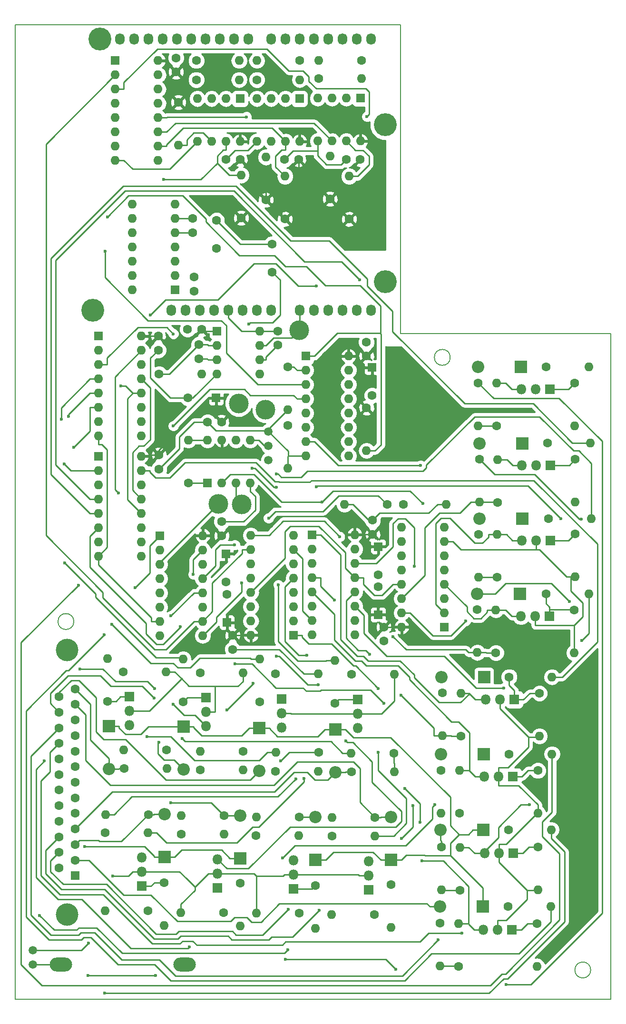
<source format=gbl>
%TF.GenerationSoftware,KiCad,Pcbnew,(2017-11-10 revision d8f4e35)-HEAD*%
%TF.CreationDate,2017-12-06T14:54:22-08:00*%
%TF.ProjectId,shield_pcb,736869656C645F7063622E6B69636164,0.1*%
%TF.SameCoordinates,Original*%
%TF.FileFunction,Copper,L2,Bot,Signal*%
%TF.FilePolarity,Positive*%
%FSLAX46Y46*%
G04 Gerber Fmt 4.6, Leading zero omitted, Abs format (unit mm)*
G04 Created by KiCad (PCBNEW (2017-11-10 revision d8f4e35)-HEAD) date Wed Dec  6 14:54:22 2017*
%MOMM*%
%LPD*%
G01*
G04 APERTURE LIST*
%TA.AperFunction,NonConductor*%
%ADD10C,0.150000*%
%TD*%
%TA.AperFunction,ComponentPad*%
%ADD11O,1.727200X2.032000*%
%TD*%
%TA.AperFunction,ComponentPad*%
%ADD12R,1.600000X1.600000*%
%TD*%
%TA.AperFunction,ComponentPad*%
%ADD13O,1.600000X1.600000*%
%TD*%
%TA.AperFunction,ComponentPad*%
%ADD14C,1.600000*%
%TD*%
%TA.AperFunction,ComponentPad*%
%ADD15C,3.500120*%
%TD*%
%TA.AperFunction,ComponentPad*%
%ADD16C,4.064000*%
%TD*%
%TA.AperFunction,ComponentPad*%
%ADD17O,4.000000X2.500000*%
%TD*%
%TA.AperFunction,ComponentPad*%
%ADD18C,4.000000*%
%TD*%
%TA.AperFunction,ComponentPad*%
%ADD19O,2.200000X2.200000*%
%TD*%
%TA.AperFunction,ComponentPad*%
%ADD20R,2.200000X2.200000*%
%TD*%
%TA.AperFunction,ComponentPad*%
%ADD21R,1.800000X1.800000*%
%TD*%
%TA.AperFunction,ComponentPad*%
%ADD22O,1.800000X1.800000*%
%TD*%
%TA.AperFunction,ComponentPad*%
%ADD23C,1.500000*%
%TD*%
%TA.AperFunction,ViaPad*%
%ADD24C,0.600000*%
%TD*%
%TA.AperFunction,Conductor*%
%ADD25C,0.250000*%
%TD*%
%TA.AperFunction,Conductor*%
%ADD26C,0.254000*%
%TD*%
G04 APERTURE END LIST*
D10*
X54414214Y-123000000D02*
G75*
G03X54414214Y-123000000I-1414214J0D01*
G01*
X121414214Y-76000000D02*
G75*
G03X121414214Y-76000000I-1414214J0D01*
G01*
X146414214Y-185000000D02*
G75*
G03X146414214Y-185000000I-1414214J0D01*
G01*
X150000000Y-71800000D02*
X150000000Y-190200000D01*
X112600000Y-71800000D02*
X150000000Y-71800000D01*
X44000000Y-190200000D02*
X44000000Y-16800000D01*
X112600000Y-71800000D02*
X112600000Y-16800000D01*
X112600000Y-16800000D02*
X44000000Y-16800000D01*
X44000000Y-190200000D02*
X150000000Y-190200000D01*
D11*
%TO.P,P4,1*%
%TO.N,/7*%
X89518000Y-19365000D03*
%TO.P,P4,2*%
%TO.N,/6(\002A\002A)*%
X92058000Y-19365000D03*
%TO.P,P4,3*%
%TO.N,/5(\002A\002A)*%
X94598000Y-19365000D03*
%TO.P,P4,4*%
%TO.N,/4*%
X97138000Y-19365000D03*
%TO.P,P4,5*%
%TO.N,/3(\002A\002A)*%
X99678000Y-19365000D03*
%TO.P,P4,6*%
%TO.N,/2*%
X102218000Y-19365000D03*
%TO.P,P4,7*%
%TO.N,/1(Tx)*%
X104758000Y-19365000D03*
%TO.P,P4,8*%
%TO.N,/0(Rx)*%
X107298000Y-19365000D03*
%TD*%
D12*
%TO.P,U11,1*%
%TO.N,/DB*%
X61800000Y-23200000D03*
D13*
%TO.P,U11,9*%
%TO.N,Net-(U11-Pad9)*%
X69420000Y-40980000D03*
%TO.P,U11,2*%
%TO.N,/CA*%
X61800000Y-25740000D03*
%TO.P,U11,10*%
%TO.N,/digital_input_isolation/optoisolator_with_peripherals_2/out_1*%
X69420000Y-38440000D03*
%TO.P,U11,3*%
%TO.N,/CB*%
X61800000Y-28280000D03*
%TO.P,U11,11*%
%TO.N,/digital_input_isolation/optoisolator_with_peripherals_1/out_2*%
X69420000Y-35900000D03*
%TO.P,U11,4*%
%TO.N,/DMUX_EN*%
X61800000Y-30820000D03*
%TO.P,U11,12*%
%TO.N,/digital_input_isolation/optoisolator_with_peripherals_2/out_2*%
X69420000Y-33360000D03*
%TO.P,U11,5*%
%TO.N,Net-(U11-Pad5)*%
X61800000Y-33360000D03*
%TO.P,U11,13*%
%TO.N,/digital_input_isolation/optoisolator_with_peripherals_3/out_2*%
X69420000Y-30820000D03*
%TO.P,U11,6*%
%TO.N,Net-(U11-Pad6)*%
X61800000Y-35900000D03*
%TO.P,U11,14*%
%TO.N,Net-(U10-Pad9)*%
X69420000Y-28280000D03*
%TO.P,U11,7*%
%TO.N,Net-(U11-Pad7)*%
X61800000Y-38440000D03*
%TO.P,U11,15*%
%TO.N,/DA*%
X69420000Y-25740000D03*
%TO.P,U11,8*%
%TO.N,GNDA*%
X61800000Y-40980000D03*
%TO.P,U11,16*%
%TO.N,+5VA*%
X69420000Y-23200000D03*
%TD*%
D12*
%TO.P,C13,1*%
%TO.N,+5VA*%
X108600000Y-109675000D03*
D14*
%TO.P,C13,2*%
%TO.N,GNDA*%
X108600000Y-114675000D03*
%TD*%
D12*
%TO.P,U6,1*%
%TO.N,/13-*%
X120371000Y-123984000D03*
D13*
%TO.P,U6,9*%
%TO.N,/CB*%
X112751000Y-106204000D03*
%TO.P,U6,2*%
%TO.N,/15-*%
X120371000Y-121444000D03*
%TO.P,U6,10*%
%TO.N,/CA*%
X112751000Y-108744000D03*
%TO.P,U6,3*%
%TO.N,Net-(J4-Pad1)*%
X120371000Y-118904000D03*
%TO.P,U6,11*%
%TO.N,/16+*%
X112751000Y-111284000D03*
%TO.P,U6,4*%
%TO.N,/16-*%
X120371000Y-116364000D03*
%TO.P,U6,12*%
%TO.N,/13+*%
X112751000Y-113824000D03*
%TO.P,U6,5*%
%TO.N,/14-*%
X120371000Y-113824000D03*
%TO.P,U6,13*%
%TO.N,Net-(J7-Pad1)*%
X112751000Y-116364000D03*
%TO.P,U6,6*%
%TO.N,Net-(U2-Pad7)*%
X120371000Y-111284000D03*
%TO.P,U6,14*%
%TO.N,/14+*%
X112751000Y-118904000D03*
%TO.P,U6,7*%
%TO.N,GNDA*%
X120371000Y-108744000D03*
%TO.P,U6,15*%
%TO.N,/15+*%
X112751000Y-121444000D03*
%TO.P,U6,8*%
%TO.N,GNDA*%
X120371000Y-106204000D03*
%TO.P,U6,16*%
%TO.N,+5VA*%
X112751000Y-123984000D03*
%TD*%
D15*
%TO.P,J8,1*%
%TO.N,Net-(J8-Pad1)*%
X88550000Y-85325000D03*
%TD*%
D14*
%TO.P,C14,2*%
%TO.N,GNDA*%
X81525000Y-115925000D03*
D12*
%TO.P,C14,1*%
%TO.N,+5VA*%
X81525000Y-110925000D03*
%TD*%
%TO.P,U13,1*%
%TO.N,Net-(R83-Pad1)*%
X94598000Y-29965000D03*
D13*
%TO.P,U13,5*%
%TO.N,GNDA*%
X86978000Y-37585000D03*
%TO.P,U13,2*%
%TO.N,GND*%
X92058000Y-29965000D03*
%TO.P,U13,6*%
%TO.N,/digital_input_isolation/optoisolator_with_peripherals_2/out_2*%
X89518000Y-37585000D03*
%TO.P,U13,3*%
%TO.N,GND*%
X89518000Y-29965000D03*
%TO.P,U13,7*%
%TO.N,/digital_input_isolation/optoisolator_with_peripherals_2/out_1*%
X92058000Y-37585000D03*
%TO.P,U13,4*%
%TO.N,Net-(R84-Pad1)*%
X86978000Y-29965000D03*
%TO.P,U13,8*%
%TO.N,+5VA*%
X94598000Y-37585000D03*
%TD*%
D14*
%TO.P,C24,2*%
%TO.N,GNDA*%
X91900000Y-40800000D03*
%TO.P,C24,1*%
%TO.N,+5VA*%
X94400000Y-40800000D03*
%TD*%
D11*
%TO.P,P1,1*%
%TO.N,Net-(P1-Pad1)*%
X71738000Y-67625000D03*
%TO.P,P1,2*%
%TO.N,Net-(P1-Pad2)*%
X74278000Y-67625000D03*
%TO.P,P1,3*%
%TO.N,Net-(P1-Pad3)*%
X76818000Y-67625000D03*
%TO.P,P1,4*%
%TO.N,Net-(P1-Pad4)*%
X79358000Y-67625000D03*
%TO.P,P1,5*%
%TO.N,+5V*%
X81898000Y-67625000D03*
%TO.P,P1,6*%
%TO.N,GND*%
X84438000Y-67625000D03*
%TO.P,P1,7*%
X86978000Y-67625000D03*
%TO.P,P1,8*%
%TO.N,/Vin*%
X89518000Y-67625000D03*
%TD*%
%TO.P,P2,1*%
%TO.N,/A0*%
X94598000Y-67625000D03*
%TO.P,P2,2*%
%TO.N,/A1*%
X97138000Y-67625000D03*
%TO.P,P2,3*%
%TO.N,/A2*%
X99678000Y-67625000D03*
%TO.P,P2,4*%
%TO.N,/A3*%
X102218000Y-67625000D03*
%TO.P,P2,5*%
%TO.N,/A4(SDA)*%
X104758000Y-67625000D03*
%TO.P,P2,6*%
%TO.N,/A5(SCL)*%
X107298000Y-67625000D03*
%TD*%
%TO.P,P3,1*%
%TO.N,Net-(P3-Pad1)*%
X62594000Y-19365000D03*
%TO.P,P3,2*%
%TO.N,Net-(P3-Pad2)*%
X65134000Y-19365000D03*
%TO.P,P3,3*%
%TO.N,Net-(P3-Pad3)*%
X67674000Y-19365000D03*
%TO.P,P3,4*%
%TO.N,GND*%
X70214000Y-19365000D03*
%TO.P,P3,5*%
%TO.N,/13(SCK)*%
X72754000Y-19365000D03*
%TO.P,P3,6*%
%TO.N,/12(MISO)*%
X75294000Y-19365000D03*
%TO.P,P3,7*%
%TO.N,/11(\002A\002A/MOSI)*%
X77834000Y-19365000D03*
%TO.P,P3,8*%
%TO.N,/10(\002A\002A/SS)*%
X80374000Y-19365000D03*
%TO.P,P3,9*%
%TO.N,/9(\002A\002A)*%
X82914000Y-19365000D03*
%TO.P,P3,10*%
%TO.N,/8*%
X85454000Y-19365000D03*
%TD*%
D16*
%TO.P,P5,1*%
%TO.N,Net-(P5-Pad1)*%
X57768000Y-67625000D03*
%TD*%
%TO.P,P6,1*%
%TO.N,Net-(P6-Pad1)*%
X109838000Y-62545000D03*
%TD*%
%TO.P,P7,1*%
%TO.N,Net-(P7-Pad1)*%
X59038000Y-19365000D03*
%TD*%
%TO.P,P8,1*%
%TO.N,Net-(P8-Pad1)*%
X109838000Y-34605000D03*
%TD*%
D17*
%TO.P,F1,1*%
%TO.N,GNDA*%
X74150000Y-184000000D03*
%TO.P,F1,2*%
%TO.N,Net-(F1-Pad2)*%
X52150000Y-184000000D03*
%TD*%
D14*
%TO.P,C1,1*%
%TO.N,Net-(C1-Pad1)*%
X79800000Y-56600000D03*
%TO.P,C1,2*%
%TO.N,GNDA*%
X79800000Y-51600000D03*
%TD*%
%TO.P,C2,2*%
%TO.N,GND*%
X75800000Y-61700000D03*
%TO.P,C2,1*%
%TO.N,+5V*%
X75800000Y-64200000D03*
%TD*%
%TO.P,C3,1*%
%TO.N,Net-(C1-Pad1)*%
X75600000Y-53800000D03*
%TO.P,C3,2*%
%TO.N,GNDA*%
X75600000Y-51300000D03*
%TD*%
%TO.P,C4,2*%
%TO.N,GNDA*%
X89708000Y-55815000D03*
%TO.P,C4,1*%
%TO.N,+5VA*%
X89708000Y-60815000D03*
%TD*%
D13*
%TO.P,PS1,14*%
%TO.N,Net-(PS1-Pad14)*%
X64780000Y-64000000D03*
%TO.P,PS1,7*%
%TO.N,N/C*%
X72400000Y-48760000D03*
%TO.P,PS1,13*%
X64780000Y-61460000D03*
%TO.P,PS1,6*%
%TO.N,GNDA*%
X72400000Y-51300000D03*
%TO.P,PS1,12*%
%TO.N,N/C*%
X64780000Y-58920000D03*
%TO.P,PS1,5*%
%TO.N,Net-(C1-Pad1)*%
X72400000Y-53840000D03*
%TO.P,PS1,11*%
%TO.N,N/C*%
X64780000Y-56380000D03*
%TO.P,PS1,4*%
X72400000Y-56380000D03*
%TO.P,PS1,10*%
X64780000Y-53840000D03*
%TO.P,PS1,3*%
X72400000Y-58920000D03*
%TO.P,PS1,9*%
X64780000Y-51300000D03*
%TO.P,PS1,2*%
%TO.N,GND*%
X72400000Y-61460000D03*
%TO.P,PS1,8*%
%TO.N,N/C*%
X64780000Y-48760000D03*
D12*
%TO.P,PS1,1*%
%TO.N,+5V*%
X72400000Y-64000000D03*
%TD*%
D14*
%TO.P,C23,1*%
%TO.N,+5VA*%
X105400000Y-40800000D03*
%TO.P,C23,2*%
%TO.N,GNDA*%
X102900000Y-40800000D03*
%TD*%
%TO.P,C25,2*%
%TO.N,GNDA*%
X81500000Y-40800000D03*
%TO.P,C25,1*%
%TO.N,+5VA*%
X84000000Y-40800000D03*
%TD*%
D13*
%TO.P,U9,16*%
%TO.N,+5VA*%
X66443000Y-72210600D03*
%TO.P,U9,8*%
%TO.N,GNDA*%
X58823000Y-89990600D03*
%TO.P,U9,15*%
%TO.N,/IN1*%
X66443000Y-74750600D03*
%TO.P,U9,7*%
%TO.N,/IN8*%
X58823000Y-87450600D03*
%TO.P,U9,14*%
%TO.N,/digital_input_isolation/optoisolator_with_peripherals_1/out_1*%
X66443000Y-77290600D03*
%TO.P,U9,6*%
%TO.N,/IN7*%
X58823000Y-84910600D03*
%TO.P,U9,13*%
%TO.N,/digital_input_isolation/optoisolator_with_peripherals_3/out_1*%
X66443000Y-79830600D03*
%TO.P,U9,5*%
%TO.N,/IN6*%
X58823000Y-82370600D03*
%TO.P,U9,12*%
%TO.N,/digital_input_isolation/optoisolator_with_peripherals_2/out_2*%
X66443000Y-82370600D03*
%TO.P,U9,4*%
%TO.N,/IN5*%
X58823000Y-79830600D03*
%TO.P,U9,11*%
%TO.N,/digital_input_isolation/optoisolator_with_peripherals_1/out_2*%
X66443000Y-84910600D03*
%TO.P,U9,3*%
%TO.N,/IN4*%
X58823000Y-77290600D03*
%TO.P,U9,10*%
%TO.N,/digital_input_isolation/optoisolator_with_peripherals_2/out_1*%
X66443000Y-87450600D03*
%TO.P,U9,2*%
%TO.N,/IN3*%
X58823000Y-74750600D03*
%TO.P,U9,9*%
%TO.N,Net-(U10-Pad14)*%
X66443000Y-89990600D03*
D12*
%TO.P,U9,1*%
%TO.N,/IN2*%
X58823000Y-72210600D03*
%TD*%
%TO.P,U10,1*%
%TO.N,/IN10*%
X58778200Y-93564800D03*
D13*
%TO.P,U10,9*%
%TO.N,Net-(U10-Pad9)*%
X66398200Y-111344800D03*
%TO.P,U10,2*%
%TO.N,/IN11*%
X58778200Y-96104800D03*
%TO.P,U10,10*%
%TO.N,/digital_input_isolation/optoisolator_with_peripherals_2/out_1*%
X66398200Y-108804800D03*
%TO.P,U10,3*%
%TO.N,/IN12*%
X58778200Y-98644800D03*
%TO.P,U10,11*%
%TO.N,/digital_input_isolation/optoisolator_with_peripherals_1/out_2*%
X66398200Y-106264800D03*
%TO.P,U10,4*%
%TO.N,/IN13*%
X58778200Y-101184800D03*
%TO.P,U10,12*%
%TO.N,/digital_input_isolation/optoisolator_with_peripherals_2/out_2*%
X66398200Y-103724800D03*
%TO.P,U10,5*%
%TO.N,/IN14*%
X58778200Y-103724800D03*
%TO.P,U10,13*%
%TO.N,/digital_input_isolation/optoisolator_with_peripherals_3/out_1*%
X66398200Y-101184800D03*
%TO.P,U10,6*%
%TO.N,/IN15*%
X58778200Y-106264800D03*
%TO.P,U10,14*%
%TO.N,Net-(U10-Pad14)*%
X66398200Y-98644800D03*
%TO.P,U10,7*%
%TO.N,/IN16*%
X58778200Y-108804800D03*
%TO.P,U10,15*%
%TO.N,/IN9*%
X66398200Y-96104800D03*
%TO.P,U10,8*%
%TO.N,GNDA*%
X58778200Y-111344800D03*
%TO.P,U10,16*%
%TO.N,+5VA*%
X66398200Y-93564800D03*
%TD*%
D12*
%TO.P,U12,1*%
%TO.N,Net-(R79-Pad1)*%
X105420000Y-29890000D03*
D13*
%TO.P,U12,5*%
%TO.N,GNDA*%
X97800000Y-37510000D03*
%TO.P,U12,2*%
%TO.N,GND*%
X102880000Y-29890000D03*
%TO.P,U12,6*%
%TO.N,/digital_input_isolation/optoisolator_with_peripherals_1/out_2*%
X100340000Y-37510000D03*
%TO.P,U12,3*%
%TO.N,GND*%
X100340000Y-29890000D03*
%TO.P,U12,7*%
%TO.N,/digital_input_isolation/optoisolator_with_peripherals_1/out_1*%
X102880000Y-37510000D03*
%TO.P,U12,4*%
%TO.N,Net-(R80-Pad1)*%
X97800000Y-29890000D03*
%TO.P,U12,8*%
%TO.N,+5VA*%
X105420000Y-37510000D03*
%TD*%
D12*
%TO.P,U14,1*%
%TO.N,Net-(R87-Pad1)*%
X83998000Y-29965000D03*
D13*
%TO.P,U14,5*%
%TO.N,GNDA*%
X76378000Y-37585000D03*
%TO.P,U14,2*%
%TO.N,GND*%
X81458000Y-29965000D03*
%TO.P,U14,6*%
%TO.N,/digital_input_isolation/optoisolator_with_peripherals_3/out_2*%
X78918000Y-37585000D03*
%TO.P,U14,3*%
%TO.N,GND*%
X78918000Y-29965000D03*
%TO.P,U14,7*%
%TO.N,/digital_input_isolation/optoisolator_with_peripherals_3/out_1*%
X81458000Y-37585000D03*
%TO.P,U14,4*%
%TO.N,Net-(R88-Pad1)*%
X76378000Y-29965000D03*
%TO.P,U14,8*%
%TO.N,+5VA*%
X83998000Y-37585000D03*
%TD*%
D18*
%TO.P,J1,0*%
%TO.N,N/C*%
X53230000Y-175155000D03*
X53230000Y-128055000D03*
D14*
%TO.P,J1,25*%
%TO.N,/F3*%
X51810000Y-136370000D03*
%TO.P,J1,24*%
%TO.N,/F7*%
X51810000Y-139140000D03*
%TO.P,J1,23*%
%TO.N,/F11*%
X51810000Y-141910000D03*
%TO.P,J1,22*%
%TO.N,/F15*%
X51810000Y-144680000D03*
%TO.P,J1,21*%
%TO.N,Net-(J1-Pad21)*%
X51810000Y-147450000D03*
%TO.P,J1,20*%
%TO.N,Net-(J1-Pad20)*%
X51810000Y-150220000D03*
%TO.P,J1,19*%
%TO.N,Net-(J1-Pad19)*%
X51810000Y-152990000D03*
%TO.P,J1,18*%
%TO.N,Net-(J1-Pad18)*%
X51810000Y-155760000D03*
%TO.P,J1,17*%
%TO.N,/F2*%
X51810000Y-158530000D03*
%TO.P,J1,16*%
%TO.N,/F6*%
X51810000Y-161300000D03*
%TO.P,J1,15*%
%TO.N,/F10*%
X51810000Y-164070000D03*
%TO.P,J1,14*%
%TO.N,/F14*%
X51810000Y-166840000D03*
%TO.P,J1,13*%
%TO.N,/F1*%
X54650000Y-134985000D03*
%TO.P,J1,12*%
%TO.N,/F5*%
X54650000Y-137755000D03*
%TO.P,J1,11*%
%TO.N,/F9*%
X54650000Y-140525000D03*
%TO.P,J1,10*%
%TO.N,/F13*%
X54650000Y-143295000D03*
%TO.P,J1,9*%
%TO.N,Net-(J1-Pad9)*%
X54650000Y-146065000D03*
%TO.P,J1,8*%
%TO.N,Net-(J1-Pad8)*%
X54650000Y-148835000D03*
%TO.P,J1,7*%
%TO.N,HV*%
X54650000Y-151605000D03*
%TO.P,J1,6*%
%TO.N,Net-(J1-Pad6)*%
X54650000Y-154375000D03*
%TO.P,J1,5*%
%TO.N,Net-(J1-Pad5)*%
X54650000Y-157145000D03*
%TO.P,J1,4*%
%TO.N,/F4*%
X54650000Y-159915000D03*
%TO.P,J1,3*%
%TO.N,/F8*%
X54650000Y-162685000D03*
%TO.P,J1,2*%
%TO.N,/F12*%
X54650000Y-165455000D03*
D12*
%TO.P,J1,1*%
%TO.N,/F16*%
X54650000Y-168225000D03*
%TD*%
D14*
%TO.P,C5,2*%
%TO.N,GNDA*%
X106500000Y-73275000D03*
%TO.P,C5,1*%
%TO.N,+5VA*%
X106500000Y-75775000D03*
%TD*%
%TO.P,C6,2*%
%TO.N,GNDA*%
X107500000Y-82775000D03*
D12*
%TO.P,C6,1*%
%TO.N,+5VA*%
X107500000Y-77775000D03*
%TD*%
D14*
%TO.P,C7,1*%
%TO.N,+5VA*%
X109571000Y-123984000D03*
%TO.P,C7,2*%
%TO.N,GNDA*%
X109571000Y-126484000D03*
%TD*%
%TO.P,C8,1*%
%TO.N,+5VA*%
X82650000Y-125475000D03*
%TO.P,C8,2*%
%TO.N,GNDA*%
X82650000Y-127975000D03*
%TD*%
%TO.P,C9,2*%
%TO.N,GNDA*%
X107600000Y-104975000D03*
%TO.P,C9,1*%
%TO.N,+5VA*%
X107600000Y-107475000D03*
%TD*%
%TO.P,C10,2*%
%TO.N,GNDA*%
X80725000Y-105225000D03*
%TO.P,C10,1*%
%TO.N,+5VA*%
X80725000Y-107725000D03*
%TD*%
D12*
%TO.P,C11,1*%
%TO.N,+5VA*%
X108575000Y-121800000D03*
D14*
%TO.P,C11,2*%
%TO.N,GNDA*%
X108575000Y-116800000D03*
%TD*%
%TO.P,C12,2*%
%TO.N,GNDA*%
X81694200Y-118182000D03*
D12*
%TO.P,C12,1*%
%TO.N,+5VA*%
X81694200Y-123182000D03*
%TD*%
D14*
%TO.P,C15,2*%
%TO.N,GNDA*%
X78200000Y-87525000D03*
%TO.P,C15,1*%
%TO.N,+5VA*%
X80700000Y-87525000D03*
%TD*%
D12*
%TO.P,C16,1*%
%TO.N,+5VA*%
X79750000Y-83225000D03*
D14*
%TO.P,C16,2*%
%TO.N,GNDA*%
X74750000Y-83225000D03*
%TD*%
%TO.P,C17,2*%
%TO.N,GNDA*%
X76650000Y-76225000D03*
%TO.P,C17,1*%
%TO.N,Net-(C17-Pad1)*%
X76650000Y-73725000D03*
%TD*%
%TO.P,C18,1*%
%TO.N,+5VA*%
X77150000Y-71000000D03*
%TO.P,C18,2*%
%TO.N,GNDA*%
X74650000Y-71000000D03*
%TD*%
%TO.P,C19,1*%
%TO.N,GND*%
X90700000Y-73800000D03*
%TO.P,C19,2*%
%TO.N,+5V*%
X90700000Y-71300000D03*
%TD*%
%TO.P,C20,1*%
%TO.N,+5VA*%
X69423000Y-72210600D03*
%TO.P,C20,2*%
%TO.N,GNDA*%
X69423000Y-74710600D03*
%TD*%
%TO.P,C21,2*%
%TO.N,GNDA*%
X69578200Y-95864800D03*
%TO.P,C21,1*%
%TO.N,+5VA*%
X69578200Y-93364800D03*
%TD*%
%TO.P,C22,1*%
%TO.N,+5VA*%
X72600000Y-25200000D03*
%TO.P,C22,2*%
%TO.N,GNDA*%
X72600000Y-22700000D03*
%TD*%
D19*
%TO.P,D1,2*%
%TO.N,/F2*%
X73942400Y-149359000D03*
D20*
%TO.P,D1,1*%
%TO.N,HV*%
X73942400Y-141739000D03*
%TD*%
%TO.P,D3,1*%
%TO.N,HV*%
X100940000Y-142194000D03*
D19*
%TO.P,D3,2*%
%TO.N,/F4*%
X100940000Y-149814000D03*
%TD*%
%TO.P,D5,2*%
%TO.N,/F6*%
X97446900Y-157758000D03*
D20*
%TO.P,D5,1*%
%TO.N,HV*%
X97446900Y-165378000D03*
%TD*%
D19*
%TO.P,D7,2*%
%TO.N,/F8*%
X70546900Y-157258000D03*
D20*
%TO.P,D7,1*%
%TO.N,HV*%
X70546900Y-164878000D03*
%TD*%
D19*
%TO.P,D9,2*%
%TO.N,/F10*%
X119735000Y-146574000D03*
D20*
%TO.P,D9,1*%
%TO.N,HV*%
X127355000Y-146574000D03*
%TD*%
%TO.P,D11,1*%
%TO.N,HV*%
X133833000Y-118058000D03*
D19*
%TO.P,D11,2*%
%TO.N,/F16*%
X126213000Y-118058000D03*
%TD*%
%TO.P,D13,2*%
%TO.N,/F3*%
X87427500Y-149600000D03*
D20*
%TO.P,D13,1*%
%TO.N,HV*%
X87427500Y-141980000D03*
%TD*%
D19*
%TO.P,D15,2*%
%TO.N,/F5*%
X110880000Y-157769000D03*
D20*
%TO.P,D15,1*%
%TO.N,HV*%
X110880000Y-165389000D03*
%TD*%
%TO.P,D17,1*%
%TO.N,HV*%
X83995700Y-165125000D03*
D19*
%TO.P,D17,2*%
%TO.N,/F7*%
X83995700Y-157505000D03*
%TD*%
D20*
%TO.P,D19,1*%
%TO.N,HV*%
X127424000Y-132908000D03*
D19*
%TO.P,D19,2*%
%TO.N,/F9*%
X119804000Y-132908000D03*
%TD*%
D20*
%TO.P,D21,1*%
%TO.N,HV*%
X127264000Y-160109000D03*
D19*
%TO.P,D21,2*%
%TO.N,/F11*%
X119644000Y-160109000D03*
%TD*%
%TO.P,D23,2*%
%TO.N,/F13*%
X126346000Y-77721600D03*
D20*
%TO.P,D23,1*%
%TO.N,HV*%
X133966000Y-77721600D03*
%TD*%
%TO.P,D25,1*%
%TO.N,HV*%
X134225000Y-104705000D03*
D19*
%TO.P,D25,2*%
%TO.N,/F15*%
X126605000Y-104705000D03*
%TD*%
D20*
%TO.P,D27,1*%
%TO.N,HV*%
X60632300Y-141571000D03*
D19*
%TO.P,D27,2*%
%TO.N,/F1*%
X60632300Y-149191000D03*
%TD*%
D20*
%TO.P,D29,1*%
%TO.N,HV*%
X134207000Y-91302700D03*
D19*
%TO.P,D29,2*%
%TO.N,/F14*%
X126587000Y-91302700D03*
%TD*%
D20*
%TO.P,D31,1*%
%TO.N,HV*%
X127224000Y-173741000D03*
D19*
%TO.P,D31,2*%
%TO.N,/F12*%
X119604000Y-173741000D03*
%TD*%
D21*
%TO.P,Q1,1*%
%TO.N,Net-(Q1-Pad1)*%
X77944900Y-136564000D03*
D22*
%TO.P,Q1,2*%
%TO.N,GNDA*%
X77944900Y-139104000D03*
%TO.P,Q1,3*%
%TO.N,/2-*%
X77944900Y-141644000D03*
%TD*%
%TO.P,Q2,3*%
%TO.N,/4-*%
X104920000Y-141934000D03*
%TO.P,Q2,2*%
%TO.N,GNDA*%
X104920000Y-139394000D03*
D21*
%TO.P,Q2,1*%
%TO.N,Net-(Q2-Pad1)*%
X104920000Y-136854000D03*
%TD*%
%TO.P,Q3,1*%
%TO.N,Net-(Q3-Pad1)*%
X93504400Y-170533000D03*
D22*
%TO.P,Q3,2*%
%TO.N,GNDA*%
X93504400Y-167993000D03*
%TO.P,Q3,3*%
%TO.N,/6-*%
X93504400Y-165453000D03*
%TD*%
%TO.P,Q4,3*%
%TO.N,/8-*%
X66514400Y-164963000D03*
%TO.P,Q4,2*%
%TO.N,GNDA*%
X66514400Y-167503000D03*
D21*
%TO.P,Q4,1*%
%TO.N,Net-(Q4-Pad1)*%
X66514400Y-170043000D03*
%TD*%
D22*
%TO.P,Q5,3*%
%TO.N,/10-*%
X127480000Y-150586000D03*
%TO.P,Q5,2*%
%TO.N,GNDA*%
X130020000Y-150586000D03*
D21*
%TO.P,Q5,1*%
%TO.N,Net-(Q5-Pad1)*%
X132560000Y-150586000D03*
%TD*%
D22*
%TO.P,Q6,3*%
%TO.N,/16-*%
X133998000Y-122060000D03*
%TO.P,Q6,2*%
%TO.N,GNDA*%
X136538000Y-122060000D03*
D21*
%TO.P,Q6,1*%
%TO.N,Net-(Q6-Pad1)*%
X139078000Y-122060000D03*
%TD*%
%TO.P,Q7,1*%
%TO.N,Net-(Q7-Pad1)*%
X91400000Y-136765000D03*
D22*
%TO.P,Q7,2*%
%TO.N,GNDA*%
X91400000Y-139305000D03*
%TO.P,Q7,3*%
%TO.N,/3-*%
X91400000Y-141845000D03*
%TD*%
%TO.P,Q8,3*%
%TO.N,/5-*%
X106858000Y-165654000D03*
%TO.P,Q8,2*%
%TO.N,GNDA*%
X106858000Y-168194000D03*
D21*
%TO.P,Q8,1*%
%TO.N,Net-(Q8-Pad1)*%
X106858000Y-170734000D03*
%TD*%
%TO.P,Q9,1*%
%TO.N,Net-(Q9-Pad1)*%
X79993200Y-170360000D03*
D22*
%TO.P,Q9,2*%
%TO.N,GNDA*%
X79993200Y-167820000D03*
%TO.P,Q9,3*%
%TO.N,/7-*%
X79993200Y-165280000D03*
%TD*%
D21*
%TO.P,Q10,1*%
%TO.N,Net-(Q10-Pad1)*%
X132814000Y-136888000D03*
D22*
%TO.P,Q10,2*%
%TO.N,GNDA*%
X130274000Y-136888000D03*
%TO.P,Q10,3*%
%TO.N,/9-*%
X127734000Y-136888000D03*
%TD*%
D21*
%TO.P,Q11,1*%
%TO.N,Net-(Q11-Pad1)*%
X132654000Y-164239000D03*
D22*
%TO.P,Q11,2*%
%TO.N,GNDA*%
X130114000Y-164239000D03*
%TO.P,Q11,3*%
%TO.N,/11-*%
X127574000Y-164239000D03*
%TD*%
%TO.P,Q12,3*%
%TO.N,/13-*%
X134026000Y-81651600D03*
%TO.P,Q12,2*%
%TO.N,GNDA*%
X136566000Y-81651600D03*
D21*
%TO.P,Q12,1*%
%TO.N,Net-(Q12-Pad1)*%
X139106000Y-81651600D03*
%TD*%
D22*
%TO.P,Q13,3*%
%TO.N,/15-*%
X134110000Y-108557000D03*
%TO.P,Q13,2*%
%TO.N,GNDA*%
X136650000Y-108557000D03*
D21*
%TO.P,Q13,1*%
%TO.N,Net-(Q13-Pad1)*%
X139190000Y-108557000D03*
%TD*%
%TO.P,Q14,1*%
%TO.N,Net-(Q14-Pad1)*%
X64332300Y-136371000D03*
D22*
%TO.P,Q14,2*%
%TO.N,GNDA*%
X64332300Y-138911000D03*
%TO.P,Q14,3*%
%TO.N,/1-*%
X64332300Y-141451000D03*
%TD*%
%TO.P,Q15,3*%
%TO.N,/14-*%
X134182000Y-95235200D03*
%TO.P,Q15,2*%
%TO.N,GNDA*%
X136722000Y-95235200D03*
D21*
%TO.P,Q15,1*%
%TO.N,Net-(Q15-Pad1)*%
X139262000Y-95235200D03*
%TD*%
D22*
%TO.P,Q16,3*%
%TO.N,/12-*%
X127334000Y-177821000D03*
%TO.P,Q16,2*%
%TO.N,GNDA*%
X129874000Y-177821000D03*
D21*
%TO.P,Q16,1*%
%TO.N,Net-(Q16-Pad1)*%
X132414000Y-177821000D03*
%TD*%
D14*
%TO.P,R1,1*%
%TO.N,/DB*%
X92500000Y-88125000D03*
D13*
%TO.P,R1,2*%
%TO.N,GNDA*%
X92500000Y-95745000D03*
%TD*%
%TO.P,R2,2*%
%TO.N,/DMUX_EN*%
X106500000Y-92595000D03*
D14*
%TO.P,R2,1*%
%TO.N,+5VA*%
X106500000Y-84975000D03*
%TD*%
%TO.P,R4,1*%
%TO.N,/DA*%
X92500000Y-77675000D03*
D13*
%TO.P,R4,2*%
%TO.N,GNDA*%
X92500000Y-85295000D03*
%TD*%
D14*
%TO.P,R5,1*%
%TO.N,/CB*%
X113050000Y-102150000D03*
D13*
%TO.P,R5,2*%
%TO.N,GNDA*%
X120670000Y-102150000D03*
%TD*%
%TO.P,R6,2*%
%TO.N,GNDA*%
X102555000Y-102175000D03*
D14*
%TO.P,R6,1*%
%TO.N,/CA*%
X110175000Y-102175000D03*
%TD*%
%TO.P,R7,1*%
%TO.N,Net-(R7-Pad1)*%
X74800000Y-98325000D03*
D13*
%TO.P,R7,2*%
%TO.N,Net-(R7-Pad2)*%
X74800000Y-90705000D03*
%TD*%
D14*
%TO.P,R8,1*%
%TO.N,Net-(C17-Pad1)*%
X69575000Y-78975000D03*
D13*
%TO.P,R8,2*%
%TO.N,Net-(J10-Pad1)*%
X77195000Y-78975000D03*
%TD*%
D14*
%TO.P,R9,1*%
%TO.N,Net-(Q1-Pad1)*%
X73892400Y-137289000D03*
D13*
%TO.P,R9,2*%
%TO.N,/IN2*%
X73892400Y-129669000D03*
%TD*%
%TO.P,R10,2*%
%TO.N,GNDA*%
X84512400Y-132089000D03*
D14*
%TO.P,R10,1*%
%TO.N,Net-(Q1-Pad1)*%
X76892400Y-132089000D03*
%TD*%
%TO.P,R11,1*%
%TO.N,/F2*%
X76892400Y-149389000D03*
D13*
%TO.P,R11,2*%
%TO.N,/2+*%
X84512400Y-149389000D03*
%TD*%
%TO.P,R12,2*%
%TO.N,/2-*%
X76922400Y-146089000D03*
D14*
%TO.P,R12,1*%
%TO.N,/2+*%
X84542400Y-146089000D03*
%TD*%
D13*
%TO.P,R13,2*%
%TO.N,/IN4*%
X100908000Y-129899000D03*
D14*
%TO.P,R13,1*%
%TO.N,Net-(Q2-Pad1)*%
X100908000Y-137519000D03*
%TD*%
D13*
%TO.P,R14,2*%
%TO.N,GNDA*%
X111478000Y-132419000D03*
D14*
%TO.P,R14,1*%
%TO.N,Net-(Q2-Pad1)*%
X103858000Y-132419000D03*
%TD*%
D13*
%TO.P,R15,2*%
%TO.N,/4+*%
X111428000Y-149769000D03*
D14*
%TO.P,R15,1*%
%TO.N,/F4*%
X103808000Y-149769000D03*
%TD*%
%TO.P,R16,1*%
%TO.N,/4+*%
X111408000Y-146419000D03*
D13*
%TO.P,R16,2*%
%TO.N,/4-*%
X103788000Y-146419000D03*
%TD*%
D14*
%TO.P,R17,1*%
%TO.N,Net-(Q3-Pad1)*%
X97396900Y-169978000D03*
D13*
%TO.P,R17,2*%
%TO.N,/IN6*%
X97396900Y-177598000D03*
%TD*%
%TO.P,R18,2*%
%TO.N,GNDA*%
X86926900Y-174928000D03*
D14*
%TO.P,R18,1*%
%TO.N,Net-(Q3-Pad1)*%
X94546900Y-174928000D03*
%TD*%
%TO.P,R19,1*%
%TO.N,/F6*%
X94546900Y-157778000D03*
D13*
%TO.P,R19,2*%
%TO.N,/6+*%
X86926900Y-157778000D03*
%TD*%
%TO.P,R20,2*%
%TO.N,/6-*%
X94466900Y-161078000D03*
D14*
%TO.P,R20,1*%
%TO.N,/6+*%
X86846900Y-161078000D03*
%TD*%
D13*
%TO.P,R21,2*%
%TO.N,/IN8*%
X70446900Y-177048000D03*
D14*
%TO.P,R21,1*%
%TO.N,Net-(Q4-Pad1)*%
X70446900Y-169428000D03*
%TD*%
%TO.P,R22,1*%
%TO.N,Net-(Q4-Pad1)*%
X67596900Y-174428000D03*
D13*
%TO.P,R22,2*%
%TO.N,GNDA*%
X59976900Y-174428000D03*
%TD*%
D14*
%TO.P,R23,1*%
%TO.N,/F8*%
X67646900Y-157328000D03*
D13*
%TO.P,R23,2*%
%TO.N,/8+*%
X60026900Y-157328000D03*
%TD*%
%TO.P,R24,2*%
%TO.N,/8-*%
X67566900Y-160578000D03*
D14*
%TO.P,R24,1*%
%TO.N,/8+*%
X59946900Y-160578000D03*
%TD*%
%TO.P,R25,1*%
%TO.N,Net-(Q5-Pad1)*%
X131905000Y-146574000D03*
D13*
%TO.P,R25,2*%
%TO.N,/IN10*%
X139525000Y-146574000D03*
%TD*%
%TO.P,R26,2*%
%TO.N,GNDA*%
X137005000Y-157144000D03*
D14*
%TO.P,R26,1*%
%TO.N,Net-(Q5-Pad1)*%
X137005000Y-149524000D03*
%TD*%
%TO.P,R27,1*%
%TO.N,/F10*%
X119755000Y-149474000D03*
D13*
%TO.P,R27,2*%
%TO.N,/10+*%
X119755000Y-157094000D03*
%TD*%
D14*
%TO.P,R28,1*%
%TO.N,/10+*%
X123055000Y-157124000D03*
D13*
%TO.P,R28,2*%
%TO.N,/10-*%
X123055000Y-149504000D03*
%TD*%
%TO.P,R29,2*%
%TO.N,/IN16*%
X146053000Y-118058000D03*
D14*
%TO.P,R29,1*%
%TO.N,Net-(Q6-Pad1)*%
X138433000Y-118058000D03*
%TD*%
%TO.P,R30,1*%
%TO.N,Net-(Q6-Pad1)*%
X143433000Y-120958000D03*
D13*
%TO.P,R30,2*%
%TO.N,GNDA*%
X143433000Y-128578000D03*
%TD*%
D14*
%TO.P,R31,1*%
%TO.N,/F16*%
X126233000Y-120908000D03*
D13*
%TO.P,R31,2*%
%TO.N,/16+*%
X126233000Y-128528000D03*
%TD*%
%TO.P,R32,2*%
%TO.N,/16-*%
X129533000Y-120938000D03*
D14*
%TO.P,R32,1*%
%TO.N,/16+*%
X129533000Y-128558000D03*
%TD*%
D13*
%TO.P,R33,2*%
%TO.N,/IN3*%
X87477500Y-129710000D03*
D14*
%TO.P,R33,1*%
%TO.N,Net-(Q7-Pad1)*%
X87477500Y-137330000D03*
%TD*%
%TO.P,R34,1*%
%TO.N,Net-(Q7-Pad1)*%
X90327500Y-132330000D03*
D13*
%TO.P,R34,2*%
%TO.N,GNDA*%
X97947500Y-132330000D03*
%TD*%
D14*
%TO.P,R35,1*%
%TO.N,/F3*%
X90327500Y-149630000D03*
D13*
%TO.P,R35,2*%
%TO.N,/3+*%
X97947500Y-149630000D03*
%TD*%
%TO.P,R36,2*%
%TO.N,/3-*%
X90357500Y-146280000D03*
D14*
%TO.P,R36,1*%
%TO.N,/3+*%
X97977500Y-146280000D03*
%TD*%
D13*
%TO.P,R37,2*%
%TO.N,/IN5*%
X110880000Y-177459000D03*
D14*
%TO.P,R37,1*%
%TO.N,Net-(Q8-Pad1)*%
X110880000Y-169839000D03*
%TD*%
%TO.P,R38,1*%
%TO.N,Net-(Q8-Pad1)*%
X107930000Y-175139000D03*
D13*
%TO.P,R38,2*%
%TO.N,GNDA*%
X100310000Y-175139000D03*
%TD*%
D14*
%TO.P,R39,1*%
%TO.N,/F5*%
X108030000Y-157839000D03*
D13*
%TO.P,R39,2*%
%TO.N,/5+*%
X100410000Y-157839000D03*
%TD*%
D14*
%TO.P,R40,1*%
%TO.N,/5+*%
X100380000Y-161139000D03*
D13*
%TO.P,R40,2*%
%TO.N,/5-*%
X108000000Y-161139000D03*
%TD*%
%TO.P,R41,2*%
%TO.N,/IN7*%
X83995700Y-177195000D03*
D14*
%TO.P,R41,1*%
%TO.N,Net-(Q9-Pad1)*%
X83995700Y-169575000D03*
%TD*%
%TO.P,R42,1*%
%TO.N,Net-(Q9-Pad1)*%
X81095700Y-174825000D03*
D13*
%TO.P,R42,2*%
%TO.N,GNDA*%
X73475700Y-174825000D03*
%TD*%
%TO.P,R43,2*%
%TO.N,/7+*%
X73525700Y-157525000D03*
D14*
%TO.P,R43,1*%
%TO.N,/F7*%
X81145700Y-157525000D03*
%TD*%
%TO.P,R44,1*%
%TO.N,/7+*%
X73495700Y-160825000D03*
D13*
%TO.P,R44,2*%
%TO.N,/7-*%
X81115700Y-160825000D03*
%TD*%
%TO.P,R45,2*%
%TO.N,/IN9*%
X139509000Y-132865000D03*
D14*
%TO.P,R45,1*%
%TO.N,Net-(Q10-Pad1)*%
X131889000Y-132865000D03*
%TD*%
%TO.P,R46,1*%
%TO.N,Net-(Q10-Pad1)*%
X137289000Y-135765000D03*
D13*
%TO.P,R46,2*%
%TO.N,GNDA*%
X137289000Y-143385000D03*
%TD*%
%TO.P,R47,2*%
%TO.N,/9+*%
X119989000Y-143335000D03*
D14*
%TO.P,R47,1*%
%TO.N,/F9*%
X119989000Y-135715000D03*
%TD*%
D13*
%TO.P,R48,2*%
%TO.N,/9-*%
X123289000Y-135795000D03*
D14*
%TO.P,R48,1*%
%TO.N,/9+*%
X123289000Y-143415000D03*
%TD*%
%TO.P,R49,1*%
%TO.N,Net-(Q11-Pad1)*%
X131739000Y-160036000D03*
D13*
%TO.P,R49,2*%
%TO.N,/IN11*%
X139359000Y-160036000D03*
%TD*%
D14*
%TO.P,R50,1*%
%TO.N,Net-(Q11-Pad1)*%
X137039000Y-163136000D03*
D13*
%TO.P,R50,2*%
%TO.N,GNDA*%
X137039000Y-170756000D03*
%TD*%
D14*
%TO.P,R51,1*%
%TO.N,/F11*%
X119839000Y-163136000D03*
D13*
%TO.P,R51,2*%
%TO.N,/11+*%
X119839000Y-170756000D03*
%TD*%
%TO.P,R52,2*%
%TO.N,/11-*%
X123139000Y-163166000D03*
D14*
%TO.P,R52,1*%
%TO.N,/11+*%
X123139000Y-170786000D03*
%TD*%
D13*
%TO.P,R53,2*%
%TO.N,/IN13*%
X146091000Y-77679100D03*
D14*
%TO.P,R53,1*%
%TO.N,Net-(Q12-Pad1)*%
X138471000Y-77679100D03*
%TD*%
%TO.P,R54,1*%
%TO.N,Net-(Q12-Pad1)*%
X143521000Y-80579100D03*
D13*
%TO.P,R54,2*%
%TO.N,GNDA*%
X143521000Y-88199100D03*
%TD*%
D14*
%TO.P,R55,1*%
%TO.N,/F13*%
X126371000Y-80529100D03*
D13*
%TO.P,R55,2*%
%TO.N,/13+*%
X126371000Y-88149100D03*
%TD*%
%TO.P,R56,2*%
%TO.N,/13-*%
X129621000Y-80559100D03*
D14*
%TO.P,R56,1*%
%TO.N,/13+*%
X129621000Y-88179100D03*
%TD*%
%TO.P,R57,1*%
%TO.N,Net-(Q13-Pad1)*%
X138925000Y-104705000D03*
D13*
%TO.P,R57,2*%
%TO.N,/IN15*%
X146545000Y-104705000D03*
%TD*%
%TO.P,R58,2*%
%TO.N,GNDA*%
X143625000Y-115025000D03*
D14*
%TO.P,R58,1*%
%TO.N,Net-(Q13-Pad1)*%
X143625000Y-107405000D03*
%TD*%
D13*
%TO.P,R59,2*%
%TO.N,/15+*%
X126425000Y-115125000D03*
D14*
%TO.P,R59,1*%
%TO.N,/F15*%
X126425000Y-107505000D03*
%TD*%
%TO.P,R60,1*%
%TO.N,/15+*%
X129725000Y-115105000D03*
D13*
%TO.P,R60,2*%
%TO.N,/15-*%
X129725000Y-107485000D03*
%TD*%
D14*
%TO.P,R61,1*%
%TO.N,Net-(Q14-Pad1)*%
X60432300Y-137171000D03*
D13*
%TO.P,R61,2*%
%TO.N,/IN1*%
X60432300Y-129551000D03*
%TD*%
%TO.P,R62,2*%
%TO.N,GNDA*%
X70852300Y-131971000D03*
D14*
%TO.P,R62,1*%
%TO.N,Net-(Q14-Pad1)*%
X63232300Y-131971000D03*
%TD*%
%TO.P,R63,1*%
%TO.N,/F1*%
X63332300Y-149171000D03*
D13*
%TO.P,R63,2*%
%TO.N,/1+*%
X70952300Y-149171000D03*
%TD*%
%TO.P,R64,2*%
%TO.N,/1-*%
X63312300Y-145871000D03*
D14*
%TO.P,R64,1*%
%TO.N,/1+*%
X70932300Y-145871000D03*
%TD*%
D13*
%TO.P,R65,2*%
%TO.N,/IN14*%
X146377000Y-91202700D03*
D14*
%TO.P,R65,1*%
%TO.N,Net-(Q15-Pad1)*%
X138757000Y-91202700D03*
%TD*%
%TO.P,R66,1*%
%TO.N,Net-(Q15-Pad1)*%
X143657000Y-94152700D03*
D13*
%TO.P,R66,2*%
%TO.N,GNDA*%
X143657000Y-101772700D03*
%TD*%
D14*
%TO.P,R67,1*%
%TO.N,/F14*%
X126607000Y-94152700D03*
D13*
%TO.P,R67,2*%
%TO.N,/14+*%
X126607000Y-101772700D03*
%TD*%
%TO.P,R68,2*%
%TO.N,/14-*%
X129807000Y-94183000D03*
D14*
%TO.P,R68,1*%
%TO.N,/14+*%
X129807000Y-101803000D03*
%TD*%
%TO.P,R69,1*%
%TO.N,Net-(Q16-Pad1)*%
X131729000Y-173669000D03*
D13*
%TO.P,R69,2*%
%TO.N,/IN12*%
X139349000Y-173669000D03*
%TD*%
%TO.P,R70,2*%
%TO.N,GNDA*%
X136829000Y-184339000D03*
D14*
%TO.P,R70,1*%
%TO.N,Net-(Q16-Pad1)*%
X136829000Y-176719000D03*
%TD*%
D13*
%TO.P,R71,2*%
%TO.N,/12+*%
X119629000Y-184289000D03*
D14*
%TO.P,R71,1*%
%TO.N,/F12*%
X119629000Y-176669000D03*
%TD*%
%TO.P,R72,1*%
%TO.N,/12+*%
X122929000Y-184369000D03*
D13*
%TO.P,R72,2*%
%TO.N,/12-*%
X122929000Y-176749000D03*
%TD*%
%TO.P,R79,2*%
%TO.N,/4*%
X97980000Y-23200000D03*
D14*
%TO.P,R79,1*%
%TO.N,Net-(R79-Pad1)*%
X105600000Y-23200000D03*
%TD*%
%TO.P,R80,1*%
%TO.N,Net-(R80-Pad1)*%
X98000000Y-26400000D03*
D13*
%TO.P,R80,2*%
%TO.N,/5(\002A\002A)*%
X105620000Y-26400000D03*
%TD*%
D14*
%TO.P,R81,1*%
%TO.N,+5VA*%
X103400000Y-51400000D03*
D13*
%TO.P,R81,2*%
%TO.N,/digital_input_isolation/optoisolator_with_peripherals_1/out_1*%
X103400000Y-43780000D03*
%TD*%
%TO.P,R82,2*%
%TO.N,/digital_input_isolation/optoisolator_with_peripherals_1/out_2*%
X100000000Y-40180000D03*
D14*
%TO.P,R82,1*%
%TO.N,+5VA*%
X100000000Y-47800000D03*
%TD*%
D13*
%TO.P,R83,2*%
%TO.N,/6(\002A\002A)*%
X86980000Y-23200000D03*
D14*
%TO.P,R83,1*%
%TO.N,Net-(R83-Pad1)*%
X94600000Y-23200000D03*
%TD*%
%TO.P,R84,1*%
%TO.N,Net-(R84-Pad1)*%
X87000000Y-26600000D03*
D13*
%TO.P,R84,2*%
%TO.N,/7*%
X94620000Y-26600000D03*
%TD*%
D14*
%TO.P,R85,1*%
%TO.N,+5VA*%
X92000000Y-51400000D03*
D13*
%TO.P,R85,2*%
%TO.N,/digital_input_isolation/optoisolator_with_peripherals_2/out_1*%
X92000000Y-43780000D03*
%TD*%
%TO.P,R86,2*%
%TO.N,/digital_input_isolation/optoisolator_with_peripherals_2/out_2*%
X88600000Y-40380000D03*
D14*
%TO.P,R86,1*%
%TO.N,+5VA*%
X88600000Y-48000000D03*
%TD*%
D13*
%TO.P,R87,2*%
%TO.N,/8*%
X83820000Y-23200000D03*
D14*
%TO.P,R87,1*%
%TO.N,Net-(R87-Pad1)*%
X76200000Y-23200000D03*
%TD*%
%TO.P,R88,1*%
%TO.N,Net-(R88-Pad1)*%
X76200000Y-26600000D03*
D13*
%TO.P,R88,2*%
%TO.N,/9(\002A\002A)*%
X83820000Y-26600000D03*
%TD*%
D14*
%TO.P,R89,1*%
%TO.N,+5VA*%
X84200000Y-51200000D03*
D13*
%TO.P,R89,2*%
%TO.N,/digital_input_isolation/optoisolator_with_peripherals_3/out_1*%
X84200000Y-43580000D03*
%TD*%
%TO.P,R90,2*%
%TO.N,/digital_input_isolation/optoisolator_with_peripherals_3/out_2*%
X73000000Y-38220000D03*
D14*
%TO.P,R90,1*%
%TO.N,+5VA*%
X73000000Y-30600000D03*
%TD*%
D13*
%TO.P,U2,16*%
%TO.N,+5VA*%
X103320000Y-75775000D03*
%TO.P,U2,8*%
%TO.N,GNDA*%
X95700000Y-93555000D03*
%TO.P,U2,15*%
%TO.N,N/C*%
X103320000Y-78315000D03*
%TO.P,U2,7*%
%TO.N,Net-(U2-Pad7)*%
X95700000Y-91015000D03*
%TO.P,U2,14*%
%TO.N,N/C*%
X103320000Y-80855000D03*
%TO.P,U2,6*%
%TO.N,Net-(U2-Pad6)*%
X95700000Y-88475000D03*
%TO.P,U2,13*%
%TO.N,N/C*%
X103320000Y-83395000D03*
%TO.P,U2,5*%
%TO.N,Net-(U2-Pad5)*%
X95700000Y-85935000D03*
%TO.P,U2,12*%
%TO.N,N/C*%
X103320000Y-85935000D03*
%TO.P,U2,4*%
%TO.N,Net-(U2-Pad4)*%
X95700000Y-83395000D03*
%TO.P,U2,11*%
%TO.N,N/C*%
X103320000Y-88475000D03*
%TO.P,U2,3*%
%TO.N,/DB*%
X95700000Y-80855000D03*
%TO.P,U2,10*%
%TO.N,N/C*%
X103320000Y-91015000D03*
%TO.P,U2,2*%
%TO.N,/DA*%
X95700000Y-78315000D03*
%TO.P,U2,9*%
%TO.N,N/C*%
X103320000Y-93555000D03*
D12*
%TO.P,U2,1*%
%TO.N,/DMUX_EN*%
X95700000Y-75775000D03*
%TD*%
D13*
%TO.P,U3,16*%
%TO.N,+5VA*%
X77345000Y-107725000D03*
%TO.P,U3,8*%
%TO.N,GNDA*%
X69725000Y-125505000D03*
%TO.P,U3,15*%
%TO.N,/3+*%
X77345000Y-110265000D03*
%TO.P,U3,7*%
%TO.N,GNDA*%
X69725000Y-122965000D03*
%TO.P,U3,14*%
%TO.N,/2+*%
X77345000Y-112805000D03*
%TO.P,U3,6*%
%TO.N,Net-(U2-Pad4)*%
X69725000Y-120425000D03*
%TO.P,U3,13*%
%TO.N,Net-(J7-Pad1)*%
X77345000Y-115345000D03*
%TO.P,U3,5*%
%TO.N,/2-*%
X69725000Y-117885000D03*
%TO.P,U3,12*%
%TO.N,/1+*%
X77345000Y-117885000D03*
%TO.P,U3,4*%
%TO.N,/4-*%
X69725000Y-115345000D03*
%TO.P,U3,11*%
%TO.N,/4+*%
X77345000Y-120425000D03*
%TO.P,U3,3*%
%TO.N,Net-(J4-Pad1)*%
X69725000Y-112805000D03*
%TO.P,U3,10*%
%TO.N,/CA*%
X77345000Y-122965000D03*
%TO.P,U3,2*%
%TO.N,/3-*%
X69725000Y-110265000D03*
%TO.P,U3,9*%
%TO.N,/CB*%
X77345000Y-125505000D03*
D12*
%TO.P,U3,1*%
%TO.N,/1-*%
X69725000Y-107725000D03*
%TD*%
D13*
%TO.P,U4,16*%
%TO.N,+5VA*%
X85905000Y-125425000D03*
%TO.P,U4,8*%
%TO.N,GNDA*%
X93525000Y-107645000D03*
%TO.P,U4,15*%
%TO.N,/7+*%
X85905000Y-122885000D03*
%TO.P,U4,7*%
%TO.N,GNDA*%
X93525000Y-110185000D03*
%TO.P,U4,14*%
%TO.N,/6+*%
X85905000Y-120345000D03*
%TO.P,U4,6*%
%TO.N,Net-(U2-Pad5)*%
X93525000Y-112725000D03*
%TO.P,U4,13*%
%TO.N,Net-(J7-Pad1)*%
X85905000Y-117805000D03*
%TO.P,U4,5*%
%TO.N,/6-*%
X93525000Y-115265000D03*
%TO.P,U4,12*%
%TO.N,/5+*%
X85905000Y-115265000D03*
%TO.P,U4,4*%
%TO.N,/8-*%
X93525000Y-117805000D03*
%TO.P,U4,11*%
%TO.N,/8+*%
X85905000Y-112725000D03*
%TO.P,U4,3*%
%TO.N,Net-(J4-Pad1)*%
X93525000Y-120345000D03*
%TO.P,U4,10*%
%TO.N,/CA*%
X85905000Y-110185000D03*
%TO.P,U4,2*%
%TO.N,/7-*%
X93525000Y-122885000D03*
%TO.P,U4,9*%
%TO.N,/CB*%
X85905000Y-107645000D03*
D12*
%TO.P,U4,1*%
%TO.N,/5-*%
X93525000Y-125425000D03*
%TD*%
%TO.P,U5,1*%
%TO.N,/9-*%
X96800000Y-107562000D03*
D13*
%TO.P,U5,9*%
%TO.N,/CB*%
X104420000Y-125342000D03*
%TO.P,U5,2*%
%TO.N,/11-*%
X96800000Y-110102000D03*
%TO.P,U5,10*%
%TO.N,/CA*%
X104420000Y-122802000D03*
%TO.P,U5,3*%
%TO.N,Net-(J4-Pad1)*%
X96800000Y-112642000D03*
%TO.P,U5,11*%
%TO.N,/12+*%
X104420000Y-120262000D03*
%TO.P,U5,4*%
%TO.N,/12-*%
X96800000Y-115182000D03*
%TO.P,U5,12*%
%TO.N,/9+*%
X104420000Y-117722000D03*
%TO.P,U5,5*%
%TO.N,/10-*%
X96800000Y-117722000D03*
%TO.P,U5,13*%
%TO.N,Net-(J7-Pad1)*%
X104420000Y-115182000D03*
%TO.P,U5,6*%
%TO.N,Net-(U2-Pad6)*%
X96800000Y-120262000D03*
%TO.P,U5,14*%
%TO.N,/10+*%
X104420000Y-112642000D03*
%TO.P,U5,7*%
%TO.N,GNDA*%
X96800000Y-122802000D03*
%TO.P,U5,15*%
%TO.N,/11+*%
X104420000Y-110102000D03*
%TO.P,U5,8*%
%TO.N,GNDA*%
X96800000Y-125342000D03*
%TO.P,U5,16*%
%TO.N,+5VA*%
X104420000Y-107562000D03*
%TD*%
D12*
%TO.P,U7,1*%
%TO.N,Net-(R7-Pad1)*%
X78200000Y-98325000D03*
D13*
%TO.P,U7,5*%
%TO.N,Net-(J9-Pad2)*%
X85820000Y-90705000D03*
%TO.P,U7,2*%
%TO.N,Net-(J4-Pad1)*%
X80740000Y-98325000D03*
%TO.P,U7,6*%
%TO.N,Net-(J10-Pad1)*%
X83280000Y-90705000D03*
%TO.P,U7,3*%
%TO.N,Net-(J7-Pad1)*%
X83280000Y-98325000D03*
%TO.P,U7,7*%
%TO.N,+5VA*%
X80740000Y-90705000D03*
%TO.P,U7,4*%
%TO.N,GNDA*%
X85820000Y-98325000D03*
%TO.P,U7,8*%
%TO.N,Net-(R7-Pad2)*%
X78200000Y-90705000D03*
%TD*%
%TO.P,U8,8*%
%TO.N,+5V*%
X87470000Y-71350000D03*
%TO.P,U8,4*%
%TO.N,GNDA*%
X79850000Y-78970000D03*
%TO.P,U8,7*%
%TO.N,/A0*%
X87470000Y-73890000D03*
%TO.P,U8,3*%
%TO.N,GNDA*%
X79850000Y-76430000D03*
%TO.P,U8,6*%
%TO.N,GND*%
X87470000Y-76430000D03*
%TO.P,U8,2*%
%TO.N,Net-(C17-Pad1)*%
X79850000Y-73890000D03*
%TO.P,U8,5*%
%TO.N,GND*%
X87470000Y-78970000D03*
D12*
%TO.P,U8,1*%
%TO.N,+5VA*%
X79850000Y-71350000D03*
%TD*%
D15*
%TO.P,J4,1*%
%TO.N,Net-(J4-Pad1)*%
X80100000Y-102075000D03*
%TD*%
%TO.P,J7,1*%
%TO.N,Net-(J7-Pad1)*%
X84250000Y-102125000D03*
%TD*%
%TO.P,J10,1*%
%TO.N,Net-(J10-Pad1)*%
X83750000Y-84175000D03*
%TD*%
%TO.P,J11,1*%
%TO.N,/A0*%
X94550000Y-71150000D03*
%TD*%
D23*
%TO.P,J9,1*%
%TO.N,Net-(J8-Pad1)*%
X89050000Y-94265000D03*
%TO.P,J9,2*%
%TO.N,Net-(J9-Pad2)*%
X89050000Y-91725000D03*
%TO.P,J9,3*%
%TO.N,GNDA*%
X89050000Y-89185000D03*
%TD*%
%TO.P,J2,1*%
%TO.N,HV*%
X47125000Y-181505000D03*
%TO.P,J2,2*%
%TO.N,Net-(F1-Pad2)*%
X47125000Y-184045000D03*
%TD*%
D24*
%TO.N,/12-*%
X116382000Y-165578700D03*
X100766900Y-119148900D03*
%TO.N,/1-*%
X65332800Y-116966600D03*
%TO.N,/11-*%
X135502900Y-155592000D03*
X141071000Y-104693800D03*
X97552900Y-99010400D03*
%TO.N,/7-*%
X102807200Y-144227000D03*
%TO.N,/5-*%
X108578900Y-146240600D03*
X108588300Y-134916500D03*
%TO.N,/3-*%
X67473900Y-143453900D03*
%TO.N,/8-*%
X95358000Y-150893000D03*
%TO.N,/6-*%
X95873400Y-128993600D03*
%TO.N,/4-*%
X73657400Y-143829500D03*
%TO.N,/2-*%
X72112200Y-137737800D03*
%TO.N,/12+*%
X130897200Y-134826500D03*
%TO.N,/1+*%
X71702700Y-122002000D03*
%TO.N,/15+*%
X124169000Y-122883400D03*
%TO.N,/11+*%
X116065900Y-158754800D03*
X113321500Y-152700700D03*
%TO.N,/9+*%
X112628700Y-136132100D03*
X107087600Y-128863400D03*
%TO.N,/7+*%
X81692800Y-138722600D03*
X86333500Y-133968300D03*
%TO.N,/5+*%
X97896300Y-134257600D03*
X90475400Y-129125700D03*
%TO.N,/3+*%
X75643100Y-114608900D03*
X91256400Y-147805400D03*
%TO.N,/16+*%
X111225700Y-125692600D03*
%TO.N,/10+*%
X115028800Y-113173500D03*
%TO.N,/8+*%
X93922000Y-151017200D03*
%TO.N,/4+*%
X109572900Y-137575700D03*
X83063400Y-130562300D03*
%TO.N,GNDA*%
X61341600Y-168241900D03*
%TO.N,+5VA*%
X101076500Y-105070300D03*
X85530600Y-70060000D03*
%TO.N,/F2*%
X69517000Y-144490400D03*
X68752500Y-134937400D03*
X55476300Y-131427500D03*
%TO.N,HV*%
X56360500Y-163010800D03*
X57039200Y-180213000D03*
%TO.N,/F6*%
X98056200Y-174364400D03*
%TO.N,/F10*%
X118655800Y-155582600D03*
X91537500Y-165103500D03*
X92548000Y-174240000D03*
%TO.N,/F14*%
X144752600Y-104778500D03*
%TO.N,/F16*%
X142583800Y-119398000D03*
%TO.N,/F7*%
X71672200Y-155269800D03*
X68689400Y-136636000D03*
%TO.N,/F9*%
X112705400Y-161633900D03*
X114754800Y-155730500D03*
%TO.N,/F11*%
X119284200Y-179634200D03*
%TO.N,/F13*%
X131331400Y-187575700D03*
%TO.N,/F15*%
X123453300Y-178483500D03*
%TO.N,/DMUX_EN*%
X60377200Y-50985800D03*
%TO.N,/digital_input_isolation/optoisolator_with_peripherals_2/out_2*%
X62778900Y-81048200D03*
X85141200Y-33208200D03*
%TO.N,/digital_input_isolation/optoisolator_with_peripherals_3/out_1*%
X70376800Y-44373000D03*
%TO.N,/DB*%
X59946000Y-57102600D03*
%TO.N,/CB*%
X84291300Y-116089300D03*
X106559200Y-33157000D03*
X101748500Y-107890200D03*
%TO.N,/CA*%
X89071600Y-104589300D03*
%TO.N,/digital_input_isolation/optoisolator_with_peripherals_1/out_1*%
X97603000Y-63295200D03*
X68041500Y-68437200D03*
%TO.N,/IN2*%
X52808000Y-112584400D03*
%TO.N,/IN4*%
X90794200Y-116458200D03*
X90466400Y-99109300D03*
X86138000Y-95748300D03*
X72131600Y-71810300D03*
%TO.N,/IN6*%
X92485200Y-181408700D03*
X53477600Y-86519600D03*
X48319100Y-175285800D03*
%TO.N,/IN10*%
X55216500Y-116510200D03*
%TO.N,/IN12*%
X59813800Y-125351400D03*
%TO.N,/IN16*%
X144778100Y-126361800D03*
X111703400Y-184872500D03*
X92102800Y-183093200D03*
%TO.N,/IN1*%
X62344400Y-100120600D03*
%TO.N,/IN3*%
X61205700Y-123470200D03*
%TO.N,/IN5*%
X68934800Y-185961500D03*
X56908500Y-185961500D03*
X52192600Y-87034600D03*
%TO.N,/IN7*%
X74994500Y-180884700D03*
X49169200Y-147820000D03*
X54382300Y-91998600D03*
%TO.N,/IN11*%
X59881200Y-189122400D03*
X52686200Y-94920600D03*
%TO.N,/IN13*%
X105279400Y-62164600D03*
%TO.N,/IN15*%
X90498900Y-96772500D03*
X73373400Y-123926600D03*
%TO.N,Net-(U2-Pad4)*%
X72128900Y-88187000D03*
%TO.N,Net-(U2-Pad7)*%
X116127100Y-95219100D03*
%TO.N,Net-(J4-Pad1)*%
X98578200Y-101728700D03*
X116499100Y-102000600D03*
%TO.N,Net-(J7-Pad1)*%
X83050400Y-109345200D03*
%TD*%
D25*
%TO.N,/12-*%
X127334000Y-177821000D02*
X125708700Y-177821000D01*
X122929000Y-176749000D02*
X124454300Y-176749000D01*
X120139400Y-165578700D02*
X116382000Y-165578700D01*
X124702300Y-170141600D02*
X120139400Y-165578700D01*
X124702300Y-176749000D02*
X124702300Y-170141600D01*
X124702300Y-176814600D02*
X124702300Y-176749000D01*
X125708700Y-177821000D02*
X124702300Y-176814600D01*
X124702300Y-176749000D02*
X124454300Y-176749000D01*
X98325300Y-116707300D02*
X98325300Y-115182000D01*
X100766900Y-119148900D02*
X98325300Y-116707300D01*
X96800000Y-115182000D02*
X98325300Y-115182000D01*
%TO.N,/14-*%
X129807000Y-94183000D02*
X131332300Y-94183000D01*
X133369400Y-95235200D02*
X132556700Y-95235200D01*
X133369400Y-95235200D02*
X134182000Y-95235200D01*
X131504500Y-94183000D02*
X131332300Y-94183000D01*
X132556700Y-95235200D02*
X131504500Y-94183000D01*
%TO.N,/1-*%
X67923600Y-109526400D02*
X69725000Y-107725000D01*
X67923600Y-114375800D02*
X67923600Y-109526400D01*
X65332800Y-116966600D02*
X67923600Y-114375800D01*
%TO.N,/15-*%
X134110000Y-108557000D02*
X132484700Y-108557000D01*
X131412700Y-107485000D02*
X132484700Y-108557000D01*
X129725000Y-107485000D02*
X131412700Y-107485000D01*
X118845600Y-119918600D02*
X120371000Y-121444000D01*
X118845600Y-105552000D02*
X118845600Y-119918600D01*
X119752900Y-104644700D02*
X118845600Y-105552000D01*
X121405200Y-104644700D02*
X119752900Y-104644700D01*
X125805600Y-109045100D02*
X121405200Y-104644700D01*
X127116300Y-109045100D02*
X125805600Y-109045100D01*
X128199700Y-107961700D02*
X127116300Y-109045100D01*
X128199700Y-107485000D02*
X128199700Y-107961700D01*
X129725000Y-107485000D02*
X128199700Y-107485000D01*
%TO.N,/13-*%
X131308200Y-80559100D02*
X132400700Y-81651600D01*
X129621000Y-80559100D02*
X131308200Y-80559100D01*
X134026000Y-81651600D02*
X132400700Y-81651600D01*
%TO.N,/11-*%
X125737300Y-164239000D02*
X126761400Y-164239000D01*
X124664300Y-163166000D02*
X125737300Y-164239000D01*
X123139000Y-163166000D02*
X124664300Y-163166000D01*
X127574000Y-164239000D02*
X127167700Y-164239000D01*
X127167700Y-164239000D02*
X126761400Y-164239000D01*
X134011500Y-155592000D02*
X135502900Y-155592000D01*
X129973800Y-159629700D02*
X134011500Y-155592000D01*
X129973800Y-161432900D02*
X129973800Y-159629700D01*
X127167700Y-164239000D02*
X129973800Y-161432900D01*
X97696700Y-98866600D02*
X97552900Y-99010400D01*
X135243800Y-98866600D02*
X97696700Y-98866600D01*
X141071000Y-104693800D02*
X135243800Y-98866600D01*
%TO.N,/9-*%
X96800000Y-107562000D02*
X98325300Y-107562000D01*
X123289000Y-135795000D02*
X124814300Y-135795000D01*
X124814300Y-135795000D02*
X124814300Y-135829300D01*
X125873000Y-136888000D02*
X127734000Y-136888000D01*
X124814300Y-135829300D02*
X125873000Y-136888000D01*
X123246500Y-137397100D02*
X124814300Y-135829300D01*
X119426600Y-137397100D02*
X123246500Y-137397100D01*
X114986600Y-132957100D02*
X119426600Y-137397100D01*
X114986600Y-132502600D02*
X114986600Y-132957100D01*
X112498100Y-130014100D02*
X114986600Y-132502600D01*
X106788300Y-130014100D02*
X112498100Y-130014100D01*
X105938100Y-129163900D02*
X106788300Y-130014100D01*
X104869800Y-129163900D02*
X105938100Y-129163900D01*
X101883300Y-126177400D02*
X104869800Y-129163900D01*
X101883300Y-111120000D02*
X101883300Y-126177400D01*
X98325300Y-107562000D02*
X101883300Y-111120000D01*
%TO.N,/7-*%
X103109200Y-144529000D02*
X102807200Y-144227000D01*
X104055300Y-144529000D02*
X103109200Y-144529000D01*
X107512100Y-147985800D02*
X104055300Y-144529000D01*
X107512100Y-151562100D02*
X107512100Y-147985800D01*
X112744000Y-156794000D02*
X107512100Y-151562100D01*
X112744000Y-158527300D02*
X112744000Y-156794000D01*
X111676900Y-159594400D02*
X112744000Y-158527300D01*
X96003300Y-159594400D02*
X111676900Y-159594400D01*
X95934600Y-159525700D02*
X96003300Y-159594400D01*
X92888200Y-159525700D02*
X95934600Y-159525700D01*
X85463500Y-166950400D02*
X92888200Y-159525700D01*
X81663600Y-166950400D02*
X85463500Y-166950400D01*
X79993200Y-165280000D02*
X81663600Y-166950400D01*
%TO.N,/5-*%
X93525000Y-125425000D02*
X95050300Y-125425000D01*
X104565400Y-130893600D02*
X108588300Y-134916500D01*
X104194200Y-130893600D02*
X104565400Y-130893600D01*
X100250900Y-126950300D02*
X104194200Y-130893600D01*
X96194200Y-126950300D02*
X100250900Y-126950300D01*
X95050300Y-125806400D02*
X96194200Y-126950300D01*
X95050300Y-125425000D02*
X95050300Y-125806400D01*
X108578900Y-149467200D02*
X108578900Y-146240600D01*
X113594300Y-154482600D02*
X108578900Y-149467200D01*
X113594300Y-158879600D02*
X113594300Y-154482600D01*
X111334900Y-161139000D02*
X113594300Y-158879600D01*
X108000000Y-161139000D02*
X111334900Y-161139000D01*
%TO.N,/3-*%
X90357500Y-146280000D02*
X88832200Y-146280000D01*
X71654500Y-143453900D02*
X67473900Y-143453900D01*
X75868800Y-147668200D02*
X71654500Y-143453900D01*
X87444000Y-147668200D02*
X75868800Y-147668200D01*
X88832200Y-146280000D02*
X87444000Y-147668200D01*
%TO.N,/16-*%
X133185400Y-122060000D02*
X133232700Y-122060000D01*
X133185400Y-122060000D02*
X132372700Y-122060000D01*
X133998000Y-122060000D02*
X133232700Y-122060000D01*
X131250700Y-120938000D02*
X131058300Y-120938000D01*
X132372700Y-122060000D02*
X131250700Y-120938000D01*
X130295700Y-120938000D02*
X131058300Y-120938000D01*
X130295700Y-120938000D02*
X129533000Y-120938000D01*
X124387600Y-120380600D02*
X120371000Y-116364000D01*
X124387600Y-121228600D02*
X124387600Y-120380600D01*
X125607100Y-122448100D02*
X124387600Y-121228600D01*
X126871400Y-122448100D02*
X125607100Y-122448100D01*
X128007700Y-121311800D02*
X126871400Y-122448100D01*
X128007700Y-120938000D02*
X128007700Y-121311800D01*
X129533000Y-120938000D02*
X128007700Y-120938000D01*
%TO.N,/10-*%
X127480000Y-150586000D02*
X125854700Y-150586000D01*
X123055000Y-149504000D02*
X124772700Y-149504000D01*
X124772700Y-149504000D02*
X125854700Y-150586000D01*
X124855000Y-149421700D02*
X124772700Y-149504000D01*
X124855000Y-142822900D02*
X124855000Y-149421700D01*
X122853200Y-140821100D02*
X124855000Y-142822900D01*
X121648000Y-140821100D02*
X122853200Y-140821100D01*
X114136300Y-133309400D02*
X121648000Y-140821100D01*
X114136300Y-132855000D02*
X114136300Y-133309400D01*
X112145700Y-130864400D02*
X114136300Y-132855000D01*
X106436000Y-130864400D02*
X112145700Y-130864400D01*
X105585800Y-130014200D02*
X106436000Y-130864400D01*
X104517500Y-130014200D02*
X105585800Y-130014200D01*
X100784100Y-126280800D02*
X104517500Y-130014200D01*
X100784100Y-121706100D02*
X100784100Y-126280800D01*
X96800000Y-117722000D02*
X100784100Y-121706100D01*
%TO.N,/8-*%
X67566900Y-160578000D02*
X69092200Y-160578000D01*
X70870200Y-162356000D02*
X69092200Y-160578000D01*
X83411900Y-162356000D02*
X70870200Y-162356000D01*
X86215200Y-159552700D02*
X83411900Y-162356000D01*
X87354900Y-159552700D02*
X86215200Y-159552700D01*
X95358000Y-151549600D02*
X87354900Y-159552700D01*
X95358000Y-150893000D02*
X95358000Y-151549600D01*
%TO.N,/6-*%
X91998500Y-116791500D02*
X93525000Y-115265000D01*
X91998500Y-126530600D02*
X91998500Y-116791500D01*
X94461500Y-128993600D02*
X91998500Y-126530600D01*
X95873400Y-128993600D02*
X94461500Y-128993600D01*
%TO.N,/4-*%
X103788000Y-146419000D02*
X102262700Y-146419000D01*
X100185400Y-144341700D02*
X102262700Y-146419000D01*
X74169600Y-144341700D02*
X100185400Y-144341700D01*
X73657400Y-143829500D02*
X74169600Y-144341700D01*
%TO.N,/2-*%
X74039200Y-139664800D02*
X72112200Y-137737800D01*
X75965700Y-139664800D02*
X74039200Y-139664800D01*
X77944900Y-141644000D02*
X75965700Y-139664800D01*
%TO.N,/12+*%
X120391700Y-184289000D02*
X120760400Y-184289000D01*
X120391700Y-184289000D02*
X119629000Y-184289000D01*
X122849000Y-184289000D02*
X122929000Y-184369000D01*
X120760400Y-184289000D02*
X122849000Y-184289000D01*
X126006100Y-134826500D02*
X130897200Y-134826500D01*
X120343400Y-129163800D02*
X126006100Y-134826500D01*
X110064200Y-129163800D02*
X120343400Y-129163800D01*
X106022500Y-125122100D02*
X110064200Y-129163800D01*
X106022500Y-121864500D02*
X106022500Y-125122100D01*
X104420000Y-120262000D02*
X106022500Y-121864500D01*
%TO.N,/14+*%
X129776700Y-101772700D02*
X129807000Y-101803000D01*
X126607000Y-101772700D02*
X129776700Y-101772700D01*
X126607000Y-101772700D02*
X125081700Y-101772700D01*
X116915300Y-114739700D02*
X112751000Y-118904000D01*
X116915300Y-106279600D02*
X116915300Y-114739700D01*
X119470900Y-103724000D02*
X116915300Y-106279600D01*
X123130400Y-103724000D02*
X119470900Y-103724000D01*
X125081700Y-101772700D02*
X123130400Y-103724000D01*
%TO.N,/1+*%
X77345000Y-117885000D02*
X75819700Y-117885000D01*
X75819700Y-117885000D02*
X71702700Y-122002000D01*
%TO.N,/15+*%
X127970300Y-115105000D02*
X127950300Y-115125000D01*
X129725000Y-115105000D02*
X127970300Y-115105000D01*
X127187700Y-115125000D02*
X127950300Y-115125000D01*
X127187700Y-115125000D02*
X126425000Y-115125000D01*
X121543000Y-125509400D02*
X124169000Y-122883400D01*
X118341700Y-125509400D02*
X121543000Y-125509400D01*
X114276300Y-121444000D02*
X118341700Y-125509400D01*
X112751000Y-121444000D02*
X114276300Y-121444000D01*
%TO.N,/13+*%
X127065800Y-88149100D02*
X127896300Y-88149100D01*
X127926300Y-88179100D02*
X129621000Y-88179100D01*
X127896300Y-88149100D02*
X127926300Y-88179100D01*
X127065800Y-88149100D02*
X126371000Y-88149100D01*
%TO.N,/11+*%
X120224000Y-170756000D02*
X120397100Y-170756000D01*
X120427100Y-170786000D02*
X123139000Y-170786000D01*
X120397100Y-170756000D02*
X120427100Y-170786000D01*
X120224000Y-170756000D02*
X119839000Y-170756000D01*
X116065900Y-155445100D02*
X113321500Y-152700700D01*
X116065900Y-158754800D02*
X116065900Y-155445100D01*
%TO.N,/9+*%
X121144800Y-143335000D02*
X121514300Y-143335000D01*
X121594300Y-143415000D02*
X123289000Y-143415000D01*
X121514300Y-143335000D02*
X121594300Y-143415000D01*
X121144800Y-143335000D02*
X119989000Y-143335000D01*
X119989000Y-143335000D02*
X118463700Y-143335000D01*
X106362800Y-128138600D02*
X107087600Y-128863400D01*
X105047200Y-128138600D02*
X106362800Y-128138600D01*
X102891100Y-125982500D02*
X105047200Y-128138600D01*
X102891100Y-119250900D02*
X102891100Y-125982500D01*
X104420000Y-117722000D02*
X102891100Y-119250900D01*
X118463700Y-141967100D02*
X112628700Y-136132100D01*
X118463700Y-143335000D02*
X118463700Y-141967100D01*
%TO.N,/7+*%
X86333500Y-134081900D02*
X81692800Y-138722600D01*
X86333500Y-133968300D02*
X86333500Y-134081900D01*
%TO.N,/5+*%
X90947500Y-129125700D02*
X90475400Y-129125700D01*
X96079400Y-134257600D02*
X90947500Y-129125700D01*
X97896300Y-134257600D02*
X96079400Y-134257600D01*
%TO.N,/3+*%
X75643100Y-111966900D02*
X75643100Y-114608900D01*
X77345000Y-110265000D02*
X75643100Y-111966900D01*
X92781800Y-146280000D02*
X91256400Y-147805400D01*
X97977500Y-146280000D02*
X92781800Y-146280000D01*
%TO.N,/16+*%
X127788300Y-128558000D02*
X129533000Y-128558000D01*
X127758300Y-128528000D02*
X127788300Y-128558000D01*
X126995700Y-128528000D02*
X127758300Y-128528000D01*
X126995700Y-128528000D02*
X126233000Y-128528000D01*
X113546100Y-128013000D02*
X111225700Y-125692600D01*
X124192700Y-128013000D02*
X113546100Y-128013000D01*
X124707700Y-128528000D02*
X124192700Y-128013000D01*
X126233000Y-128528000D02*
X124707700Y-128528000D01*
%TO.N,/10+*%
X108274000Y-112642000D02*
X105945300Y-112642000D01*
X111225600Y-109690400D02*
X108274000Y-112642000D01*
X111225600Y-105546500D02*
X111225600Y-109690400D01*
X112107700Y-104664400D02*
X111225600Y-105546500D01*
X113415800Y-104664400D02*
X112107700Y-104664400D01*
X115028800Y-106277400D02*
X113415800Y-104664400D01*
X115028800Y-113173500D02*
X115028800Y-106277400D01*
X104420000Y-112642000D02*
X105945300Y-112642000D01*
%TO.N,/8+*%
X90757100Y-154182100D02*
X93922000Y-151017200D01*
X64698100Y-154182100D02*
X90757100Y-154182100D01*
X61552200Y-157328000D02*
X64698100Y-154182100D01*
X60026900Y-157328000D02*
X61552200Y-157328000D01*
%TO.N,/4+*%
X111408000Y-148223700D02*
X111408000Y-146419000D01*
X111428000Y-148243700D02*
X111408000Y-148223700D01*
X111428000Y-149769000D02*
X111428000Y-148243700D01*
X107208200Y-135211000D02*
X109572900Y-137575700D01*
X98393000Y-135211000D02*
X107208200Y-135211000D01*
X98260400Y-135343600D02*
X98393000Y-135211000D01*
X95774500Y-135343600D02*
X98260400Y-135343600D01*
X95229100Y-134798200D02*
X95774500Y-135343600D01*
X90408400Y-134798200D02*
X95229100Y-134798200D01*
X86172500Y-130562300D02*
X90408400Y-134798200D01*
X83063400Y-130562300D02*
X86172500Y-130562300D01*
%TO.N,+5V*%
X90650000Y-71350000D02*
X87470000Y-71350000D01*
X90700000Y-71300000D02*
X90650000Y-71350000D01*
X84281700Y-71350000D02*
X81898000Y-68966300D01*
X87470000Y-71350000D02*
X84281700Y-71350000D01*
X81898000Y-67625000D02*
X81898000Y-68966300D01*
%TO.N,GND*%
X87470000Y-76430000D02*
X88595300Y-76430000D01*
X88595300Y-75904700D02*
X88595300Y-76430000D01*
X90700000Y-73800000D02*
X88595300Y-75904700D01*
%TO.N,/A0*%
X87470000Y-73890000D02*
X88595300Y-73890000D01*
X94598000Y-71102000D02*
X94550000Y-71150000D01*
X94598000Y-67625000D02*
X94598000Y-71102000D01*
X89935300Y-72550000D02*
X88595300Y-73890000D01*
X93150000Y-72550000D02*
X89935300Y-72550000D01*
X94550000Y-71150000D02*
X93150000Y-72550000D01*
%TO.N,Net-(C1-Pad1)*%
X73965300Y-53800000D02*
X73925300Y-53840000D01*
X75600000Y-53800000D02*
X73965300Y-53800000D01*
X72400000Y-53840000D02*
X73925300Y-53840000D01*
%TO.N,GNDA*%
X97800000Y-39251100D02*
X97800000Y-37510000D01*
X97800000Y-40139700D02*
X97800000Y-39251100D01*
X99393100Y-41732800D02*
X97800000Y-40139700D01*
X101967200Y-41732800D02*
X99393100Y-41732800D01*
X102900000Y-40800000D02*
X101967200Y-41732800D01*
X93448900Y-39251100D02*
X91900000Y-40800000D01*
X97800000Y-39251100D02*
X93448900Y-39251100D01*
X136650000Y-108557000D02*
X136650000Y-110182300D01*
X92500000Y-95745000D02*
X92500000Y-94219700D01*
X72400000Y-51300000D02*
X75600000Y-51300000D01*
X95700000Y-93555000D02*
X94174700Y-93555000D01*
X59361500Y-91515900D02*
X58823000Y-91515900D01*
X60303500Y-92457900D02*
X59361500Y-91515900D01*
X60303500Y-109819500D02*
X60303500Y-92457900D01*
X58778200Y-111344800D02*
X60303500Y-109819500D01*
X58823000Y-89990600D02*
X58823000Y-91515900D01*
X78119700Y-76225000D02*
X78324700Y-76430000D01*
X76650000Y-76225000D02*
X78119700Y-76225000D01*
X79850000Y-76430000D02*
X78324700Y-76430000D01*
X89050000Y-88745000D02*
X89050000Y-89050400D01*
X92500000Y-85295000D02*
X89050000Y-88745000D01*
X89050000Y-89050400D02*
X89050000Y-89185000D01*
X79725400Y-89050400D02*
X78200000Y-87525000D01*
X89050000Y-89050400D02*
X79725400Y-89050400D01*
X137257100Y-110182400D02*
X142099700Y-115025000D01*
X136650000Y-110182400D02*
X137257100Y-110182400D01*
X136650000Y-110182300D02*
X136650000Y-110182400D01*
X120371000Y-108744000D02*
X121896300Y-108744000D01*
X137039000Y-170756000D02*
X136618400Y-170756000D01*
X129874000Y-177821000D02*
X129874000Y-176195700D01*
X92558000Y-93555000D02*
X94174700Y-93555000D01*
X92558000Y-92693000D02*
X89050000Y-89185000D01*
X92558000Y-93555000D02*
X92558000Y-92693000D01*
X106858000Y-168194000D02*
X105232700Y-168194000D01*
X133597600Y-152211300D02*
X137005000Y-155618700D01*
X130020000Y-152211300D02*
X133597600Y-152211300D01*
X130020000Y-150586000D02*
X130020000Y-152211300D01*
X137289000Y-143385000D02*
X136969400Y-143385000D01*
X130020000Y-150586000D02*
X130020000Y-148960700D01*
X130114000Y-164239000D02*
X130114000Y-165864300D01*
X131383900Y-176195700D02*
X129874000Y-176195700D01*
X135108300Y-172471300D02*
X131383900Y-176195700D01*
X135108300Y-170858600D02*
X135108300Y-172471300D01*
X136515800Y-170858600D02*
X135108300Y-170858600D01*
X136618400Y-170756000D02*
X136515800Y-170858600D01*
X135108300Y-170858600D02*
X130114000Y-165864300D01*
X137005000Y-157144000D02*
X137005000Y-156734900D01*
X137005000Y-156734900D02*
X137005000Y-155618700D01*
X131349800Y-162613700D02*
X130114000Y-162613700D01*
X137005000Y-156958500D02*
X131349800Y-162613700D01*
X137005000Y-156734900D02*
X137005000Y-156958500D01*
X130114000Y-164239000D02*
X130114000Y-162613700D01*
X105031700Y-167993000D02*
X93504400Y-167993000D01*
X105232700Y-168194000D02*
X105031700Y-167993000D01*
X84015000Y-55815000D02*
X89708000Y-55815000D01*
X79800000Y-51600000D02*
X84015000Y-55815000D01*
X91607600Y-168264500D02*
X91879100Y-167993000D01*
X86926900Y-168264500D02*
X91607600Y-168264500D01*
X86482400Y-167820000D02*
X86926900Y-168264500D01*
X81618500Y-167820000D02*
X86482400Y-167820000D01*
X86926900Y-168264500D02*
X86926900Y-174928000D01*
X130274000Y-136888000D02*
X130274000Y-138513300D01*
X131695000Y-148960700D02*
X130020000Y-148960700D01*
X135296300Y-145359400D02*
X131695000Y-148960700D01*
X135296300Y-143535600D02*
X135296300Y-145359400D01*
X136818800Y-143535600D02*
X135296300Y-143535600D01*
X136969400Y-143385000D02*
X136818800Y-143535600D01*
X135296300Y-143535600D02*
X130274000Y-138513300D01*
X123334600Y-110182300D02*
X121896300Y-108744000D01*
X136650000Y-110182300D02*
X123334600Y-110182300D01*
X80414600Y-167820000D02*
X81618500Y-167820000D01*
X80414600Y-167820000D02*
X79993200Y-167820000D01*
X79993200Y-167820000D02*
X78367900Y-167820000D01*
X73475700Y-174825000D02*
X73475700Y-173299700D01*
X78367900Y-167820000D02*
X75953600Y-170234300D01*
X75953600Y-170821800D02*
X73475700Y-173299700D01*
X75953600Y-170234400D02*
X75953600Y-170821800D01*
X75953600Y-170234300D02*
X75953600Y-170234400D01*
X66514400Y-167503000D02*
X64889100Y-167503000D01*
X64150200Y-168241900D02*
X61341600Y-168241900D01*
X64889100Y-167503000D02*
X64150200Y-168241900D01*
X106880300Y-104975000D02*
X104080300Y-102175000D01*
X107600000Y-104975000D02*
X106880300Y-104975000D01*
X102555000Y-102175000D02*
X104080300Y-102175000D01*
X108874600Y-103700400D02*
X107600000Y-104975000D01*
X117594300Y-103700400D02*
X108874600Y-103700400D01*
X119144700Y-102150000D02*
X117594300Y-103700400D01*
X120670000Y-102150000D02*
X119144700Y-102150000D01*
X75819500Y-87525000D02*
X78200000Y-87525000D01*
X73210100Y-90134400D02*
X75819500Y-87525000D01*
X73210100Y-92232900D02*
X73210100Y-90134400D01*
X69578200Y-95864800D02*
X73210100Y-92232900D01*
X91400000Y-139305000D02*
X93025300Y-139305000D01*
X92500000Y-93613000D02*
X92558000Y-93555000D01*
X92500000Y-94219700D02*
X92500000Y-93613000D01*
X93114300Y-139394000D02*
X104920000Y-139394000D01*
X93025300Y-139305000D02*
X93114300Y-139394000D01*
X143625000Y-115025000D02*
X142862400Y-115025000D01*
X142862400Y-115025000D02*
X142099700Y-115025000D01*
X143433000Y-128578000D02*
X143433000Y-127052700D01*
X136538000Y-122060000D02*
X136538000Y-123685300D01*
X136538000Y-123685300D02*
X143433000Y-123685300D01*
X144977200Y-122141100D02*
X143433000Y-123685300D01*
X144977200Y-119715900D02*
X144977200Y-122141100D01*
X142862400Y-117601100D02*
X144977200Y-119715900D01*
X142862400Y-115025000D02*
X142862400Y-117601100D01*
X143433000Y-123685300D02*
X143433000Y-127052700D01*
X74451100Y-168731900D02*
X75953600Y-170234300D01*
X74427500Y-168731900D02*
X74451100Y-168731900D01*
X73198600Y-167503000D02*
X74427500Y-168731900D01*
X66514400Y-167503000D02*
X73198600Y-167503000D01*
X93504400Y-167993000D02*
X91879100Y-167993000D01*
X111478000Y-137120700D02*
X111478000Y-132419000D01*
X109204700Y-139394000D02*
X111478000Y-137120700D01*
X104920000Y-139394000D02*
X109204700Y-139394000D01*
X85371500Y-39191500D02*
X86978000Y-37585000D01*
X83108500Y-39191500D02*
X85371500Y-39191500D01*
X81500000Y-40800000D02*
X83108500Y-39191500D01*
X95121000Y-111781000D02*
X93525000Y-110185000D01*
X95121000Y-121123000D02*
X95121000Y-111781000D01*
X96800000Y-122802000D02*
X95121000Y-121123000D01*
X90999300Y-127975000D02*
X82650000Y-127975000D01*
X95354300Y-132330000D02*
X90999300Y-127975000D01*
X97947500Y-132330000D02*
X95354300Y-132330000D01*
X84512400Y-132089000D02*
X84512400Y-133614300D01*
X77944900Y-139104000D02*
X79570200Y-139104000D01*
X84655100Y-105225000D02*
X80725000Y-105225000D01*
X86726200Y-103153900D02*
X84655100Y-105225000D01*
X86726200Y-100756500D02*
X86726200Y-103153900D01*
X85820000Y-99850300D02*
X86726200Y-100756500D01*
X85820000Y-98325000D02*
X85820000Y-99850300D01*
X75595000Y-83225000D02*
X74750000Y-83225000D01*
X79850000Y-78970000D02*
X75595000Y-83225000D01*
X68049600Y-76084000D02*
X69423000Y-74710600D01*
X68049600Y-79662400D02*
X68049600Y-76084000D01*
X71612200Y-83225000D02*
X68049600Y-79662400D01*
X74750000Y-83225000D02*
X71612200Y-83225000D01*
X68199700Y-122291600D02*
X58778200Y-112870100D01*
X68199700Y-122965000D02*
X68199700Y-122291600D01*
X58778200Y-111344800D02*
X58778200Y-112870100D01*
X69725000Y-122965000D02*
X68199700Y-122965000D01*
X70852300Y-131971000D02*
X72377600Y-131971000D01*
X79570200Y-134489100D02*
X79570200Y-139104000D01*
X83637600Y-134489100D02*
X79570200Y-134489100D01*
X84512400Y-133614300D02*
X83637600Y-134489100D01*
X67867000Y-138911000D02*
X64332300Y-138911000D01*
X73592300Y-133185700D02*
X67867000Y-138911000D01*
X74895700Y-134489100D02*
X73592300Y-133185700D01*
X79570200Y-134489100D02*
X74895700Y-134489100D01*
X73592300Y-133185700D02*
X72377600Y-131971000D01*
X64850700Y-42505400D02*
X63325300Y-40980000D01*
X71457600Y-42505400D02*
X64850700Y-42505400D01*
X76378000Y-37585000D02*
X71457600Y-42505400D01*
X61800000Y-40980000D02*
X63325300Y-40980000D01*
%TO.N,+5VA*%
X79750000Y-83225000D02*
X79750000Y-85995700D01*
X79750000Y-86575000D02*
X80700000Y-87525000D01*
X79750000Y-85995700D02*
X79750000Y-86575000D01*
X104420000Y-107562000D02*
X105945300Y-107562000D01*
X94400000Y-45640000D02*
X94400000Y-40800000D01*
X91371400Y-50771400D02*
X92000000Y-51400000D01*
X91371400Y-48668600D02*
X91371400Y-50771400D01*
X91371400Y-48668600D02*
X94400000Y-45640000D01*
X66443000Y-72210600D02*
X69423000Y-72210600D01*
X79850000Y-71350000D02*
X78324700Y-71350000D01*
X109571000Y-123984000D02*
X112751000Y-123984000D01*
X70945300Y-23545300D02*
X70945300Y-23200000D01*
X72600000Y-25200000D02*
X70945300Y-23545300D01*
X69420000Y-23200000D02*
X70945300Y-23200000D01*
X89268600Y-48668600D02*
X88600000Y-48000000D01*
X91371400Y-48668600D02*
X89268600Y-48668600D01*
X88600000Y-45400000D02*
X84000000Y-40800000D01*
X88600000Y-48000000D02*
X88600000Y-45400000D01*
X76070700Y-85995700D02*
X79750000Y-85995700D01*
X69578200Y-92488200D02*
X76070700Y-85995700D01*
X69578200Y-93364800D02*
X69578200Y-92488200D01*
X66398200Y-93564800D02*
X67923500Y-93564800D01*
X68123500Y-93364800D02*
X67923500Y-93564800D01*
X69578200Y-93364800D02*
X68123500Y-93364800D01*
X106032300Y-107475000D02*
X107600000Y-107475000D01*
X105945300Y-107562000D02*
X106032300Y-107475000D01*
X104420000Y-107562000D02*
X102894700Y-107562000D01*
X97840000Y-45640000D02*
X100000000Y-47800000D01*
X94400000Y-45640000D02*
X97840000Y-45640000D01*
X84329700Y-125475000D02*
X84379700Y-125425000D01*
X82650000Y-125475000D02*
X84329700Y-125475000D01*
X85905000Y-125425000D02*
X84379700Y-125425000D01*
X101014700Y-105682000D02*
X101014700Y-105132100D01*
X102894700Y-107562000D02*
X101014700Y-105682000D01*
X101014700Y-105132100D02*
X101076500Y-105070300D01*
X91130800Y-62237800D02*
X89708000Y-60815000D01*
X91130800Y-68419500D02*
X91130800Y-62237800D01*
X89775700Y-69774600D02*
X91130800Y-68419500D01*
X85816000Y-69774600D02*
X89775700Y-69774600D01*
X85530600Y-70060000D02*
X85816000Y-69774600D01*
X100164400Y-104281800D02*
X101014700Y-105132100D01*
X91327400Y-104281800D02*
X100164400Y-104281800D01*
X89489600Y-106119600D02*
X91327400Y-104281800D01*
X82330400Y-106119600D02*
X89489600Y-106119600D01*
X80725000Y-107725000D02*
X82330400Y-106119600D01*
X70084000Y-72871600D02*
X69423000Y-72210600D01*
X75141000Y-72871600D02*
X70084000Y-72871600D01*
X76662600Y-71350000D02*
X75141000Y-72871600D01*
X77150000Y-71350000D02*
X76662600Y-71350000D01*
X78324700Y-71350000D02*
X77150000Y-71350000D01*
X77150000Y-71350000D02*
X77150000Y-71000000D01*
%TO.N,Net-(C17-Pad1)*%
X71400000Y-78975000D02*
X69575000Y-78975000D01*
X76650000Y-73725000D02*
X71400000Y-78975000D01*
X78159700Y-73725000D02*
X76650000Y-73725000D01*
X78324700Y-73890000D02*
X78159700Y-73725000D01*
X79850000Y-73890000D02*
X78324700Y-73890000D01*
%TO.N,/F2*%
X69372200Y-144635200D02*
X69517000Y-144490400D01*
X69372200Y-146536100D02*
X69372200Y-144635200D01*
X70481700Y-147645600D02*
X69372200Y-146536100D01*
X72229000Y-147645600D02*
X70481700Y-147645600D01*
X73942400Y-149359000D02*
X72229000Y-147645600D01*
X59558000Y-131427500D02*
X55476300Y-131427500D01*
X61802900Y-133672400D02*
X59558000Y-131427500D01*
X67487500Y-133672400D02*
X61802900Y-133672400D01*
X68752500Y-134937400D02*
X67487500Y-133672400D01*
%TO.N,HV*%
X100940000Y-142194000D02*
X99114700Y-142194000D01*
X60632300Y-141571000D02*
X62457600Y-141571000D01*
X73942400Y-141739000D02*
X72117100Y-141739000D01*
X88170600Y-141980000D02*
X89252800Y-141980000D01*
X88170600Y-141980000D02*
X87427500Y-141980000D01*
X73942400Y-141739000D02*
X75767700Y-141739000D01*
X89252800Y-142063000D02*
X89252800Y-141980000D01*
X90670900Y-143481100D02*
X89252800Y-142063000D01*
X97827600Y-143481100D02*
X90670900Y-143481100D01*
X99114700Y-142194000D02*
X97827600Y-143481100D01*
X70546900Y-164878000D02*
X68721600Y-164878000D01*
X70546900Y-164878000D02*
X72372200Y-164878000D01*
X107678200Y-164012500D02*
X109054700Y-165389000D01*
X100637700Y-164012500D02*
X107678200Y-164012500D01*
X99272200Y-165378000D02*
X100637700Y-164012500D01*
X97446900Y-165378000D02*
X99272200Y-165378000D01*
X110880000Y-165389000D02*
X109054700Y-165389000D01*
X80695900Y-163650500D02*
X82170400Y-165125000D01*
X73599700Y-163650500D02*
X80695900Y-163650500D01*
X72372200Y-164878000D02*
X73599700Y-163650500D01*
X68721600Y-164763900D02*
X68721600Y-164878000D01*
X66968500Y-163010800D02*
X68721600Y-164763900D01*
X56360500Y-163010800D02*
X66968500Y-163010800D01*
X110880000Y-165389000D02*
X112705300Y-165389000D01*
X84312800Y-143269400D02*
X85602200Y-141980000D01*
X77202300Y-143269400D02*
X84312800Y-143269400D01*
X75767700Y-141834800D02*
X77202300Y-143269400D01*
X75767700Y-141739000D02*
X75767700Y-141834800D01*
X113540900Y-164553400D02*
X112705300Y-165389000D01*
X116806800Y-164553400D02*
X113540900Y-164553400D01*
X116922200Y-164668800D02*
X116806800Y-164553400D01*
X121489000Y-164668800D02*
X116922200Y-164668800D01*
X127224000Y-170403800D02*
X121489000Y-164668800D01*
X127224000Y-173741000D02*
X127224000Y-170403800D01*
X83083100Y-165125000D02*
X82170400Y-165125000D01*
X83083100Y-165125000D02*
X83995700Y-165125000D01*
X100940000Y-142194000D02*
X102765300Y-142194000D01*
X124658500Y-160889200D02*
X125438700Y-160109000D01*
X123005700Y-160889200D02*
X124658500Y-160889200D01*
X121489000Y-162405900D02*
X123005700Y-160889200D01*
X121489000Y-164668800D02*
X121489000Y-162405900D01*
X127264000Y-160109000D02*
X125438700Y-160109000D01*
X104199200Y-143627900D02*
X102765300Y-142194000D01*
X110791700Y-143627900D02*
X104199200Y-143627900D01*
X121420000Y-154256200D02*
X110791700Y-143627900D01*
X121420000Y-159303500D02*
X121420000Y-154256200D01*
X123005700Y-160889200D02*
X121420000Y-159303500D01*
X55747200Y-181505000D02*
X57039200Y-180213000D01*
X47125000Y-181505000D02*
X55747200Y-181505000D01*
X62457600Y-141956900D02*
X62457600Y-141571000D01*
X63580400Y-143079700D02*
X62457600Y-141956900D01*
X66374200Y-143079700D02*
X63580400Y-143079700D01*
X67714900Y-141739000D02*
X66374200Y-143079700D01*
X72117100Y-141739000D02*
X67714900Y-141739000D01*
X87427500Y-141980000D02*
X85602200Y-141980000D01*
%TO.N,/F4*%
X61233400Y-153331600D02*
X54650000Y-159915000D01*
X90117800Y-153331600D02*
X61233400Y-153331600D01*
X93608000Y-149841400D02*
X90117800Y-153331600D01*
X95980300Y-149841400D02*
X93608000Y-149841400D01*
X97321900Y-151183000D02*
X95980300Y-149841400D01*
X99571000Y-151183000D02*
X97321900Y-151183000D01*
X100940000Y-149814000D02*
X99571000Y-151183000D01*
X102810300Y-149769000D02*
X102765300Y-149814000D01*
X103808000Y-149769000D02*
X102810300Y-149769000D01*
X100940000Y-149814000D02*
X102765300Y-149814000D01*
%TO.N,/F6*%
X97446900Y-157758000D02*
X95621600Y-157758000D01*
X95601600Y-157778000D02*
X94546900Y-157778000D01*
X95621600Y-157758000D02*
X95601600Y-157778000D01*
X49422700Y-163687300D02*
X51810000Y-161300000D01*
X49422700Y-167864300D02*
X49422700Y-163687300D01*
X52196200Y-170637800D02*
X49422700Y-167864300D01*
X59882300Y-170637800D02*
X52196200Y-170637800D01*
X68718100Y-179473600D02*
X59882300Y-170637800D01*
X72952500Y-179473600D02*
X68718100Y-179473600D01*
X73435200Y-178990900D02*
X72952500Y-179473600D01*
X81888800Y-178990900D02*
X73435200Y-178990900D01*
X82543100Y-179645200D02*
X81888800Y-178990900D01*
X89071800Y-179645200D02*
X82543100Y-179645200D01*
X89608700Y-179108300D02*
X89071800Y-179645200D01*
X93312300Y-179108300D02*
X89608700Y-179108300D01*
X98056200Y-174364400D02*
X93312300Y-179108300D01*
%TO.N,/F8*%
X70546900Y-157258000D02*
X68721600Y-157258000D01*
X68651600Y-157328000D02*
X67646900Y-157328000D01*
X68721600Y-157258000D02*
X68651600Y-157328000D01*
X55379400Y-161955600D02*
X54650000Y-162685000D01*
X58830400Y-161955600D02*
X55379400Y-161955600D01*
X58979300Y-162104500D02*
X58830400Y-161955600D01*
X62870400Y-162104500D02*
X58979300Y-162104500D01*
X67646900Y-157328000D02*
X62870400Y-162104500D01*
%TO.N,/F10*%
X50273000Y-165607000D02*
X51810000Y-164070000D01*
X50273000Y-167512000D02*
X50273000Y-165607000D01*
X52514900Y-169753900D02*
X50273000Y-167512000D01*
X60201000Y-169753900D02*
X52514900Y-169753900D01*
X69070400Y-178623300D02*
X60201000Y-169753900D01*
X72600200Y-178623300D02*
X69070400Y-178623300D01*
X73089500Y-178134000D02*
X72600200Y-178623300D01*
X82659800Y-178134000D02*
X73089500Y-178134000D01*
X83267600Y-178741800D02*
X82659800Y-178134000D01*
X88046200Y-178741800D02*
X83267600Y-178741800D01*
X92548000Y-174240000D02*
X88046200Y-178741800D01*
X118193200Y-156045200D02*
X118655800Y-155582600D01*
X118193200Y-158143300D02*
X118193200Y-156045200D01*
X113496100Y-162840400D02*
X118193200Y-158143300D01*
X93800600Y-162840400D02*
X113496100Y-162840400D01*
X91537500Y-165103500D02*
X93800600Y-162840400D01*
%TO.N,/F12*%
X119604000Y-173741000D02*
X117778700Y-173741000D01*
X117251400Y-173213700D02*
X117778700Y-173741000D01*
X90995400Y-173213700D02*
X117251400Y-173213700D01*
X87734100Y-176475000D02*
X90995400Y-173213700D01*
X86033400Y-176475000D02*
X87734100Y-176475000D01*
X85228000Y-175669600D02*
X86033400Y-176475000D01*
X83045400Y-175669600D02*
X85228000Y-175669600D01*
X82364600Y-176350400D02*
X83045400Y-175669600D01*
X72828900Y-176350400D02*
X82364600Y-176350400D01*
X68146900Y-171668400D02*
X72828900Y-176350400D01*
X63318100Y-171668400D02*
X68146900Y-171668400D01*
X57104700Y-165455000D02*
X63318100Y-171668400D01*
X54650000Y-165455000D02*
X57104700Y-165455000D01*
%TO.N,/F14*%
X144366200Y-104778500D02*
X144752600Y-104778500D01*
X136448300Y-96860600D02*
X144366200Y-104778500D01*
X129314900Y-96860600D02*
X136448300Y-96860600D01*
X126607000Y-94152700D02*
X129314900Y-96860600D01*
%TO.N,/F16*%
X139406900Y-116221100D02*
X142583800Y-119398000D01*
X131261900Y-116221100D02*
X139406900Y-116221100D01*
X129425000Y-118058000D02*
X131261900Y-116221100D01*
X126213000Y-118058000D02*
X129425000Y-118058000D01*
%TO.N,/F1*%
X60632300Y-149191000D02*
X60632300Y-147365700D01*
X57352100Y-137687100D02*
X54650000Y-134985000D01*
X57352100Y-144085500D02*
X57352100Y-137687100D01*
X60632300Y-147365700D02*
X57352100Y-144085500D01*
X62477600Y-149171000D02*
X62457600Y-149191000D01*
X63332300Y-149171000D02*
X62477600Y-149171000D01*
X60632300Y-149191000D02*
X62457600Y-149191000D01*
%TO.N,/F3*%
X51810000Y-135636100D02*
X51810000Y-136370000D01*
X53989900Y-133456200D02*
X51810000Y-135636100D01*
X55325400Y-133456200D02*
X53989900Y-133456200D01*
X58396300Y-136527100D02*
X55325400Y-133456200D01*
X58396300Y-142635100D02*
X58396300Y-136527100D01*
X59765100Y-144003900D02*
X58396300Y-142635100D01*
X63602600Y-144003900D02*
X59765100Y-144003900D01*
X70783900Y-151185200D02*
X63602600Y-144003900D01*
X85842300Y-151185200D02*
X70783900Y-151185200D01*
X87427500Y-149600000D02*
X85842300Y-151185200D01*
%TO.N,/F5*%
X110880000Y-157769000D02*
X109054700Y-157769000D01*
X108984700Y-157839000D02*
X108030000Y-157839000D01*
X109054700Y-157769000D02*
X108984700Y-157839000D01*
X105333300Y-155142300D02*
X108030000Y-157839000D01*
X105333300Y-149137200D02*
X105333300Y-155142300D01*
X104151100Y-147955000D02*
X105333300Y-149137200D01*
X94167800Y-147955000D02*
X104151100Y-147955000D01*
X90030600Y-152092200D02*
X94167800Y-147955000D01*
X60904800Y-152092200D02*
X90030600Y-152092200D01*
X56501700Y-147689100D02*
X60904800Y-152092200D01*
X56501700Y-139606700D02*
X56501700Y-147689100D01*
X54650000Y-137755000D02*
X56501700Y-139606700D01*
%TO.N,/F7*%
X83995700Y-157505000D02*
X82170400Y-157505000D01*
X81165700Y-157505000D02*
X82170400Y-157505000D01*
X81145700Y-157525000D02*
X81165700Y-157505000D01*
X78890500Y-155269800D02*
X71672200Y-155269800D01*
X81145700Y-157525000D02*
X78890500Y-155269800D01*
X66576100Y-134522700D02*
X68689400Y-136636000D01*
X61025300Y-134522700D02*
X66576100Y-134522700D01*
X59108400Y-132605800D02*
X61025300Y-134522700D01*
X53393000Y-132605800D02*
X59108400Y-132605800D01*
X50226800Y-135772000D02*
X53393000Y-132605800D01*
X50226800Y-137556800D02*
X50226800Y-135772000D01*
X51810000Y-139140000D02*
X50226800Y-137556800D01*
%TO.N,/F9*%
X114754700Y-159584600D02*
X112705400Y-161633900D01*
X114754700Y-155730500D02*
X114754700Y-159584600D01*
X114754800Y-155730500D02*
X114754700Y-155730500D01*
%TO.N,/F11*%
X119839000Y-162129300D02*
X119839000Y-163136000D01*
X119644000Y-161934300D02*
X119839000Y-162129300D01*
X119644000Y-160109000D02*
X119644000Y-161934300D01*
X46788100Y-146931900D02*
X51810000Y-141910000D01*
X46788100Y-175205100D02*
X46788100Y-146931900D01*
X50330300Y-178747300D02*
X46788100Y-175205100D01*
X55241700Y-178747300D02*
X50330300Y-178747300D01*
X55651600Y-178337400D02*
X55241700Y-178747300D01*
X58145000Y-178337400D02*
X55651600Y-178337400D01*
X62953100Y-183145500D02*
X58145000Y-178337400D01*
X69639400Y-183145500D02*
X62953100Y-183145500D01*
X72517100Y-186023200D02*
X69639400Y-183145500D01*
X112895200Y-186023200D02*
X72517100Y-186023200D01*
X119284200Y-179634200D02*
X112895200Y-186023200D01*
%TO.N,/F13*%
X135768000Y-187575700D02*
X131331400Y-187575700D01*
X148446200Y-174897500D02*
X135768000Y-187575700D01*
X148446200Y-90931300D02*
X148446200Y-174897500D01*
X140791900Y-83277000D02*
X148446200Y-90931300D01*
X129118900Y-83277000D02*
X140791900Y-83277000D01*
X126371000Y-80529100D02*
X129118900Y-83277000D01*
%TO.N,/F15*%
X50194500Y-146295500D02*
X51810000Y-144680000D01*
X50194500Y-149726200D02*
X50194500Y-146295500D01*
X48572400Y-151348300D02*
X50194500Y-149726200D01*
X48572400Y-168216600D02*
X48572400Y-151348300D01*
X51935000Y-171579200D02*
X48572400Y-168216600D01*
X59621100Y-171579200D02*
X51935000Y-171579200D01*
X68365800Y-180323900D02*
X59621100Y-171579200D01*
X73304800Y-180323900D02*
X68365800Y-180323900D01*
X73769300Y-179859400D02*
X73304800Y-180323900D01*
X75596500Y-179859400D02*
X73769300Y-179859400D01*
X76295400Y-180558300D02*
X75596500Y-179859400D01*
X91538300Y-180558300D02*
X76295400Y-180558300D01*
X92099000Y-179997600D02*
X91538300Y-180558300D01*
X116002300Y-179997600D02*
X92099000Y-179997600D01*
X117516400Y-178483500D02*
X116002300Y-179997600D01*
X123453300Y-178483500D02*
X117516400Y-178483500D01*
%TO.N,Net-(F1-Pad2)*%
X49379700Y-184045000D02*
X49424700Y-184000000D01*
X47125000Y-184045000D02*
X49379700Y-184045000D01*
X52150000Y-184000000D02*
X49424700Y-184000000D01*
%TO.N,/DMUX_EN*%
X95700000Y-75775000D02*
X97225300Y-75775000D01*
X106500000Y-92595000D02*
X108025300Y-92595000D01*
X101283200Y-71717100D02*
X108886800Y-71717100D01*
X97225300Y-75775000D02*
X101283200Y-71717100D01*
X109046400Y-91573900D02*
X108025300Y-92595000D01*
X109046400Y-71876700D02*
X109046400Y-91573900D01*
X108886800Y-71717100D02*
X109046400Y-71876700D01*
X64137400Y-47225600D02*
X60377200Y-50985800D01*
X73750400Y-47225600D02*
X64137400Y-47225600D01*
X77904100Y-51379300D02*
X73750400Y-47225600D01*
X77904100Y-51878900D02*
X77904100Y-51379300D01*
X83879000Y-57853800D02*
X77904100Y-51878900D01*
X90113200Y-57853800D02*
X83879000Y-57853800D01*
X92048100Y-59788700D02*
X90113200Y-57853800D01*
X95803100Y-59788700D02*
X92048100Y-59788700D01*
X99204300Y-63189900D02*
X95803100Y-59788700D01*
X105323600Y-63189900D02*
X99204300Y-63189900D01*
X108986700Y-66853000D02*
X105323600Y-63189900D01*
X108986700Y-71617200D02*
X108986700Y-66853000D01*
X108886800Y-71717100D02*
X108986700Y-71617200D01*
%TO.N,/digital_input_isolation/optoisolator_with_peripherals_2/out_1*%
X69420000Y-38440000D02*
X70945300Y-38440000D01*
X91426000Y-39110300D02*
X92058000Y-39110300D01*
X90326000Y-40210300D02*
X91426000Y-39110300D01*
X90326000Y-42106000D02*
X90326000Y-40210300D01*
X92000000Y-43780000D02*
X90326000Y-42106000D01*
X92058000Y-37585000D02*
X92058000Y-39110300D01*
X89682300Y-35209300D02*
X92058000Y-37585000D01*
X73853400Y-35209300D02*
X89682300Y-35209300D01*
X70945300Y-38117400D02*
X73853400Y-35209300D01*
X70945300Y-38440000D02*
X70945300Y-38117400D01*
%TO.N,/digital_input_isolation/optoisolator_with_peripherals_2/out_2*%
X66443000Y-82370600D02*
X64917700Y-82370600D01*
X63595300Y-81048200D02*
X64917700Y-82370600D01*
X62778900Y-81048200D02*
X63595300Y-81048200D01*
X63964000Y-101290600D02*
X66398200Y-103724800D01*
X63964000Y-83324300D02*
X63964000Y-101290600D01*
X64917700Y-82370600D02*
X63964000Y-83324300D01*
X69420000Y-33360000D02*
X70945300Y-33360000D01*
X71097100Y-33208200D02*
X85141200Y-33208200D01*
X70945300Y-33360000D02*
X71097100Y-33208200D01*
%TO.N,/digital_input_isolation/optoisolator_with_peripherals_1/out_2*%
X72486400Y-34358900D02*
X70945300Y-35900000D01*
X97188900Y-34358900D02*
X72486400Y-34358900D01*
X100340000Y-37510000D02*
X97188900Y-34358900D01*
X69420000Y-35900000D02*
X70945300Y-35900000D01*
%TO.N,/digital_input_isolation/optoisolator_with_peripherals_3/out_1*%
X64858200Y-99644800D02*
X66398200Y-101184800D01*
X64858200Y-92891200D02*
X64858200Y-99644800D01*
X65994100Y-91755300D02*
X64858200Y-92891200D01*
X66866300Y-91755300D02*
X65994100Y-91755300D01*
X68019900Y-90601700D02*
X66866300Y-91755300D01*
X68019900Y-81407500D02*
X68019900Y-90601700D01*
X66443000Y-79830600D02*
X68019900Y-81407500D01*
X81458000Y-37585000D02*
X81458000Y-39110300D01*
X82057900Y-43580000D02*
X79932800Y-41454900D01*
X84200000Y-43580000D02*
X82057900Y-43580000D01*
X80981300Y-39110300D02*
X81458000Y-39110300D01*
X79932800Y-40158800D02*
X80981300Y-39110300D01*
X79932800Y-41454900D02*
X79932800Y-40158800D01*
X77014700Y-44373000D02*
X70376800Y-44373000D01*
X79932800Y-41454900D02*
X77014700Y-44373000D01*
%TO.N,/digital_input_isolation/optoisolator_with_peripherals_3/out_2*%
X77392700Y-36059700D02*
X78918000Y-37585000D01*
X75732300Y-36059700D02*
X77392700Y-36059700D01*
X74525300Y-37266700D02*
X75732300Y-36059700D01*
X74525300Y-38220000D02*
X74525300Y-37266700D01*
X73000000Y-38220000D02*
X74525300Y-38220000D01*
%TO.N,Net-(Q1-Pad1)*%
X74617400Y-136564000D02*
X73892400Y-137289000D01*
X77944900Y-136564000D02*
X74617400Y-136564000D01*
%TO.N,Net-(Q2-Pad1)*%
X104920000Y-136854000D02*
X103294700Y-136854000D01*
X101573000Y-136854000D02*
X100908000Y-137519000D01*
X103294700Y-136854000D02*
X101573000Y-136854000D01*
%TO.N,Net-(Q3-Pad1)*%
X96841900Y-170533000D02*
X97396900Y-169978000D01*
X93504400Y-170533000D02*
X96841900Y-170533000D01*
%TO.N,Net-(Q4-Pad1)*%
X68754700Y-169428000D02*
X68139700Y-170043000D01*
X70446900Y-169428000D02*
X68754700Y-169428000D01*
X66514400Y-170043000D02*
X68139700Y-170043000D01*
%TO.N,Net-(Q5-Pad1)*%
X132560000Y-150586000D02*
X134185300Y-150586000D01*
X135247300Y-149524000D02*
X134185300Y-150586000D01*
X137005000Y-149524000D02*
X135247300Y-149524000D01*
%TO.N,Net-(Q6-Pad1)*%
X138433000Y-119789700D02*
X139078000Y-120434700D01*
X138433000Y-118058000D02*
X138433000Y-119789700D01*
X139078000Y-122060000D02*
X139078000Y-121811100D01*
X139078000Y-121247300D02*
X139078000Y-121811100D01*
X139078000Y-121247300D02*
X139078000Y-120841000D01*
X139078000Y-120841000D02*
X139078000Y-120434700D01*
X143316000Y-120841000D02*
X143433000Y-120958000D01*
X139078000Y-120841000D02*
X143316000Y-120841000D01*
%TO.N,Net-(Q10-Pad1)*%
X132814000Y-136888000D02*
X134439300Y-136888000D01*
X132814000Y-136888000D02*
X132814000Y-135262700D01*
X131889000Y-134337700D02*
X131889000Y-132865000D01*
X132814000Y-135262700D02*
X131889000Y-134337700D01*
X135562300Y-135765000D02*
X134439300Y-136888000D01*
X137289000Y-135765000D02*
X135562300Y-135765000D01*
%TO.N,Net-(Q11-Pad1)*%
X132654000Y-164239000D02*
X134279300Y-164239000D01*
X135382300Y-163136000D02*
X137039000Y-163136000D01*
X134279300Y-164239000D02*
X135382300Y-163136000D01*
%TO.N,Net-(Q12-Pad1)*%
X139106000Y-81651600D02*
X140731300Y-81651600D01*
X142448500Y-81651600D02*
X143521000Y-80579100D01*
X140731300Y-81651600D02*
X142448500Y-81651600D01*
%TO.N,Net-(Q13-Pad1)*%
X139190000Y-108557000D02*
X140815300Y-108557000D01*
X142473000Y-108557000D02*
X143625000Y-107405000D01*
X140815300Y-108557000D02*
X142473000Y-108557000D01*
%TO.N,Net-(Q14-Pad1)*%
X61907000Y-137171000D02*
X60432300Y-137171000D01*
X62707000Y-136371000D02*
X61907000Y-137171000D01*
X64332300Y-136371000D02*
X62707000Y-136371000D01*
%TO.N,Net-(Q15-Pad1)*%
X139262000Y-95235200D02*
X140887300Y-95235200D01*
X142574500Y-95235200D02*
X140887300Y-95235200D01*
X143657000Y-94152700D02*
X142574500Y-95235200D01*
%TO.N,Net-(Q16-Pad1)*%
X132414000Y-177821000D02*
X134039300Y-177821000D01*
X135141300Y-176719000D02*
X134039300Y-177821000D01*
X136829000Y-176719000D02*
X135141300Y-176719000D01*
%TO.N,/DB*%
X59946000Y-61807600D02*
X59946000Y-57102600D01*
X67601100Y-69462700D02*
X59946000Y-61807600D01*
X80657100Y-69462700D02*
X67601100Y-69462700D01*
X81553600Y-70359200D02*
X80657100Y-69462700D01*
X81553600Y-75252500D02*
X81553600Y-70359200D01*
X87156100Y-80855000D02*
X81553600Y-75252500D01*
X95700000Y-80855000D02*
X87156100Y-80855000D01*
%TO.N,/DA*%
X93534700Y-77675000D02*
X94174700Y-78315000D01*
X92500000Y-77675000D02*
X93534700Y-77675000D01*
X95700000Y-78315000D02*
X94174700Y-78315000D01*
%TO.N,/CB*%
X63325300Y-27089700D02*
X63325300Y-28280000D01*
X69274400Y-21140600D02*
X63325300Y-27089700D01*
X88800400Y-21140600D02*
X69274400Y-21140600D01*
X92688800Y-25029000D02*
X88800400Y-21140600D01*
X95218200Y-25029000D02*
X92688800Y-25029000D01*
X96210100Y-26020900D02*
X95218200Y-25029000D01*
X96210100Y-26854100D02*
X96210100Y-26020900D01*
X97542700Y-28186700D02*
X96210100Y-26854100D01*
X106354400Y-28186700D02*
X97542700Y-28186700D01*
X106945400Y-28777700D02*
X106354400Y-28186700D01*
X106945400Y-32770800D02*
X106945400Y-28777700D01*
X106559200Y-33157000D02*
X106945400Y-32770800D01*
X61800000Y-28280000D02*
X63325300Y-28280000D01*
X79819800Y-123030200D02*
X77345000Y-125505000D01*
X79819800Y-122248500D02*
X79819800Y-123030200D01*
X84291300Y-117777000D02*
X79819800Y-122248500D01*
X84291300Y-116089300D02*
X84291300Y-117777000D01*
X85905000Y-107645000D02*
X87430300Y-107645000D01*
X98990400Y-105132100D02*
X101748500Y-107890200D01*
X91679700Y-105132100D02*
X98990400Y-105132100D01*
X89166800Y-107645000D02*
X91679700Y-105132100D01*
X87430300Y-107645000D02*
X89166800Y-107645000D01*
%TO.N,/CA*%
X85905000Y-110185000D02*
X84379700Y-110185000D01*
X79064500Y-121245500D02*
X77345000Y-122965000D01*
X79064500Y-116156600D02*
X79064500Y-121245500D01*
X84379700Y-110841400D02*
X79064500Y-116156600D01*
X84379700Y-110185000D02*
X84379700Y-110841400D01*
X77345000Y-122965000D02*
X75819700Y-122965000D01*
X70809900Y-127974800D02*
X75819700Y-122965000D01*
X68799600Y-127974800D02*
X70809900Y-127974800D01*
X59567800Y-118743000D02*
X68799600Y-127974800D01*
X59567800Y-117804000D02*
X59567800Y-118743000D01*
X49466700Y-107702900D02*
X59567800Y-117804000D01*
X49466700Y-38073300D02*
X49466700Y-107702900D01*
X61800000Y-25740000D02*
X49466700Y-38073300D01*
X90267400Y-103393500D02*
X89071600Y-104589300D01*
X98792900Y-103393500D02*
X90267400Y-103393500D01*
X101580200Y-100606200D02*
X98792900Y-103393500D01*
X108606200Y-100606200D02*
X101580200Y-100606200D01*
X110175000Y-102175000D02*
X108606200Y-100606200D01*
%TO.N,Net-(R7-Pad2)*%
X74800000Y-90705000D02*
X78200000Y-90705000D01*
%TO.N,Net-(R7-Pad1)*%
X74800000Y-98325000D02*
X78200000Y-98325000D01*
%TO.N,/digital_input_isolation/optoisolator_with_peripherals_1/out_1*%
X103400000Y-43780000D02*
X104925300Y-43780000D01*
X104515100Y-39145100D02*
X102880000Y-37510000D01*
X105902700Y-39145100D02*
X104515100Y-39145100D01*
X106972900Y-40215300D02*
X105902700Y-39145100D01*
X106972900Y-41732400D02*
X106972900Y-40215300D01*
X104925300Y-43780000D02*
X106972900Y-41732400D01*
X70746500Y-65732200D02*
X68041500Y-68437200D01*
X80074100Y-65732200D02*
X70746500Y-65732200D01*
X86516700Y-59289600D02*
X80074100Y-65732200D01*
X90346300Y-59289600D02*
X86516700Y-59289600D01*
X94351900Y-63295200D02*
X90346300Y-59289600D01*
X97603000Y-63295200D02*
X94351900Y-63295200D01*
%TO.N,/IN2*%
X73675400Y-129452000D02*
X73892400Y-129669000D01*
X69035900Y-129452000D02*
X73675400Y-129452000D01*
X58292300Y-118708400D02*
X69035900Y-129452000D01*
X58292300Y-118068700D02*
X58292300Y-118708400D01*
X52808000Y-112584400D02*
X58292300Y-118068700D01*
%TO.N,/IN4*%
X86644700Y-95748300D02*
X86138000Y-95748300D01*
X90005700Y-99109300D02*
X86644700Y-95748300D01*
X90466400Y-99109300D02*
X90005700Y-99109300D01*
X60348300Y-76100300D02*
X60348300Y-77290600D01*
X65798600Y-70650000D02*
X60348300Y-76100300D01*
X70971300Y-70650000D02*
X65798600Y-70650000D01*
X72131600Y-71810300D02*
X70971300Y-70650000D01*
X58823000Y-77290600D02*
X60348300Y-77290600D01*
X100908000Y-129899000D02*
X99382700Y-129899000D01*
X90794200Y-126548000D02*
X90794200Y-116458200D01*
X94278200Y-130032000D02*
X90794200Y-126548000D01*
X99249700Y-130032000D02*
X94278200Y-130032000D01*
X99382700Y-129899000D02*
X99249700Y-130032000D01*
%TO.N,/IN6*%
X58823000Y-82370600D02*
X57297700Y-82370600D01*
X50915300Y-177882000D02*
X48319100Y-175285800D01*
X54904400Y-177882000D02*
X50915300Y-177882000D01*
X55299300Y-177487100D02*
X54904400Y-177882000D01*
X58497300Y-177487100D02*
X55299300Y-177487100D01*
X63034900Y-182024700D02*
X58497300Y-177487100D01*
X91869200Y-182024700D02*
X63034900Y-182024700D01*
X92485200Y-181408700D02*
X91869200Y-182024700D01*
X53477600Y-86190700D02*
X53477600Y-86519600D01*
X57297700Y-82370600D02*
X53477600Y-86190700D01*
%TO.N,/IN10*%
X139525000Y-146574000D02*
X139525000Y-148099300D01*
X139525000Y-156960200D02*
X139525000Y-148099300D01*
X137822500Y-158662700D02*
X139525000Y-156960200D01*
X137822500Y-161227500D02*
X137822500Y-158662700D01*
X140875100Y-164280100D02*
X137822500Y-161227500D01*
X140875100Y-176083200D02*
X140875100Y-164280100D01*
X131258200Y-185700100D02*
X140875100Y-176083200D01*
X130554500Y-185700100D02*
X131258200Y-185700100D01*
X128527200Y-187727400D02*
X130554500Y-185700100D01*
X48702200Y-187727400D02*
X128527200Y-187727400D01*
X45024700Y-184049900D02*
X48702200Y-187727400D01*
X45024700Y-126702000D02*
X45024700Y-184049900D01*
X55216500Y-116510200D02*
X45024700Y-126702000D01*
%TO.N,/IN12*%
X139349000Y-176406500D02*
X139349000Y-173669000D01*
X133665700Y-182089800D02*
X139349000Y-176406500D01*
X118103600Y-182089800D02*
X133665700Y-182089800D01*
X113319800Y-186873600D02*
X118103600Y-182089800D01*
X71651800Y-186873600D02*
X113319800Y-186873600D01*
X68774000Y-183995800D02*
X71651800Y-186873600D01*
X62272100Y-183995800D02*
X68774000Y-183995800D01*
X57464000Y-179187700D02*
X62272100Y-183995800D01*
X56190000Y-179187700D02*
X57464000Y-179187700D01*
X55780100Y-179597600D02*
X56190000Y-179187700D01*
X49961600Y-179597600D02*
X55780100Y-179597600D01*
X45902200Y-175538200D02*
X49961600Y-179597600D01*
X45902200Y-138870100D02*
X45902200Y-175538200D01*
X53078600Y-131693700D02*
X45902200Y-138870100D01*
X53471500Y-131693700D02*
X53078600Y-131693700D01*
X59813800Y-125351400D02*
X53471500Y-131693700D01*
%TO.N,/IN14*%
X58778200Y-103724800D02*
X57252900Y-103724800D01*
X143149400Y-91202700D02*
X146377000Y-91202700D01*
X136160800Y-84214100D02*
X143149400Y-91202700D01*
X123949800Y-84214100D02*
X136160800Y-84214100D01*
X111151600Y-71415900D02*
X123949800Y-84214100D01*
X111151600Y-67815200D02*
X111151600Y-71415900D01*
X106629800Y-63293400D02*
X111151600Y-67815200D01*
X106629800Y-62060700D02*
X106629800Y-63293400D01*
X99851000Y-55281900D02*
X106629800Y-62060700D01*
X93033600Y-55281900D02*
X99851000Y-55281900D01*
X83275400Y-45523700D02*
X93033600Y-55281900D01*
X63168400Y-45523700D02*
X83275400Y-45523700D01*
X50317000Y-58375100D02*
X63168400Y-45523700D01*
X50317000Y-96788900D02*
X50317000Y-58375100D01*
X57252900Y-103724800D02*
X50317000Y-96788900D01*
%TO.N,/IN16*%
X146053000Y-125086900D02*
X144778100Y-126361800D01*
X146053000Y-118058000D02*
X146053000Y-125086900D01*
X109924100Y-183093200D02*
X111703400Y-184872500D01*
X92102800Y-183093200D02*
X109924100Y-183093200D01*
%TO.N,/IN1*%
X61753600Y-99529800D02*
X62344400Y-100120600D01*
X61753600Y-79440000D02*
X61753600Y-99529800D01*
X66443000Y-74750600D02*
X61753600Y-79440000D01*
%TO.N,/IN3*%
X87477500Y-129710000D02*
X85952200Y-129710000D01*
X68137500Y-130402000D02*
X61205700Y-123470200D01*
X72099900Y-130402000D02*
X68137500Y-130402000D01*
X72930900Y-131233000D02*
X72099900Y-130402000D01*
X75139700Y-131233000D02*
X72930900Y-131233000D01*
X76835700Y-129537000D02*
X75139700Y-131233000D01*
X85779200Y-129537000D02*
X76835700Y-129537000D01*
X85952200Y-129710000D02*
X85779200Y-129537000D01*
%TO.N,/IN5*%
X52192600Y-84935700D02*
X57297700Y-79830600D01*
X52192600Y-87034600D02*
X52192600Y-84935700D01*
X68934800Y-185961500D02*
X56908500Y-185961500D01*
X58823000Y-79830600D02*
X57297700Y-79830600D01*
%TO.N,/IN7*%
X58823000Y-84910600D02*
X57297700Y-84910600D01*
X47663400Y-149325800D02*
X49169200Y-147820000D01*
X47663400Y-168522600D02*
X47663400Y-149325800D01*
X51570400Y-172429600D02*
X47663400Y-168522600D01*
X55817300Y-172429600D02*
X51570400Y-172429600D01*
X64562000Y-181174300D02*
X55817300Y-172429600D01*
X74704900Y-181174300D02*
X64562000Y-181174300D01*
X74994500Y-180884700D02*
X74704900Y-181174300D01*
X57297700Y-89083200D02*
X54382300Y-91998600D01*
X57297700Y-84910600D02*
X57297700Y-89083200D01*
%TO.N,/IN9*%
X66398200Y-96104800D02*
X67923500Y-96104800D01*
X139509000Y-132865000D02*
X141034300Y-132865000D01*
X67923500Y-96371900D02*
X67923500Y-96104800D01*
X68953100Y-97401500D02*
X67923500Y-96371900D01*
X71506800Y-97401500D02*
X68953100Y-97401500D01*
X74205300Y-94703000D02*
X71506800Y-97401500D01*
X86802100Y-94703000D02*
X74205300Y-94703000D01*
X90183100Y-98084000D02*
X86802100Y-94703000D01*
X90891200Y-98084000D02*
X90183100Y-98084000D01*
X91002200Y-98195000D02*
X90891200Y-98084000D01*
X96413000Y-98195000D02*
X91002200Y-98195000D01*
X96687200Y-97920800D02*
X96413000Y-98195000D01*
X136305700Y-97920800D02*
X96687200Y-97920800D01*
X147584200Y-109199300D02*
X136305700Y-97920800D01*
X147584200Y-126594300D02*
X147584200Y-109199300D01*
X141313500Y-132865000D02*
X147584200Y-126594300D01*
X141034300Y-132865000D02*
X141313500Y-132865000D01*
%TO.N,/IN11*%
X139359000Y-160036000D02*
X139359000Y-161561300D01*
X141740700Y-163943000D02*
X139359000Y-161561300D01*
X141740700Y-176420100D02*
X141740700Y-163943000D01*
X131610400Y-186550400D02*
X141740700Y-176420100D01*
X130906800Y-186550400D02*
X131610400Y-186550400D01*
X128334800Y-189122400D02*
X130906800Y-186550400D01*
X59881200Y-189122400D02*
X128334800Y-189122400D01*
X53870400Y-96104800D02*
X58778200Y-96104800D01*
X52686200Y-94920600D02*
X53870400Y-96104800D01*
%TO.N,/IN13*%
X58778200Y-101184800D02*
X57252900Y-101184800D01*
X51167300Y-95099200D02*
X57252900Y-101184800D01*
X51167300Y-58734500D02*
X51167300Y-95099200D01*
X63526500Y-46375300D02*
X51167300Y-58734500D01*
X82924300Y-46375300D02*
X63526500Y-46375300D01*
X95487400Y-58938400D02*
X82924300Y-46375300D01*
X102053200Y-58938400D02*
X95487400Y-58938400D01*
X105279400Y-62164600D02*
X102053200Y-58938400D01*
%TO.N,/IN15*%
X73373400Y-124020400D02*
X73373400Y-123926600D01*
X70311800Y-127082000D02*
X73373400Y-124020400D01*
X69109500Y-127082000D02*
X70311800Y-127082000D01*
X67249300Y-125221800D02*
X69109500Y-127082000D01*
X67249300Y-123342300D02*
X67249300Y-125221800D01*
X57247100Y-113340100D02*
X67249300Y-123342300D01*
X57247100Y-107795900D02*
X57247100Y-113340100D01*
X58778200Y-106264800D02*
X57247100Y-107795900D01*
X146545000Y-94883600D02*
X146545000Y-104705000D01*
X144288700Y-92627300D02*
X146545000Y-94883600D01*
X143371300Y-92627300D02*
X144288700Y-92627300D01*
X137311800Y-86567800D02*
X143371300Y-92627300D01*
X125741300Y-86567800D02*
X137311800Y-86567800D01*
X117152400Y-95156700D02*
X125741300Y-86567800D01*
X117152400Y-95643900D02*
X117152400Y-95156700D01*
X116551900Y-96244400D02*
X117152400Y-95643900D01*
X95958400Y-96244400D02*
X116551900Y-96244400D01*
X94877100Y-97325700D02*
X95958400Y-96244400D01*
X91335500Y-97325700D02*
X94877100Y-97325700D01*
X90782300Y-96772500D02*
X91335500Y-97325700D01*
X90498900Y-96772500D02*
X90782300Y-96772500D01*
%TO.N,Net-(U2-Pad4)*%
X95700000Y-83395000D02*
X94174700Y-83395000D01*
X78618700Y-81697200D02*
X72128900Y-88187000D01*
X84773200Y-81697200D02*
X78618700Y-81697200D01*
X85839100Y-82763100D02*
X84773200Y-81697200D01*
X93542800Y-82763100D02*
X85839100Y-82763100D01*
X94174700Y-83395000D02*
X93542800Y-82763100D01*
%TO.N,Net-(U2-Pad7)*%
X95700000Y-91015000D02*
X97225300Y-91015000D01*
X101429400Y-95219100D02*
X116127100Y-95219100D01*
X97225300Y-91015000D02*
X101429400Y-95219100D01*
%TO.N,Net-(J4-Pad1)*%
X69725000Y-112450000D02*
X69725000Y-112805000D01*
X80100000Y-102075000D02*
X69725000Y-112450000D01*
X82265400Y-96799600D02*
X80740000Y-98325000D01*
X86451700Y-96799600D02*
X82265400Y-96799600D01*
X91380800Y-101728700D02*
X86451700Y-96799600D01*
X98578200Y-101728700D02*
X91380800Y-101728700D01*
X114254300Y-99755800D02*
X116499100Y-102000600D01*
X100551100Y-99755800D02*
X114254300Y-99755800D01*
X98578200Y-101728700D02*
X100551100Y-99755800D01*
%TO.N,Net-(J9-Pad2)*%
X88365300Y-91725000D02*
X87345300Y-90705000D01*
X89050000Y-91725000D02*
X88365300Y-91725000D01*
X85820000Y-90705000D02*
X87345300Y-90705000D01*
%TO.N,Net-(J7-Pad1)*%
X83280000Y-101155000D02*
X84250000Y-102125000D01*
X83280000Y-98325000D02*
X83280000Y-101155000D01*
X80458000Y-109345200D02*
X83050400Y-109345200D01*
X79596300Y-110206900D02*
X80458000Y-109345200D01*
X79596300Y-113093700D02*
X79596300Y-110206900D01*
X77345000Y-115345000D02*
X79596300Y-113093700D01*
X102733700Y-113495700D02*
X104420000Y-115182000D01*
X102733700Y-110735400D02*
X102733700Y-113495700D01*
X98034900Y-106036600D02*
X102733700Y-110735400D01*
X92956800Y-106036600D02*
X98034900Y-106036600D01*
X91977900Y-107015500D02*
X92956800Y-106036600D01*
X91977900Y-111732100D02*
X91977900Y-107015500D01*
X85905000Y-117805000D02*
X91977900Y-111732100D01*
X105945300Y-116372300D02*
X105945300Y-115182000D01*
X107937900Y-118364900D02*
X105945300Y-116372300D01*
X109224800Y-118364900D02*
X107937900Y-118364900D01*
X111225700Y-116364000D02*
X109224800Y-118364900D01*
X112751000Y-116364000D02*
X111225700Y-116364000D01*
X104420000Y-115182000D02*
X105945300Y-115182000D01*
%TD*%
D26*
%TO.N,+5VA*%
G36*
X111641332Y-117443752D02*
X111926058Y-117634000D01*
X111641332Y-117824248D01*
X111310320Y-118319642D01*
X111194084Y-118904000D01*
X111310320Y-119488358D01*
X111641332Y-119983752D01*
X111926058Y-120174000D01*
X111641332Y-120364248D01*
X111310320Y-120859642D01*
X111194084Y-121444000D01*
X111310320Y-122028358D01*
X111641332Y-122523752D01*
X112016575Y-122774482D01*
X111895866Y-122831611D01*
X111519959Y-123246577D01*
X111359096Y-123634961D01*
X111481085Y-123857000D01*
X112624000Y-123857000D01*
X112624000Y-123837000D01*
X112878000Y-123837000D01*
X112878000Y-123857000D01*
X114020915Y-123857000D01*
X114142904Y-123634961D01*
X113982041Y-123246577D01*
X113606134Y-122831611D01*
X113485425Y-122774482D01*
X113860668Y-122523752D01*
X113977016Y-122349626D01*
X117739245Y-126111855D01*
X118015654Y-126296545D01*
X118341700Y-126361400D01*
X121543000Y-126361400D01*
X121869046Y-126296545D01*
X122145455Y-126111855D01*
X124346754Y-123910556D01*
X124372387Y-123910578D01*
X124749989Y-123754556D01*
X125039140Y-123465908D01*
X125166659Y-123158809D01*
X125281053Y-123235245D01*
X125607100Y-123300100D01*
X126871400Y-123300100D01*
X127197446Y-123235245D01*
X127473855Y-123050555D01*
X128467332Y-122057078D01*
X128948642Y-122378680D01*
X129533000Y-122494916D01*
X130117358Y-122378680D01*
X130612752Y-122047668D01*
X130784920Y-121790000D01*
X130897790Y-121790000D01*
X131770245Y-122662455D01*
X132046654Y-122847145D01*
X132372700Y-122912000D01*
X132616236Y-122912000D01*
X132815662Y-123210463D01*
X133343499Y-123563152D01*
X133966125Y-123687000D01*
X134029875Y-123687000D01*
X134652501Y-123563152D01*
X135180338Y-123210463D01*
X135268000Y-123079267D01*
X135355662Y-123210463D01*
X135686000Y-123431188D01*
X135686000Y-123685300D01*
X135750855Y-124011346D01*
X135935545Y-124287755D01*
X136211954Y-124472445D01*
X136538000Y-124537300D01*
X142581000Y-124537300D01*
X142581000Y-127316153D01*
X142353248Y-127468332D01*
X142022236Y-127963726D01*
X141906000Y-128548084D01*
X141906000Y-128607916D01*
X142022236Y-129192274D01*
X142353248Y-129687668D01*
X142848642Y-130018680D01*
X142937279Y-130036311D01*
X140960590Y-132013000D01*
X140770847Y-132013000D01*
X140618668Y-131785248D01*
X140123274Y-131454236D01*
X139538916Y-131338000D01*
X139479084Y-131338000D01*
X138894726Y-131454236D01*
X138399332Y-131785248D01*
X138068320Y-132280642D01*
X137952084Y-132865000D01*
X138068320Y-133449358D01*
X138399332Y-133944752D01*
X138894726Y-134275764D01*
X139479084Y-134392000D01*
X139538916Y-134392000D01*
X140123274Y-134275764D01*
X140618668Y-133944752D01*
X140770847Y-133717000D01*
X141313500Y-133717000D01*
X141639546Y-133652145D01*
X141915955Y-133467455D01*
X147594200Y-127789210D01*
X147594200Y-174544590D01*
X138268682Y-183870108D01*
X138239764Y-183724726D01*
X137908752Y-183229332D01*
X137413358Y-182898320D01*
X136829000Y-182782084D01*
X136522699Y-182843011D01*
X142343155Y-177022555D01*
X142527845Y-176746146D01*
X142592700Y-176420100D01*
X142592700Y-163943000D01*
X142552013Y-163738455D01*
X142527845Y-163616953D01*
X142343155Y-163340545D01*
X140258675Y-161256065D01*
X140468668Y-161115752D01*
X140799680Y-160620358D01*
X140915916Y-160036000D01*
X140799680Y-159451642D01*
X140468668Y-158956248D01*
X139973274Y-158625236D01*
X139388916Y-158509000D01*
X139329084Y-158509000D01*
X139144368Y-158545742D01*
X140127455Y-157562655D01*
X140312145Y-157286246D01*
X140377000Y-156960200D01*
X140377000Y-147825920D01*
X140634668Y-147653752D01*
X140965680Y-147158358D01*
X141081916Y-146574000D01*
X140965680Y-145989642D01*
X140634668Y-145494248D01*
X140139274Y-145163236D01*
X139554916Y-145047000D01*
X139495084Y-145047000D01*
X138910726Y-145163236D01*
X138415332Y-145494248D01*
X138084320Y-145989642D01*
X137968084Y-146574000D01*
X138084320Y-147158358D01*
X138415332Y-147653752D01*
X138673000Y-147825920D01*
X138673000Y-156607290D01*
X138471311Y-156808979D01*
X138415764Y-156529726D01*
X138084752Y-156034332D01*
X137857000Y-155882153D01*
X137857000Y-155618700D01*
X137792145Y-155292654D01*
X137607455Y-155016245D01*
X134200055Y-151608845D01*
X134179534Y-151595133D01*
X134201242Y-151486000D01*
X134201242Y-151434829D01*
X134511346Y-151373145D01*
X134787755Y-151188455D01*
X135600210Y-150376000D01*
X135704822Y-150376000D01*
X135709717Y-150387846D01*
X136138894Y-150817773D01*
X136699928Y-151050735D01*
X137307407Y-151051265D01*
X137868846Y-150819283D01*
X138298773Y-150390106D01*
X138531735Y-149829072D01*
X138532265Y-149221593D01*
X138300283Y-148660154D01*
X137871106Y-148230227D01*
X137310072Y-147997265D01*
X136702593Y-147996735D01*
X136141154Y-148228717D01*
X135711227Y-148657894D01*
X135705370Y-148672000D01*
X135247300Y-148672000D01*
X134921254Y-148736855D01*
X134644845Y-148921545D01*
X134148009Y-149418381D01*
X134144818Y-149402339D01*
X133984137Y-149161863D01*
X133743661Y-149001182D01*
X133460000Y-148944758D01*
X132915852Y-148944758D01*
X135898755Y-145961855D01*
X136083445Y-145685446D01*
X136148300Y-145359400D01*
X136148300Y-144403453D01*
X136209248Y-144494668D01*
X136704642Y-144825680D01*
X137289000Y-144941916D01*
X137873358Y-144825680D01*
X138368752Y-144494668D01*
X138699764Y-143999274D01*
X138816000Y-143414916D01*
X138816000Y-143355084D01*
X138699764Y-142770726D01*
X138368752Y-142275332D01*
X137873358Y-141944320D01*
X137289000Y-141828084D01*
X136704642Y-141944320D01*
X136209248Y-142275332D01*
X135936452Y-142683600D01*
X135649210Y-142683600D01*
X131185225Y-138219615D01*
X131283960Y-138153642D01*
X131389863Y-138312137D01*
X131630339Y-138472818D01*
X131914000Y-138529242D01*
X133714000Y-138529242D01*
X133997661Y-138472818D01*
X134238137Y-138312137D01*
X134398818Y-138071661D01*
X134455242Y-137788000D01*
X134455242Y-137736829D01*
X134765346Y-137675145D01*
X135041755Y-137490455D01*
X135915210Y-136617000D01*
X135988822Y-136617000D01*
X135993717Y-136628846D01*
X136422894Y-137058773D01*
X136983928Y-137291735D01*
X137591407Y-137292265D01*
X138152846Y-137060283D01*
X138582773Y-136631106D01*
X138815735Y-136070072D01*
X138816265Y-135462593D01*
X138584283Y-134901154D01*
X138155106Y-134471227D01*
X137594072Y-134238265D01*
X136986593Y-134237735D01*
X136425154Y-134469717D01*
X135995227Y-134898894D01*
X135989370Y-134913000D01*
X135562300Y-134913000D01*
X135236254Y-134977855D01*
X134959845Y-135162545D01*
X134402009Y-135720381D01*
X134398818Y-135704339D01*
X134238137Y-135463863D01*
X133997661Y-135303182D01*
X133714000Y-135246758D01*
X133662829Y-135246758D01*
X133601145Y-134936654D01*
X133416455Y-134660245D01*
X132834741Y-134078531D01*
X133182773Y-133731106D01*
X133415735Y-133170072D01*
X133416265Y-132562593D01*
X133184283Y-132001154D01*
X132755106Y-131571227D01*
X132194072Y-131338265D01*
X131586593Y-131337735D01*
X131025154Y-131569717D01*
X130595227Y-131998894D01*
X130362265Y-132559928D01*
X130361735Y-133167407D01*
X130593717Y-133728846D01*
X130672756Y-133808023D01*
X130316211Y-133955344D01*
X130297022Y-133974500D01*
X129265242Y-133974500D01*
X129265242Y-131808000D01*
X129208818Y-131524339D01*
X129048137Y-131283863D01*
X128807661Y-131123182D01*
X128524000Y-131066758D01*
X126324000Y-131066758D01*
X126040339Y-131123182D01*
X125799863Y-131283863D01*
X125639182Y-131524339D01*
X125582758Y-131808000D01*
X125582758Y-133198248D01*
X121249510Y-128865000D01*
X123839790Y-128865000D01*
X124105245Y-129130455D01*
X124381654Y-129315145D01*
X124707700Y-129380000D01*
X124981080Y-129380000D01*
X125153248Y-129637668D01*
X125648642Y-129968680D01*
X126233000Y-130084916D01*
X126817358Y-129968680D01*
X127312752Y-129637668D01*
X127484920Y-129380000D01*
X127637480Y-129380000D01*
X127788300Y-129410000D01*
X128232822Y-129410000D01*
X128237717Y-129421846D01*
X128666894Y-129851773D01*
X129227928Y-130084735D01*
X129835407Y-130085265D01*
X130396846Y-129853283D01*
X130826773Y-129424106D01*
X131059735Y-128863072D01*
X131060265Y-128255593D01*
X130828283Y-127694154D01*
X130399106Y-127264227D01*
X129838072Y-127031265D01*
X129230593Y-127030735D01*
X128669154Y-127262717D01*
X128239227Y-127691894D01*
X128233370Y-127706000D01*
X127909119Y-127706000D01*
X127758300Y-127676000D01*
X127484920Y-127676000D01*
X127312752Y-127418332D01*
X126817358Y-127087320D01*
X126233000Y-126971084D01*
X125648642Y-127087320D01*
X125153248Y-127418332D01*
X125012935Y-127628325D01*
X124795155Y-127410545D01*
X124518746Y-127225855D01*
X124192700Y-127161000D01*
X113899010Y-127161000D01*
X112252856Y-125514846D01*
X112252878Y-125489213D01*
X112158443Y-125260662D01*
X112401959Y-125375914D01*
X112624000Y-125254629D01*
X112624000Y-124111000D01*
X112878000Y-124111000D01*
X112878000Y-125254629D01*
X113100041Y-125375914D01*
X113606134Y-125136389D01*
X113982041Y-124721423D01*
X114142904Y-124333039D01*
X114020915Y-124111000D01*
X112878000Y-124111000D01*
X112624000Y-124111000D01*
X111481085Y-124111000D01*
X111359096Y-124333039D01*
X111510628Y-124698894D01*
X111430879Y-124665779D01*
X111022313Y-124665422D01*
X110644711Y-124821444D01*
X110616357Y-124849749D01*
X110578747Y-124812139D01*
X110824864Y-124738005D01*
X111017965Y-124200777D01*
X110990778Y-123630546D01*
X110824864Y-123229995D01*
X110578745Y-123155861D01*
X109750605Y-123984000D01*
X109764748Y-123998142D01*
X109585142Y-124177748D01*
X109571000Y-124163605D01*
X108742861Y-124991745D01*
X108791672Y-125153795D01*
X108707154Y-125188717D01*
X108277227Y-125617894D01*
X108114674Y-126009364D01*
X106874500Y-124769190D01*
X106874500Y-122085750D01*
X107140000Y-122085750D01*
X107140000Y-122726309D01*
X107236673Y-122959698D01*
X107415301Y-123138327D01*
X107648690Y-123235000D01*
X108289250Y-123235000D01*
X108447998Y-123076252D01*
X108447998Y-123190578D01*
X108317136Y-123229995D01*
X108124035Y-123767223D01*
X108151222Y-124337454D01*
X108317136Y-124738005D01*
X108563255Y-124812139D01*
X109391395Y-123984000D01*
X108642394Y-123235000D01*
X108702002Y-123235000D01*
X108702002Y-123076252D01*
X108860750Y-123235000D01*
X109001606Y-123235000D01*
X109571000Y-123804395D01*
X110399139Y-122976255D01*
X110325005Y-122730136D01*
X110010000Y-122616911D01*
X110010000Y-122085750D01*
X109851250Y-121927000D01*
X108702000Y-121927000D01*
X108702000Y-121947000D01*
X108448000Y-121947000D01*
X108448000Y-121927000D01*
X107298750Y-121927000D01*
X107140000Y-122085750D01*
X106874500Y-122085750D01*
X106874500Y-121864500D01*
X106809645Y-121538454D01*
X106624955Y-121262045D01*
X106236601Y-120873691D01*
X107140000Y-120873691D01*
X107140000Y-121514250D01*
X107298750Y-121673000D01*
X108448000Y-121673000D01*
X108448000Y-120523750D01*
X108702000Y-120523750D01*
X108702000Y-121673000D01*
X109851250Y-121673000D01*
X110010000Y-121514250D01*
X110010000Y-120873691D01*
X109913327Y-120640302D01*
X109734699Y-120461673D01*
X109501310Y-120365000D01*
X108860750Y-120365000D01*
X108702000Y-120523750D01*
X108448000Y-120523750D01*
X108289250Y-120365000D01*
X107648690Y-120365000D01*
X107415301Y-120461673D01*
X107236673Y-120640302D01*
X107140000Y-120873691D01*
X106236601Y-120873691D01*
X105918514Y-120555604D01*
X105976916Y-120262000D01*
X105860680Y-119677642D01*
X105529668Y-119182248D01*
X105244942Y-118992000D01*
X105529668Y-118801752D01*
X105860680Y-118306358D01*
X105976916Y-117722000D01*
X105948815Y-117580725D01*
X107335445Y-118967355D01*
X107611854Y-119152045D01*
X107937900Y-119216900D01*
X109224800Y-119216900D01*
X109550846Y-119152045D01*
X109827255Y-118967355D01*
X111524984Y-117269626D01*
X111641332Y-117443752D01*
X111641332Y-117443752D01*
G37*
X111641332Y-117443752D02*
X111926058Y-117634000D01*
X111641332Y-117824248D01*
X111310320Y-118319642D01*
X111194084Y-118904000D01*
X111310320Y-119488358D01*
X111641332Y-119983752D01*
X111926058Y-120174000D01*
X111641332Y-120364248D01*
X111310320Y-120859642D01*
X111194084Y-121444000D01*
X111310320Y-122028358D01*
X111641332Y-122523752D01*
X112016575Y-122774482D01*
X111895866Y-122831611D01*
X111519959Y-123246577D01*
X111359096Y-123634961D01*
X111481085Y-123857000D01*
X112624000Y-123857000D01*
X112624000Y-123837000D01*
X112878000Y-123837000D01*
X112878000Y-123857000D01*
X114020915Y-123857000D01*
X114142904Y-123634961D01*
X113982041Y-123246577D01*
X113606134Y-122831611D01*
X113485425Y-122774482D01*
X113860668Y-122523752D01*
X113977016Y-122349626D01*
X117739245Y-126111855D01*
X118015654Y-126296545D01*
X118341700Y-126361400D01*
X121543000Y-126361400D01*
X121869046Y-126296545D01*
X122145455Y-126111855D01*
X124346754Y-123910556D01*
X124372387Y-123910578D01*
X124749989Y-123754556D01*
X125039140Y-123465908D01*
X125166659Y-123158809D01*
X125281053Y-123235245D01*
X125607100Y-123300100D01*
X126871400Y-123300100D01*
X127197446Y-123235245D01*
X127473855Y-123050555D01*
X128467332Y-122057078D01*
X128948642Y-122378680D01*
X129533000Y-122494916D01*
X130117358Y-122378680D01*
X130612752Y-122047668D01*
X130784920Y-121790000D01*
X130897790Y-121790000D01*
X131770245Y-122662455D01*
X132046654Y-122847145D01*
X132372700Y-122912000D01*
X132616236Y-122912000D01*
X132815662Y-123210463D01*
X133343499Y-123563152D01*
X133966125Y-123687000D01*
X134029875Y-123687000D01*
X134652501Y-123563152D01*
X135180338Y-123210463D01*
X135268000Y-123079267D01*
X135355662Y-123210463D01*
X135686000Y-123431188D01*
X135686000Y-123685300D01*
X135750855Y-124011346D01*
X135935545Y-124287755D01*
X136211954Y-124472445D01*
X136538000Y-124537300D01*
X142581000Y-124537300D01*
X142581000Y-127316153D01*
X142353248Y-127468332D01*
X142022236Y-127963726D01*
X141906000Y-128548084D01*
X141906000Y-128607916D01*
X142022236Y-129192274D01*
X142353248Y-129687668D01*
X142848642Y-130018680D01*
X142937279Y-130036311D01*
X140960590Y-132013000D01*
X140770847Y-132013000D01*
X140618668Y-131785248D01*
X140123274Y-131454236D01*
X139538916Y-131338000D01*
X139479084Y-131338000D01*
X138894726Y-131454236D01*
X138399332Y-131785248D01*
X138068320Y-132280642D01*
X137952084Y-132865000D01*
X138068320Y-133449358D01*
X138399332Y-133944752D01*
X138894726Y-134275764D01*
X139479084Y-134392000D01*
X139538916Y-134392000D01*
X140123274Y-134275764D01*
X140618668Y-133944752D01*
X140770847Y-133717000D01*
X141313500Y-133717000D01*
X141639546Y-133652145D01*
X141915955Y-133467455D01*
X147594200Y-127789210D01*
X147594200Y-174544590D01*
X138268682Y-183870108D01*
X138239764Y-183724726D01*
X137908752Y-183229332D01*
X137413358Y-182898320D01*
X136829000Y-182782084D01*
X136522699Y-182843011D01*
X142343155Y-177022555D01*
X142527845Y-176746146D01*
X142592700Y-176420100D01*
X142592700Y-163943000D01*
X142552013Y-163738455D01*
X142527845Y-163616953D01*
X142343155Y-163340545D01*
X140258675Y-161256065D01*
X140468668Y-161115752D01*
X140799680Y-160620358D01*
X140915916Y-160036000D01*
X140799680Y-159451642D01*
X140468668Y-158956248D01*
X139973274Y-158625236D01*
X139388916Y-158509000D01*
X139329084Y-158509000D01*
X139144368Y-158545742D01*
X140127455Y-157562655D01*
X140312145Y-157286246D01*
X140377000Y-156960200D01*
X140377000Y-147825920D01*
X140634668Y-147653752D01*
X140965680Y-147158358D01*
X141081916Y-146574000D01*
X140965680Y-145989642D01*
X140634668Y-145494248D01*
X140139274Y-145163236D01*
X139554916Y-145047000D01*
X139495084Y-145047000D01*
X138910726Y-145163236D01*
X138415332Y-145494248D01*
X138084320Y-145989642D01*
X137968084Y-146574000D01*
X138084320Y-147158358D01*
X138415332Y-147653752D01*
X138673000Y-147825920D01*
X138673000Y-156607290D01*
X138471311Y-156808979D01*
X138415764Y-156529726D01*
X138084752Y-156034332D01*
X137857000Y-155882153D01*
X137857000Y-155618700D01*
X137792145Y-155292654D01*
X137607455Y-155016245D01*
X134200055Y-151608845D01*
X134179534Y-151595133D01*
X134201242Y-151486000D01*
X134201242Y-151434829D01*
X134511346Y-151373145D01*
X134787755Y-151188455D01*
X135600210Y-150376000D01*
X135704822Y-150376000D01*
X135709717Y-150387846D01*
X136138894Y-150817773D01*
X136699928Y-151050735D01*
X137307407Y-151051265D01*
X137868846Y-150819283D01*
X138298773Y-150390106D01*
X138531735Y-149829072D01*
X138532265Y-149221593D01*
X138300283Y-148660154D01*
X137871106Y-148230227D01*
X137310072Y-147997265D01*
X136702593Y-147996735D01*
X136141154Y-148228717D01*
X135711227Y-148657894D01*
X135705370Y-148672000D01*
X135247300Y-148672000D01*
X134921254Y-148736855D01*
X134644845Y-148921545D01*
X134148009Y-149418381D01*
X134144818Y-149402339D01*
X133984137Y-149161863D01*
X133743661Y-149001182D01*
X133460000Y-148944758D01*
X132915852Y-148944758D01*
X135898755Y-145961855D01*
X136083445Y-145685446D01*
X136148300Y-145359400D01*
X136148300Y-144403453D01*
X136209248Y-144494668D01*
X136704642Y-144825680D01*
X137289000Y-144941916D01*
X137873358Y-144825680D01*
X138368752Y-144494668D01*
X138699764Y-143999274D01*
X138816000Y-143414916D01*
X138816000Y-143355084D01*
X138699764Y-142770726D01*
X138368752Y-142275332D01*
X137873358Y-141944320D01*
X137289000Y-141828084D01*
X136704642Y-141944320D01*
X136209248Y-142275332D01*
X135936452Y-142683600D01*
X135649210Y-142683600D01*
X131185225Y-138219615D01*
X131283960Y-138153642D01*
X131389863Y-138312137D01*
X131630339Y-138472818D01*
X131914000Y-138529242D01*
X133714000Y-138529242D01*
X133997661Y-138472818D01*
X134238137Y-138312137D01*
X134398818Y-138071661D01*
X134455242Y-137788000D01*
X134455242Y-137736829D01*
X134765346Y-137675145D01*
X135041755Y-137490455D01*
X135915210Y-136617000D01*
X135988822Y-136617000D01*
X135993717Y-136628846D01*
X136422894Y-137058773D01*
X136983928Y-137291735D01*
X137591407Y-137292265D01*
X138152846Y-137060283D01*
X138582773Y-136631106D01*
X138815735Y-136070072D01*
X138816265Y-135462593D01*
X138584283Y-134901154D01*
X138155106Y-134471227D01*
X137594072Y-134238265D01*
X136986593Y-134237735D01*
X136425154Y-134469717D01*
X135995227Y-134898894D01*
X135989370Y-134913000D01*
X135562300Y-134913000D01*
X135236254Y-134977855D01*
X134959845Y-135162545D01*
X134402009Y-135720381D01*
X134398818Y-135704339D01*
X134238137Y-135463863D01*
X133997661Y-135303182D01*
X133714000Y-135246758D01*
X133662829Y-135246758D01*
X133601145Y-134936654D01*
X133416455Y-134660245D01*
X132834741Y-134078531D01*
X133182773Y-133731106D01*
X133415735Y-133170072D01*
X133416265Y-132562593D01*
X133184283Y-132001154D01*
X132755106Y-131571227D01*
X132194072Y-131338265D01*
X131586593Y-131337735D01*
X131025154Y-131569717D01*
X130595227Y-131998894D01*
X130362265Y-132559928D01*
X130361735Y-133167407D01*
X130593717Y-133728846D01*
X130672756Y-133808023D01*
X130316211Y-133955344D01*
X130297022Y-133974500D01*
X129265242Y-133974500D01*
X129265242Y-131808000D01*
X129208818Y-131524339D01*
X129048137Y-131283863D01*
X128807661Y-131123182D01*
X128524000Y-131066758D01*
X126324000Y-131066758D01*
X126040339Y-131123182D01*
X125799863Y-131283863D01*
X125639182Y-131524339D01*
X125582758Y-131808000D01*
X125582758Y-133198248D01*
X121249510Y-128865000D01*
X123839790Y-128865000D01*
X124105245Y-129130455D01*
X124381654Y-129315145D01*
X124707700Y-129380000D01*
X124981080Y-129380000D01*
X125153248Y-129637668D01*
X125648642Y-129968680D01*
X126233000Y-130084916D01*
X126817358Y-129968680D01*
X127312752Y-129637668D01*
X127484920Y-129380000D01*
X127637480Y-129380000D01*
X127788300Y-129410000D01*
X128232822Y-129410000D01*
X128237717Y-129421846D01*
X128666894Y-129851773D01*
X129227928Y-130084735D01*
X129835407Y-130085265D01*
X130396846Y-129853283D01*
X130826773Y-129424106D01*
X131059735Y-128863072D01*
X131060265Y-128255593D01*
X130828283Y-127694154D01*
X130399106Y-127264227D01*
X129838072Y-127031265D01*
X129230593Y-127030735D01*
X128669154Y-127262717D01*
X128239227Y-127691894D01*
X128233370Y-127706000D01*
X127909119Y-127706000D01*
X127758300Y-127676000D01*
X127484920Y-127676000D01*
X127312752Y-127418332D01*
X126817358Y-127087320D01*
X126233000Y-126971084D01*
X125648642Y-127087320D01*
X125153248Y-127418332D01*
X125012935Y-127628325D01*
X124795155Y-127410545D01*
X124518746Y-127225855D01*
X124192700Y-127161000D01*
X113899010Y-127161000D01*
X112252856Y-125514846D01*
X112252878Y-125489213D01*
X112158443Y-125260662D01*
X112401959Y-125375914D01*
X112624000Y-125254629D01*
X112624000Y-124111000D01*
X112878000Y-124111000D01*
X112878000Y-125254629D01*
X113100041Y-125375914D01*
X113606134Y-125136389D01*
X113982041Y-124721423D01*
X114142904Y-124333039D01*
X114020915Y-124111000D01*
X112878000Y-124111000D01*
X112624000Y-124111000D01*
X111481085Y-124111000D01*
X111359096Y-124333039D01*
X111510628Y-124698894D01*
X111430879Y-124665779D01*
X111022313Y-124665422D01*
X110644711Y-124821444D01*
X110616357Y-124849749D01*
X110578747Y-124812139D01*
X110824864Y-124738005D01*
X111017965Y-124200777D01*
X110990778Y-123630546D01*
X110824864Y-123229995D01*
X110578745Y-123155861D01*
X109750605Y-123984000D01*
X109764748Y-123998142D01*
X109585142Y-124177748D01*
X109571000Y-124163605D01*
X108742861Y-124991745D01*
X108791672Y-125153795D01*
X108707154Y-125188717D01*
X108277227Y-125617894D01*
X108114674Y-126009364D01*
X106874500Y-124769190D01*
X106874500Y-122085750D01*
X107140000Y-122085750D01*
X107140000Y-122726309D01*
X107236673Y-122959698D01*
X107415301Y-123138327D01*
X107648690Y-123235000D01*
X108289250Y-123235000D01*
X108447998Y-123076252D01*
X108447998Y-123190578D01*
X108317136Y-123229995D01*
X108124035Y-123767223D01*
X108151222Y-124337454D01*
X108317136Y-124738005D01*
X108563255Y-124812139D01*
X109391395Y-123984000D01*
X108642394Y-123235000D01*
X108702002Y-123235000D01*
X108702002Y-123076252D01*
X108860750Y-123235000D01*
X109001606Y-123235000D01*
X109571000Y-123804395D01*
X110399139Y-122976255D01*
X110325005Y-122730136D01*
X110010000Y-122616911D01*
X110010000Y-122085750D01*
X109851250Y-121927000D01*
X108702000Y-121927000D01*
X108702000Y-121947000D01*
X108448000Y-121947000D01*
X108448000Y-121927000D01*
X107298750Y-121927000D01*
X107140000Y-122085750D01*
X106874500Y-122085750D01*
X106874500Y-121864500D01*
X106809645Y-121538454D01*
X106624955Y-121262045D01*
X106236601Y-120873691D01*
X107140000Y-120873691D01*
X107140000Y-121514250D01*
X107298750Y-121673000D01*
X108448000Y-121673000D01*
X108448000Y-120523750D01*
X108702000Y-120523750D01*
X108702000Y-121673000D01*
X109851250Y-121673000D01*
X110010000Y-121514250D01*
X110010000Y-120873691D01*
X109913327Y-120640302D01*
X109734699Y-120461673D01*
X109501310Y-120365000D01*
X108860750Y-120365000D01*
X108702000Y-120523750D01*
X108448000Y-120523750D01*
X108289250Y-120365000D01*
X107648690Y-120365000D01*
X107415301Y-120461673D01*
X107236673Y-120640302D01*
X107140000Y-120873691D01*
X106236601Y-120873691D01*
X105918514Y-120555604D01*
X105976916Y-120262000D01*
X105860680Y-119677642D01*
X105529668Y-119182248D01*
X105244942Y-118992000D01*
X105529668Y-118801752D01*
X105860680Y-118306358D01*
X105976916Y-117722000D01*
X105948815Y-117580725D01*
X107335445Y-118967355D01*
X107611854Y-119152045D01*
X107937900Y-119216900D01*
X109224800Y-119216900D01*
X109550846Y-119152045D01*
X109827255Y-118967355D01*
X111524984Y-117269626D01*
X111641332Y-117443752D01*
G36*
X92084320Y-113309358D02*
X92415332Y-113804752D01*
X92700058Y-113995000D01*
X92415332Y-114185248D01*
X92084320Y-114680642D01*
X91968084Y-115265000D01*
X92026486Y-115558604D01*
X91677789Y-115907301D01*
X91665356Y-115877211D01*
X91376708Y-115588060D01*
X90999379Y-115431379D01*
X90590813Y-115431022D01*
X90213211Y-115587044D01*
X89924060Y-115875692D01*
X89767379Y-116253021D01*
X89767022Y-116661587D01*
X89923044Y-117039189D01*
X89942200Y-117058378D01*
X89942200Y-126548000D01*
X90007055Y-126874046D01*
X90173400Y-127123000D01*
X83950178Y-127123000D01*
X83945283Y-127111154D01*
X83516106Y-126681227D01*
X83429221Y-126645149D01*
X83478139Y-126482745D01*
X82650000Y-125654605D01*
X81821861Y-126482745D01*
X81870672Y-126644795D01*
X81786154Y-126679717D01*
X81356227Y-127108894D01*
X81123265Y-127669928D01*
X81122735Y-128277407D01*
X81291149Y-128685000D01*
X76835700Y-128685000D01*
X76509654Y-128749855D01*
X76233245Y-128934545D01*
X75407115Y-129760675D01*
X75419400Y-129698916D01*
X75419400Y-129639084D01*
X75303164Y-129054726D01*
X74972152Y-128559332D01*
X74476758Y-128228320D01*
X73892400Y-128112084D01*
X73308042Y-128228320D01*
X72812648Y-128559332D01*
X72785474Y-128600000D01*
X71378315Y-128600000D01*
X71412355Y-128577255D01*
X76118984Y-123870626D01*
X76235332Y-124044752D01*
X76520058Y-124235000D01*
X76235332Y-124425248D01*
X75904320Y-124920642D01*
X75788084Y-125505000D01*
X75904320Y-126089358D01*
X76235332Y-126584752D01*
X76730726Y-126915764D01*
X77315084Y-127032000D01*
X77374916Y-127032000D01*
X77959274Y-126915764D01*
X78454668Y-126584752D01*
X78785680Y-126089358D01*
X78901916Y-125505000D01*
X78852829Y-125258223D01*
X81203035Y-125258223D01*
X81230222Y-125828454D01*
X81396136Y-126229005D01*
X81642255Y-126303139D01*
X82470395Y-125475000D01*
X82829605Y-125475000D01*
X83657745Y-126303139D01*
X83903864Y-126229005D01*
X84067396Y-125774039D01*
X84513096Y-125774039D01*
X84673959Y-126162423D01*
X85049866Y-126577389D01*
X85555959Y-126816914D01*
X85778000Y-126695629D01*
X85778000Y-125552000D01*
X86032000Y-125552000D01*
X86032000Y-126695629D01*
X86254041Y-126816914D01*
X86760134Y-126577389D01*
X87136041Y-126162423D01*
X87296904Y-125774039D01*
X87174915Y-125552000D01*
X86032000Y-125552000D01*
X85778000Y-125552000D01*
X84635085Y-125552000D01*
X84513096Y-125774039D01*
X84067396Y-125774039D01*
X84096965Y-125691777D01*
X84069778Y-125121546D01*
X83903864Y-124720995D01*
X83657745Y-124646861D01*
X82829605Y-125475000D01*
X82470395Y-125475000D01*
X81642255Y-124646861D01*
X81396136Y-124720995D01*
X81203035Y-125258223D01*
X78852829Y-125258223D01*
X78843514Y-125211396D01*
X80259200Y-123795710D01*
X80259200Y-124108309D01*
X80355873Y-124341698D01*
X80534501Y-124520327D01*
X80767890Y-124617000D01*
X81408450Y-124617000D01*
X81567200Y-124458250D01*
X81567200Y-123309000D01*
X81821200Y-123309000D01*
X81821200Y-124458250D01*
X81823793Y-124460843D01*
X81821861Y-124467255D01*
X82650000Y-125295395D01*
X83478139Y-124467255D01*
X83404005Y-124221136D01*
X83124134Y-124120539D01*
X83129200Y-124108309D01*
X83129200Y-123467750D01*
X82970450Y-123309000D01*
X81821200Y-123309000D01*
X81567200Y-123309000D01*
X81547200Y-123309000D01*
X81547200Y-123055000D01*
X81567200Y-123055000D01*
X81567200Y-121905750D01*
X81821200Y-121905750D01*
X81821200Y-123055000D01*
X82970450Y-123055000D01*
X83129200Y-122896250D01*
X83129200Y-122255691D01*
X83032527Y-122022302D01*
X82853899Y-121843673D01*
X82620510Y-121747000D01*
X81979950Y-121747000D01*
X81821200Y-121905750D01*
X81567200Y-121905750D01*
X81467330Y-121805880D01*
X84632361Y-118640849D01*
X84795332Y-118884752D01*
X85080058Y-119075000D01*
X84795332Y-119265248D01*
X84464320Y-119760642D01*
X84348084Y-120345000D01*
X84464320Y-120929358D01*
X84795332Y-121424752D01*
X85080058Y-121615000D01*
X84795332Y-121805248D01*
X84464320Y-122300642D01*
X84348084Y-122885000D01*
X84464320Y-123469358D01*
X84795332Y-123964752D01*
X85170575Y-124215482D01*
X85049866Y-124272611D01*
X84673959Y-124687577D01*
X84513096Y-125075961D01*
X84635085Y-125298000D01*
X85778000Y-125298000D01*
X85778000Y-125278000D01*
X86032000Y-125278000D01*
X86032000Y-125298000D01*
X87174915Y-125298000D01*
X87296904Y-125075961D01*
X87136041Y-124687577D01*
X86760134Y-124272611D01*
X86639425Y-124215482D01*
X87014668Y-123964752D01*
X87345680Y-123469358D01*
X87461916Y-122885000D01*
X87345680Y-122300642D01*
X87014668Y-121805248D01*
X86729942Y-121615000D01*
X87014668Y-121424752D01*
X87345680Y-120929358D01*
X87461916Y-120345000D01*
X87345680Y-119760642D01*
X87014668Y-119265248D01*
X86729942Y-119075000D01*
X87014668Y-118884752D01*
X87345680Y-118389358D01*
X87461916Y-117805000D01*
X87403514Y-117511396D01*
X92004887Y-112910023D01*
X92084320Y-113309358D01*
X92084320Y-113309358D01*
G37*
X92084320Y-113309358D02*
X92415332Y-113804752D01*
X92700058Y-113995000D01*
X92415332Y-114185248D01*
X92084320Y-114680642D01*
X91968084Y-115265000D01*
X92026486Y-115558604D01*
X91677789Y-115907301D01*
X91665356Y-115877211D01*
X91376708Y-115588060D01*
X90999379Y-115431379D01*
X90590813Y-115431022D01*
X90213211Y-115587044D01*
X89924060Y-115875692D01*
X89767379Y-116253021D01*
X89767022Y-116661587D01*
X89923044Y-117039189D01*
X89942200Y-117058378D01*
X89942200Y-126548000D01*
X90007055Y-126874046D01*
X90173400Y-127123000D01*
X83950178Y-127123000D01*
X83945283Y-127111154D01*
X83516106Y-126681227D01*
X83429221Y-126645149D01*
X83478139Y-126482745D01*
X82650000Y-125654605D01*
X81821861Y-126482745D01*
X81870672Y-126644795D01*
X81786154Y-126679717D01*
X81356227Y-127108894D01*
X81123265Y-127669928D01*
X81122735Y-128277407D01*
X81291149Y-128685000D01*
X76835700Y-128685000D01*
X76509654Y-128749855D01*
X76233245Y-128934545D01*
X75407115Y-129760675D01*
X75419400Y-129698916D01*
X75419400Y-129639084D01*
X75303164Y-129054726D01*
X74972152Y-128559332D01*
X74476758Y-128228320D01*
X73892400Y-128112084D01*
X73308042Y-128228320D01*
X72812648Y-128559332D01*
X72785474Y-128600000D01*
X71378315Y-128600000D01*
X71412355Y-128577255D01*
X76118984Y-123870626D01*
X76235332Y-124044752D01*
X76520058Y-124235000D01*
X76235332Y-124425248D01*
X75904320Y-124920642D01*
X75788084Y-125505000D01*
X75904320Y-126089358D01*
X76235332Y-126584752D01*
X76730726Y-126915764D01*
X77315084Y-127032000D01*
X77374916Y-127032000D01*
X77959274Y-126915764D01*
X78454668Y-126584752D01*
X78785680Y-126089358D01*
X78901916Y-125505000D01*
X78852829Y-125258223D01*
X81203035Y-125258223D01*
X81230222Y-125828454D01*
X81396136Y-126229005D01*
X81642255Y-126303139D01*
X82470395Y-125475000D01*
X82829605Y-125475000D01*
X83657745Y-126303139D01*
X83903864Y-126229005D01*
X84067396Y-125774039D01*
X84513096Y-125774039D01*
X84673959Y-126162423D01*
X85049866Y-126577389D01*
X85555959Y-126816914D01*
X85778000Y-126695629D01*
X85778000Y-125552000D01*
X86032000Y-125552000D01*
X86032000Y-126695629D01*
X86254041Y-126816914D01*
X86760134Y-126577389D01*
X87136041Y-126162423D01*
X87296904Y-125774039D01*
X87174915Y-125552000D01*
X86032000Y-125552000D01*
X85778000Y-125552000D01*
X84635085Y-125552000D01*
X84513096Y-125774039D01*
X84067396Y-125774039D01*
X84096965Y-125691777D01*
X84069778Y-125121546D01*
X83903864Y-124720995D01*
X83657745Y-124646861D01*
X82829605Y-125475000D01*
X82470395Y-125475000D01*
X81642255Y-124646861D01*
X81396136Y-124720995D01*
X81203035Y-125258223D01*
X78852829Y-125258223D01*
X78843514Y-125211396D01*
X80259200Y-123795710D01*
X80259200Y-124108309D01*
X80355873Y-124341698D01*
X80534501Y-124520327D01*
X80767890Y-124617000D01*
X81408450Y-124617000D01*
X81567200Y-124458250D01*
X81567200Y-123309000D01*
X81821200Y-123309000D01*
X81821200Y-124458250D01*
X81823793Y-124460843D01*
X81821861Y-124467255D01*
X82650000Y-125295395D01*
X83478139Y-124467255D01*
X83404005Y-124221136D01*
X83124134Y-124120539D01*
X83129200Y-124108309D01*
X83129200Y-123467750D01*
X82970450Y-123309000D01*
X81821200Y-123309000D01*
X81567200Y-123309000D01*
X81547200Y-123309000D01*
X81547200Y-123055000D01*
X81567200Y-123055000D01*
X81567200Y-121905750D01*
X81821200Y-121905750D01*
X81821200Y-123055000D01*
X82970450Y-123055000D01*
X83129200Y-122896250D01*
X83129200Y-122255691D01*
X83032527Y-122022302D01*
X82853899Y-121843673D01*
X82620510Y-121747000D01*
X81979950Y-121747000D01*
X81821200Y-121905750D01*
X81567200Y-121905750D01*
X81467330Y-121805880D01*
X84632361Y-118640849D01*
X84795332Y-118884752D01*
X85080058Y-119075000D01*
X84795332Y-119265248D01*
X84464320Y-119760642D01*
X84348084Y-120345000D01*
X84464320Y-120929358D01*
X84795332Y-121424752D01*
X85080058Y-121615000D01*
X84795332Y-121805248D01*
X84464320Y-122300642D01*
X84348084Y-122885000D01*
X84464320Y-123469358D01*
X84795332Y-123964752D01*
X85170575Y-124215482D01*
X85049866Y-124272611D01*
X84673959Y-124687577D01*
X84513096Y-125075961D01*
X84635085Y-125298000D01*
X85778000Y-125298000D01*
X85778000Y-125278000D01*
X86032000Y-125278000D01*
X86032000Y-125298000D01*
X87174915Y-125298000D01*
X87296904Y-125075961D01*
X87136041Y-124687577D01*
X86760134Y-124272611D01*
X86639425Y-124215482D01*
X87014668Y-123964752D01*
X87345680Y-123469358D01*
X87461916Y-122885000D01*
X87345680Y-122300642D01*
X87014668Y-121805248D01*
X86729942Y-121615000D01*
X87014668Y-121424752D01*
X87345680Y-120929358D01*
X87461916Y-120345000D01*
X87345680Y-119760642D01*
X87014668Y-119265248D01*
X86729942Y-119075000D01*
X87014668Y-118884752D01*
X87345680Y-118389358D01*
X87461916Y-117805000D01*
X87403514Y-117511396D01*
X92004887Y-112910023D01*
X92084320Y-113309358D01*
G36*
X90778345Y-102331155D02*
X91054754Y-102515845D01*
X91183730Y-102541500D01*
X90267400Y-102541500D01*
X89941354Y-102606355D01*
X89664945Y-102791045D01*
X88893846Y-103562144D01*
X88868213Y-103562122D01*
X88490611Y-103718144D01*
X88201460Y-104006792D01*
X88044779Y-104384121D01*
X88044422Y-104792687D01*
X88200444Y-105170289D01*
X88489092Y-105459440D01*
X88866421Y-105616121D01*
X89274987Y-105616478D01*
X89652589Y-105460456D01*
X89941740Y-105171808D01*
X90098421Y-104794479D01*
X90098445Y-104767365D01*
X90620310Y-104245500D01*
X98792900Y-104245500D01*
X99118946Y-104180645D01*
X99395355Y-103995955D01*
X101034290Y-102357020D01*
X101114320Y-102759358D01*
X101445332Y-103254752D01*
X101940726Y-103585764D01*
X102525084Y-103702000D01*
X102584916Y-103702000D01*
X103169274Y-103585764D01*
X103664668Y-103254752D01*
X103781016Y-103080626D01*
X106139584Y-105439194D01*
X106304717Y-105838846D01*
X106733894Y-106268773D01*
X106820779Y-106304851D01*
X106771861Y-106467255D01*
X107600000Y-107295395D01*
X108428139Y-106467255D01*
X108379328Y-106305205D01*
X108463846Y-106270283D01*
X108893773Y-105841106D01*
X109126735Y-105280072D01*
X109127265Y-104672593D01*
X109121433Y-104658477D01*
X109227510Y-104552400D01*
X111014790Y-104552400D01*
X110623145Y-104944045D01*
X110438455Y-105220454D01*
X110373600Y-105546500D01*
X110373600Y-109337490D01*
X109892670Y-109818420D01*
X109876250Y-109802000D01*
X108727000Y-109802000D01*
X108727000Y-110951250D01*
X108743420Y-110967670D01*
X107921090Y-111790000D01*
X105681847Y-111790000D01*
X105529668Y-111562248D01*
X105244942Y-111372000D01*
X105529668Y-111181752D01*
X105860680Y-110686358D01*
X105976916Y-110102000D01*
X105948820Y-109960750D01*
X107165000Y-109960750D01*
X107165000Y-110601309D01*
X107261673Y-110834698D01*
X107440301Y-111013327D01*
X107673690Y-111110000D01*
X108314250Y-111110000D01*
X108473000Y-110951250D01*
X108473000Y-109802000D01*
X107323750Y-109802000D01*
X107165000Y-109960750D01*
X105948820Y-109960750D01*
X105860680Y-109517642D01*
X105529668Y-109022248D01*
X105154425Y-108771518D01*
X105275134Y-108714389D01*
X105484974Y-108482745D01*
X106771861Y-108482745D01*
X106845995Y-108728864D01*
X107165000Y-108843527D01*
X107165000Y-109389250D01*
X107323750Y-109548000D01*
X108473000Y-109548000D01*
X108473000Y-109528000D01*
X108727000Y-109528000D01*
X108727000Y-109548000D01*
X109876250Y-109548000D01*
X110035000Y-109389250D01*
X110035000Y-108748691D01*
X109938327Y-108515302D01*
X109759699Y-108336673D01*
X109526310Y-108240000D01*
X108885750Y-108240000D01*
X108727002Y-108398748D01*
X108727002Y-108267217D01*
X108853864Y-108229005D01*
X109046965Y-107691777D01*
X109019778Y-107121546D01*
X108853864Y-106720995D01*
X108607745Y-106646861D01*
X107779605Y-107475000D01*
X108544606Y-108240000D01*
X108472998Y-108240000D01*
X108472998Y-108398748D01*
X108314250Y-108240000D01*
X108185394Y-108240000D01*
X107600000Y-107654605D01*
X106771861Y-108482745D01*
X105484974Y-108482745D01*
X105651041Y-108299423D01*
X105811904Y-107911039D01*
X105689915Y-107689000D01*
X104547000Y-107689000D01*
X104547000Y-107709000D01*
X104293000Y-107709000D01*
X104293000Y-107689000D01*
X103150085Y-107689000D01*
X103028096Y-107911039D01*
X103188959Y-108299423D01*
X103564866Y-108714389D01*
X103685575Y-108771518D01*
X103310332Y-109022248D01*
X102979320Y-109517642D01*
X102936437Y-109733227D01*
X102071263Y-108868053D01*
X102329489Y-108761356D01*
X102618640Y-108472708D01*
X102775321Y-108095379D01*
X102775678Y-107686813D01*
X102619656Y-107309211D01*
X102523574Y-107212961D01*
X103028096Y-107212961D01*
X103150085Y-107435000D01*
X104293000Y-107435000D01*
X104293000Y-106291371D01*
X104547000Y-106291371D01*
X104547000Y-107435000D01*
X105689915Y-107435000D01*
X105787036Y-107258223D01*
X106153035Y-107258223D01*
X106180222Y-107828454D01*
X106346136Y-108229005D01*
X106592255Y-108303139D01*
X107420395Y-107475000D01*
X106592255Y-106646861D01*
X106346136Y-106720995D01*
X106153035Y-107258223D01*
X105787036Y-107258223D01*
X105811904Y-107212961D01*
X105651041Y-106824577D01*
X105275134Y-106409611D01*
X104769041Y-106170086D01*
X104547000Y-106291371D01*
X104293000Y-106291371D01*
X104070959Y-106170086D01*
X103564866Y-106409611D01*
X103188959Y-106824577D01*
X103028096Y-107212961D01*
X102523574Y-107212961D01*
X102331008Y-107020060D01*
X101953679Y-106863379D01*
X101926565Y-106863355D01*
X99592855Y-104529645D01*
X99316446Y-104344955D01*
X98990400Y-104280100D01*
X91679700Y-104280100D01*
X91353654Y-104344955D01*
X91077245Y-104529645D01*
X88813890Y-106793000D01*
X87166847Y-106793000D01*
X87014668Y-106565248D01*
X86519274Y-106234236D01*
X85934916Y-106118000D01*
X85875084Y-106118000D01*
X85290726Y-106234236D01*
X84795332Y-106565248D01*
X84464320Y-107060642D01*
X84348084Y-107645000D01*
X84464320Y-108229358D01*
X84795332Y-108724752D01*
X85080058Y-108915000D01*
X84795332Y-109105248D01*
X84643153Y-109333000D01*
X84379700Y-109333000D01*
X84077358Y-109393140D01*
X84077578Y-109141813D01*
X83921556Y-108764211D01*
X83632908Y-108475060D01*
X83255579Y-108318379D01*
X82847013Y-108318022D01*
X82469411Y-108474044D01*
X82450222Y-108493200D01*
X81931738Y-108493200D01*
X81978864Y-108479005D01*
X82171965Y-107941777D01*
X82144778Y-107371546D01*
X81978864Y-106970995D01*
X81732745Y-106896861D01*
X80904605Y-107725000D01*
X80918748Y-107739142D01*
X80739142Y-107918748D01*
X80725000Y-107904605D01*
X79949920Y-108679686D01*
X79855545Y-108742745D01*
X78993845Y-109604445D01*
X78821754Y-109861998D01*
X78785680Y-109680642D01*
X78454668Y-109185248D01*
X78079425Y-108934518D01*
X78200134Y-108877389D01*
X78576041Y-108462423D01*
X78736904Y-108074039D01*
X78614915Y-107852000D01*
X77472000Y-107852000D01*
X77472000Y-107872000D01*
X77218000Y-107872000D01*
X77218000Y-107852000D01*
X76075085Y-107852000D01*
X75953096Y-108074039D01*
X76113959Y-108462423D01*
X76489866Y-108877389D01*
X76610575Y-108934518D01*
X76235332Y-109185248D01*
X75904320Y-109680642D01*
X75788084Y-110265000D01*
X75846486Y-110558604D01*
X75040645Y-111364445D01*
X74855955Y-111640854D01*
X74791100Y-111966900D01*
X74791100Y-114008284D01*
X74772960Y-114026392D01*
X74616279Y-114403721D01*
X74615922Y-114812287D01*
X74771944Y-115189889D01*
X75060592Y-115479040D01*
X75437921Y-115635721D01*
X75845983Y-115636078D01*
X75904320Y-115929358D01*
X76235332Y-116424752D01*
X76520058Y-116615000D01*
X76235332Y-116805248D01*
X76083153Y-117033000D01*
X75819700Y-117033000D01*
X75493654Y-117097855D01*
X75217245Y-117282545D01*
X71524946Y-120974844D01*
X71499313Y-120974822D01*
X71121711Y-121130844D01*
X71009977Y-121242383D01*
X71165680Y-121009358D01*
X71281916Y-120425000D01*
X71165680Y-119840642D01*
X70834668Y-119345248D01*
X70549942Y-119155000D01*
X70834668Y-118964752D01*
X71165680Y-118469358D01*
X71281916Y-117885000D01*
X71165680Y-117300642D01*
X70834668Y-116805248D01*
X70549942Y-116615000D01*
X70834668Y-116424752D01*
X71165680Y-115929358D01*
X71281916Y-115345000D01*
X71165680Y-114760642D01*
X70834668Y-114265248D01*
X70549942Y-114075000D01*
X70834668Y-113884752D01*
X71165680Y-113389358D01*
X71281916Y-112805000D01*
X71165680Y-112220642D01*
X71163112Y-112216798D01*
X75971128Y-107408782D01*
X76075085Y-107598000D01*
X77218000Y-107598000D01*
X77218000Y-106454371D01*
X77472000Y-106454371D01*
X77472000Y-107598000D01*
X78614915Y-107598000D01*
X78664238Y-107508223D01*
X79278035Y-107508223D01*
X79305222Y-108078454D01*
X79471136Y-108479005D01*
X79717255Y-108553139D01*
X80545395Y-107725000D01*
X79717255Y-106896861D01*
X79471136Y-106970995D01*
X79278035Y-107508223D01*
X78664238Y-107508223D01*
X78736904Y-107375961D01*
X78576041Y-106987577D01*
X78200134Y-106572611D01*
X77694041Y-106333086D01*
X77472000Y-106454371D01*
X77218000Y-106454371D01*
X77028855Y-106351055D01*
X79056209Y-104323701D01*
X79388540Y-104461696D01*
X79198265Y-104919928D01*
X79197735Y-105527407D01*
X79429717Y-106088846D01*
X79858894Y-106518773D01*
X79945779Y-106554851D01*
X79896861Y-106717255D01*
X80725000Y-107545395D01*
X81553139Y-106717255D01*
X81504328Y-106555205D01*
X81588846Y-106520283D01*
X82018773Y-106091106D01*
X82024630Y-106077000D01*
X84655100Y-106077000D01*
X84981146Y-106012145D01*
X85257555Y-105827455D01*
X87328655Y-103756355D01*
X87513345Y-103479946D01*
X87578200Y-103153900D01*
X87578200Y-100756500D01*
X87513345Y-100430454D01*
X87328655Y-100154045D01*
X86725626Y-99551016D01*
X86899752Y-99434668D01*
X87230764Y-98939274D01*
X87256596Y-98809406D01*
X90778345Y-102331155D01*
X90778345Y-102331155D01*
G37*
X90778345Y-102331155D02*
X91054754Y-102515845D01*
X91183730Y-102541500D01*
X90267400Y-102541500D01*
X89941354Y-102606355D01*
X89664945Y-102791045D01*
X88893846Y-103562144D01*
X88868213Y-103562122D01*
X88490611Y-103718144D01*
X88201460Y-104006792D01*
X88044779Y-104384121D01*
X88044422Y-104792687D01*
X88200444Y-105170289D01*
X88489092Y-105459440D01*
X88866421Y-105616121D01*
X89274987Y-105616478D01*
X89652589Y-105460456D01*
X89941740Y-105171808D01*
X90098421Y-104794479D01*
X90098445Y-104767365D01*
X90620310Y-104245500D01*
X98792900Y-104245500D01*
X99118946Y-104180645D01*
X99395355Y-103995955D01*
X101034290Y-102357020D01*
X101114320Y-102759358D01*
X101445332Y-103254752D01*
X101940726Y-103585764D01*
X102525084Y-103702000D01*
X102584916Y-103702000D01*
X103169274Y-103585764D01*
X103664668Y-103254752D01*
X103781016Y-103080626D01*
X106139584Y-105439194D01*
X106304717Y-105838846D01*
X106733894Y-106268773D01*
X106820779Y-106304851D01*
X106771861Y-106467255D01*
X107600000Y-107295395D01*
X108428139Y-106467255D01*
X108379328Y-106305205D01*
X108463846Y-106270283D01*
X108893773Y-105841106D01*
X109126735Y-105280072D01*
X109127265Y-104672593D01*
X109121433Y-104658477D01*
X109227510Y-104552400D01*
X111014790Y-104552400D01*
X110623145Y-104944045D01*
X110438455Y-105220454D01*
X110373600Y-105546500D01*
X110373600Y-109337490D01*
X109892670Y-109818420D01*
X109876250Y-109802000D01*
X108727000Y-109802000D01*
X108727000Y-110951250D01*
X108743420Y-110967670D01*
X107921090Y-111790000D01*
X105681847Y-111790000D01*
X105529668Y-111562248D01*
X105244942Y-111372000D01*
X105529668Y-111181752D01*
X105860680Y-110686358D01*
X105976916Y-110102000D01*
X105948820Y-109960750D01*
X107165000Y-109960750D01*
X107165000Y-110601309D01*
X107261673Y-110834698D01*
X107440301Y-111013327D01*
X107673690Y-111110000D01*
X108314250Y-111110000D01*
X108473000Y-110951250D01*
X108473000Y-109802000D01*
X107323750Y-109802000D01*
X107165000Y-109960750D01*
X105948820Y-109960750D01*
X105860680Y-109517642D01*
X105529668Y-109022248D01*
X105154425Y-108771518D01*
X105275134Y-108714389D01*
X105484974Y-108482745D01*
X106771861Y-108482745D01*
X106845995Y-108728864D01*
X107165000Y-108843527D01*
X107165000Y-109389250D01*
X107323750Y-109548000D01*
X108473000Y-109548000D01*
X108473000Y-109528000D01*
X108727000Y-109528000D01*
X108727000Y-109548000D01*
X109876250Y-109548000D01*
X110035000Y-109389250D01*
X110035000Y-108748691D01*
X109938327Y-108515302D01*
X109759699Y-108336673D01*
X109526310Y-108240000D01*
X108885750Y-108240000D01*
X108727002Y-108398748D01*
X108727002Y-108267217D01*
X108853864Y-108229005D01*
X109046965Y-107691777D01*
X109019778Y-107121546D01*
X108853864Y-106720995D01*
X108607745Y-106646861D01*
X107779605Y-107475000D01*
X108544606Y-108240000D01*
X108472998Y-108240000D01*
X108472998Y-108398748D01*
X108314250Y-108240000D01*
X108185394Y-108240000D01*
X107600000Y-107654605D01*
X106771861Y-108482745D01*
X105484974Y-108482745D01*
X105651041Y-108299423D01*
X105811904Y-107911039D01*
X105689915Y-107689000D01*
X104547000Y-107689000D01*
X104547000Y-107709000D01*
X104293000Y-107709000D01*
X104293000Y-107689000D01*
X103150085Y-107689000D01*
X103028096Y-107911039D01*
X103188959Y-108299423D01*
X103564866Y-108714389D01*
X103685575Y-108771518D01*
X103310332Y-109022248D01*
X102979320Y-109517642D01*
X102936437Y-109733227D01*
X102071263Y-108868053D01*
X102329489Y-108761356D01*
X102618640Y-108472708D01*
X102775321Y-108095379D01*
X102775678Y-107686813D01*
X102619656Y-107309211D01*
X102523574Y-107212961D01*
X103028096Y-107212961D01*
X103150085Y-107435000D01*
X104293000Y-107435000D01*
X104293000Y-106291371D01*
X104547000Y-106291371D01*
X104547000Y-107435000D01*
X105689915Y-107435000D01*
X105787036Y-107258223D01*
X106153035Y-107258223D01*
X106180222Y-107828454D01*
X106346136Y-108229005D01*
X106592255Y-108303139D01*
X107420395Y-107475000D01*
X106592255Y-106646861D01*
X106346136Y-106720995D01*
X106153035Y-107258223D01*
X105787036Y-107258223D01*
X105811904Y-107212961D01*
X105651041Y-106824577D01*
X105275134Y-106409611D01*
X104769041Y-106170086D01*
X104547000Y-106291371D01*
X104293000Y-106291371D01*
X104070959Y-106170086D01*
X103564866Y-106409611D01*
X103188959Y-106824577D01*
X103028096Y-107212961D01*
X102523574Y-107212961D01*
X102331008Y-107020060D01*
X101953679Y-106863379D01*
X101926565Y-106863355D01*
X99592855Y-104529645D01*
X99316446Y-104344955D01*
X98990400Y-104280100D01*
X91679700Y-104280100D01*
X91353654Y-104344955D01*
X91077245Y-104529645D01*
X88813890Y-106793000D01*
X87166847Y-106793000D01*
X87014668Y-106565248D01*
X86519274Y-106234236D01*
X85934916Y-106118000D01*
X85875084Y-106118000D01*
X85290726Y-106234236D01*
X84795332Y-106565248D01*
X84464320Y-107060642D01*
X84348084Y-107645000D01*
X84464320Y-108229358D01*
X84795332Y-108724752D01*
X85080058Y-108915000D01*
X84795332Y-109105248D01*
X84643153Y-109333000D01*
X84379700Y-109333000D01*
X84077358Y-109393140D01*
X84077578Y-109141813D01*
X83921556Y-108764211D01*
X83632908Y-108475060D01*
X83255579Y-108318379D01*
X82847013Y-108318022D01*
X82469411Y-108474044D01*
X82450222Y-108493200D01*
X81931738Y-108493200D01*
X81978864Y-108479005D01*
X82171965Y-107941777D01*
X82144778Y-107371546D01*
X81978864Y-106970995D01*
X81732745Y-106896861D01*
X80904605Y-107725000D01*
X80918748Y-107739142D01*
X80739142Y-107918748D01*
X80725000Y-107904605D01*
X79949920Y-108679686D01*
X79855545Y-108742745D01*
X78993845Y-109604445D01*
X78821754Y-109861998D01*
X78785680Y-109680642D01*
X78454668Y-109185248D01*
X78079425Y-108934518D01*
X78200134Y-108877389D01*
X78576041Y-108462423D01*
X78736904Y-108074039D01*
X78614915Y-107852000D01*
X77472000Y-107852000D01*
X77472000Y-107872000D01*
X77218000Y-107872000D01*
X77218000Y-107852000D01*
X76075085Y-107852000D01*
X75953096Y-108074039D01*
X76113959Y-108462423D01*
X76489866Y-108877389D01*
X76610575Y-108934518D01*
X76235332Y-109185248D01*
X75904320Y-109680642D01*
X75788084Y-110265000D01*
X75846486Y-110558604D01*
X75040645Y-111364445D01*
X74855955Y-111640854D01*
X74791100Y-111966900D01*
X74791100Y-114008284D01*
X74772960Y-114026392D01*
X74616279Y-114403721D01*
X74615922Y-114812287D01*
X74771944Y-115189889D01*
X75060592Y-115479040D01*
X75437921Y-115635721D01*
X75845983Y-115636078D01*
X75904320Y-115929358D01*
X76235332Y-116424752D01*
X76520058Y-116615000D01*
X76235332Y-116805248D01*
X76083153Y-117033000D01*
X75819700Y-117033000D01*
X75493654Y-117097855D01*
X75217245Y-117282545D01*
X71524946Y-120974844D01*
X71499313Y-120974822D01*
X71121711Y-121130844D01*
X71009977Y-121242383D01*
X71165680Y-121009358D01*
X71281916Y-120425000D01*
X71165680Y-119840642D01*
X70834668Y-119345248D01*
X70549942Y-119155000D01*
X70834668Y-118964752D01*
X71165680Y-118469358D01*
X71281916Y-117885000D01*
X71165680Y-117300642D01*
X70834668Y-116805248D01*
X70549942Y-116615000D01*
X70834668Y-116424752D01*
X71165680Y-115929358D01*
X71281916Y-115345000D01*
X71165680Y-114760642D01*
X70834668Y-114265248D01*
X70549942Y-114075000D01*
X70834668Y-113884752D01*
X71165680Y-113389358D01*
X71281916Y-112805000D01*
X71165680Y-112220642D01*
X71163112Y-112216798D01*
X75971128Y-107408782D01*
X76075085Y-107598000D01*
X77218000Y-107598000D01*
X77218000Y-106454371D01*
X77472000Y-106454371D01*
X77472000Y-107598000D01*
X78614915Y-107598000D01*
X78664238Y-107508223D01*
X79278035Y-107508223D01*
X79305222Y-108078454D01*
X79471136Y-108479005D01*
X79717255Y-108553139D01*
X80545395Y-107725000D01*
X79717255Y-106896861D01*
X79471136Y-106970995D01*
X79278035Y-107508223D01*
X78664238Y-107508223D01*
X78736904Y-107375961D01*
X78576041Y-106987577D01*
X78200134Y-106572611D01*
X77694041Y-106333086D01*
X77472000Y-106454371D01*
X77218000Y-106454371D01*
X77028855Y-106351055D01*
X79056209Y-104323701D01*
X79388540Y-104461696D01*
X79198265Y-104919928D01*
X79197735Y-105527407D01*
X79429717Y-106088846D01*
X79858894Y-106518773D01*
X79945779Y-106554851D01*
X79896861Y-106717255D01*
X80725000Y-107545395D01*
X81553139Y-106717255D01*
X81504328Y-106555205D01*
X81588846Y-106520283D01*
X82018773Y-106091106D01*
X82024630Y-106077000D01*
X84655100Y-106077000D01*
X84981146Y-106012145D01*
X85257555Y-105827455D01*
X87328655Y-103756355D01*
X87513345Y-103479946D01*
X87578200Y-103153900D01*
X87578200Y-100756500D01*
X87513345Y-100430454D01*
X87328655Y-100154045D01*
X86725626Y-99551016D01*
X86899752Y-99434668D01*
X87230764Y-98939274D01*
X87256596Y-98809406D01*
X90778345Y-102331155D01*
G36*
X83527700Y-110488490D02*
X82882720Y-111133470D01*
X82801250Y-111052000D01*
X81652000Y-111052000D01*
X81652000Y-112201250D01*
X81733470Y-112282720D01*
X78863636Y-115152554D01*
X78843514Y-115051396D01*
X80198755Y-113696155D01*
X80383445Y-113419746D01*
X80448300Y-113093700D01*
X80448300Y-112297706D01*
X80598690Y-112360000D01*
X81239250Y-112360000D01*
X81398000Y-112201250D01*
X81398000Y-111052000D01*
X81378000Y-111052000D01*
X81378000Y-110798000D01*
X81398000Y-110798000D01*
X81398000Y-110778000D01*
X81652000Y-110778000D01*
X81652000Y-110798000D01*
X82801250Y-110798000D01*
X82960000Y-110639250D01*
X82960000Y-110372121D01*
X83253787Y-110372378D01*
X83527700Y-110259199D01*
X83527700Y-110488490D01*
X83527700Y-110488490D01*
G37*
X83527700Y-110488490D02*
X82882720Y-111133470D01*
X82801250Y-111052000D01*
X81652000Y-111052000D01*
X81652000Y-112201250D01*
X81733470Y-112282720D01*
X78863636Y-115152554D01*
X78843514Y-115051396D01*
X80198755Y-113696155D01*
X80383445Y-113419746D01*
X80448300Y-113093700D01*
X80448300Y-112297706D01*
X80598690Y-112360000D01*
X81239250Y-112360000D01*
X81398000Y-112201250D01*
X81398000Y-111052000D01*
X81378000Y-111052000D01*
X81378000Y-110798000D01*
X81398000Y-110798000D01*
X81398000Y-110778000D01*
X81652000Y-110778000D01*
X81652000Y-110798000D01*
X82801250Y-110798000D01*
X82960000Y-110639250D01*
X82960000Y-110372121D01*
X83253787Y-110372378D01*
X83527700Y-110259199D01*
X83527700Y-110488490D01*
G36*
X80867000Y-90578000D02*
X80887000Y-90578000D01*
X80887000Y-90832000D01*
X80867000Y-90832000D01*
X80867000Y-91974915D01*
X81089039Y-92096904D01*
X81477423Y-91936041D01*
X81892389Y-91560134D01*
X81949518Y-91439425D01*
X82200248Y-91814668D01*
X82695642Y-92145680D01*
X83280000Y-92261916D01*
X83864358Y-92145680D01*
X84359752Y-91814668D01*
X84550000Y-91529942D01*
X84740248Y-91814668D01*
X85235642Y-92145680D01*
X85820000Y-92261916D01*
X86404358Y-92145680D01*
X86899752Y-91814668D01*
X87040065Y-91604675D01*
X87657134Y-92221744D01*
X87797130Y-92560560D01*
X88212254Y-92976409D01*
X88256463Y-92994766D01*
X88214440Y-93012130D01*
X87798591Y-93427254D01*
X87573257Y-93969918D01*
X87572996Y-94268986D01*
X87404555Y-94100545D01*
X87128146Y-93915855D01*
X86802100Y-93851000D01*
X74205300Y-93851000D01*
X73879254Y-93915855D01*
X73602845Y-94100545D01*
X71153890Y-96549500D01*
X70947299Y-96549500D01*
X71104935Y-96169872D01*
X71105465Y-95562393D01*
X71099633Y-95548277D01*
X73812555Y-92835355D01*
X73997245Y-92558946D01*
X74062100Y-92232900D01*
X74062100Y-92043086D01*
X74215642Y-92145680D01*
X74800000Y-92261916D01*
X75384358Y-92145680D01*
X75879752Y-91814668D01*
X76051920Y-91557000D01*
X76948080Y-91557000D01*
X77120248Y-91814668D01*
X77615642Y-92145680D01*
X78200000Y-92261916D01*
X78784358Y-92145680D01*
X79279752Y-91814668D01*
X79530482Y-91439425D01*
X79587611Y-91560134D01*
X80002577Y-91936041D01*
X80390961Y-92096904D01*
X80613000Y-91974915D01*
X80613000Y-90832000D01*
X80593000Y-90832000D01*
X80593000Y-90578000D01*
X80613000Y-90578000D01*
X80613000Y-90558000D01*
X80867000Y-90558000D01*
X80867000Y-90578000D01*
X80867000Y-90578000D01*
G37*
X80867000Y-90578000D02*
X80887000Y-90578000D01*
X80887000Y-90832000D01*
X80867000Y-90832000D01*
X80867000Y-91974915D01*
X81089039Y-92096904D01*
X81477423Y-91936041D01*
X81892389Y-91560134D01*
X81949518Y-91439425D01*
X82200248Y-91814668D01*
X82695642Y-92145680D01*
X83280000Y-92261916D01*
X83864358Y-92145680D01*
X84359752Y-91814668D01*
X84550000Y-91529942D01*
X84740248Y-91814668D01*
X85235642Y-92145680D01*
X85820000Y-92261916D01*
X86404358Y-92145680D01*
X86899752Y-91814668D01*
X87040065Y-91604675D01*
X87657134Y-92221744D01*
X87797130Y-92560560D01*
X88212254Y-92976409D01*
X88256463Y-92994766D01*
X88214440Y-93012130D01*
X87798591Y-93427254D01*
X87573257Y-93969918D01*
X87572996Y-94268986D01*
X87404555Y-94100545D01*
X87128146Y-93915855D01*
X86802100Y-93851000D01*
X74205300Y-93851000D01*
X73879254Y-93915855D01*
X73602845Y-94100545D01*
X71153890Y-96549500D01*
X70947299Y-96549500D01*
X71104935Y-96169872D01*
X71105465Y-95562393D01*
X71099633Y-95548277D01*
X73812555Y-92835355D01*
X73997245Y-92558946D01*
X74062100Y-92232900D01*
X74062100Y-92043086D01*
X74215642Y-92145680D01*
X74800000Y-92261916D01*
X75384358Y-92145680D01*
X75879752Y-91814668D01*
X76051920Y-91557000D01*
X76948080Y-91557000D01*
X77120248Y-91814668D01*
X77615642Y-92145680D01*
X78200000Y-92261916D01*
X78784358Y-92145680D01*
X79279752Y-91814668D01*
X79530482Y-91439425D01*
X79587611Y-91560134D01*
X80002577Y-91936041D01*
X80390961Y-92096904D01*
X80613000Y-91974915D01*
X80613000Y-90832000D01*
X80593000Y-90832000D01*
X80593000Y-90578000D01*
X80613000Y-90578000D01*
X80613000Y-90558000D01*
X80867000Y-90558000D01*
X80867000Y-90578000D01*
G36*
X71009745Y-83827455D02*
X71286154Y-84012145D01*
X71612200Y-84077000D01*
X73449822Y-84077000D01*
X73454717Y-84088846D01*
X73883894Y-84518773D01*
X74384392Y-84726598D01*
X71951146Y-87159844D01*
X71925513Y-87159822D01*
X71547911Y-87315844D01*
X71258760Y-87604492D01*
X71102079Y-87981821D01*
X71101722Y-88390387D01*
X71257744Y-88767989D01*
X71546392Y-89057140D01*
X71923721Y-89213821D01*
X72332287Y-89214178D01*
X72709889Y-89058156D01*
X72999040Y-88769508D01*
X73155721Y-88392179D01*
X73155745Y-88365065D01*
X78010060Y-83510750D01*
X78315000Y-83510750D01*
X78315000Y-84151310D01*
X78411673Y-84384699D01*
X78590302Y-84563327D01*
X78823691Y-84660000D01*
X79464250Y-84660000D01*
X79623000Y-84501250D01*
X79623000Y-83352000D01*
X79877000Y-83352000D01*
X79877000Y-84501250D01*
X80035750Y-84660000D01*
X80676309Y-84660000D01*
X80909698Y-84563327D01*
X81088327Y-84384699D01*
X81185000Y-84151310D01*
X81185000Y-83510750D01*
X81026250Y-83352000D01*
X79877000Y-83352000D01*
X79623000Y-83352000D01*
X78473750Y-83352000D01*
X78315000Y-83510750D01*
X78010060Y-83510750D01*
X78448280Y-83072530D01*
X78473750Y-83098000D01*
X79623000Y-83098000D01*
X79623000Y-83078000D01*
X79877000Y-83078000D01*
X79877000Y-83098000D01*
X81026250Y-83098000D01*
X81185000Y-82939250D01*
X81185000Y-82549200D01*
X81872488Y-82549200D01*
X81651276Y-82770026D01*
X81273371Y-83680121D01*
X81272511Y-84665556D01*
X81648827Y-85576308D01*
X82345026Y-86273724D01*
X83255121Y-86651629D01*
X84240556Y-86652489D01*
X85151308Y-86276173D01*
X85848724Y-85579974D01*
X86073188Y-85039405D01*
X86072511Y-85815556D01*
X86448827Y-86726308D01*
X87145026Y-87423724D01*
X88055121Y-87801629D01*
X88529275Y-87802043D01*
X88214440Y-87932130D01*
X87947705Y-88198400D01*
X81982837Y-88198400D01*
X82146965Y-87741777D01*
X82119778Y-87171546D01*
X81953864Y-86770995D01*
X81707745Y-86696861D01*
X80879605Y-87525000D01*
X80893748Y-87539142D01*
X80714142Y-87718748D01*
X80700000Y-87704605D01*
X80685858Y-87718748D01*
X80506252Y-87539142D01*
X80520395Y-87525000D01*
X79692255Y-86696861D01*
X79530205Y-86745672D01*
X79495283Y-86661154D01*
X79351636Y-86517255D01*
X79871861Y-86517255D01*
X80700000Y-87345395D01*
X81528139Y-86517255D01*
X81454005Y-86271136D01*
X80916777Y-86078035D01*
X80346546Y-86105222D01*
X79945995Y-86271136D01*
X79871861Y-86517255D01*
X79351636Y-86517255D01*
X79066106Y-86231227D01*
X78505072Y-85998265D01*
X77897593Y-85997735D01*
X77336154Y-86229717D01*
X76906227Y-86658894D01*
X76900370Y-86673000D01*
X75819500Y-86673000D01*
X75493454Y-86737855D01*
X75217045Y-86922545D01*
X72607645Y-89531945D01*
X72422955Y-89808354D01*
X72358100Y-90134400D01*
X72358100Y-91879990D01*
X71008389Y-93229701D01*
X70997978Y-93011346D01*
X70832064Y-92610795D01*
X70585945Y-92536661D01*
X69757805Y-93364800D01*
X69771948Y-93378942D01*
X69592342Y-93558548D01*
X69578200Y-93544405D01*
X68750061Y-94372545D01*
X68798872Y-94534595D01*
X68714354Y-94569517D01*
X68284427Y-94998694D01*
X68159426Y-95299729D01*
X67923500Y-95252800D01*
X67660047Y-95252800D01*
X67507868Y-95025048D01*
X67132625Y-94774318D01*
X67253334Y-94717189D01*
X67629241Y-94302223D01*
X67790104Y-93913839D01*
X67668115Y-93691800D01*
X66525200Y-93691800D01*
X66525200Y-93711800D01*
X66271200Y-93711800D01*
X66271200Y-93691800D01*
X66251200Y-93691800D01*
X66251200Y-93437800D01*
X66271200Y-93437800D01*
X66271200Y-93417800D01*
X66525200Y-93417800D01*
X66525200Y-93437800D01*
X67668115Y-93437800D01*
X67790104Y-93215761D01*
X67762048Y-93148023D01*
X68131235Y-93148023D01*
X68158422Y-93718254D01*
X68324336Y-94118805D01*
X68570455Y-94192939D01*
X69398595Y-93364800D01*
X68570455Y-92536661D01*
X68324336Y-92610795D01*
X68131235Y-93148023D01*
X67762048Y-93148023D01*
X67629241Y-92827377D01*
X67303717Y-92468029D01*
X67468755Y-92357755D01*
X67469455Y-92357055D01*
X68750061Y-92357055D01*
X69578200Y-93185195D01*
X70406339Y-92357055D01*
X70332205Y-92110936D01*
X69794977Y-91917835D01*
X69224746Y-91945022D01*
X68824195Y-92110936D01*
X68750061Y-92357055D01*
X67469455Y-92357055D01*
X68622355Y-91204155D01*
X68807045Y-90927746D01*
X68871900Y-90601700D01*
X68871900Y-81689610D01*
X71009745Y-83827455D01*
X71009745Y-83827455D01*
G37*
X71009745Y-83827455D02*
X71286154Y-84012145D01*
X71612200Y-84077000D01*
X73449822Y-84077000D01*
X73454717Y-84088846D01*
X73883894Y-84518773D01*
X74384392Y-84726598D01*
X71951146Y-87159844D01*
X71925513Y-87159822D01*
X71547911Y-87315844D01*
X71258760Y-87604492D01*
X71102079Y-87981821D01*
X71101722Y-88390387D01*
X71257744Y-88767989D01*
X71546392Y-89057140D01*
X71923721Y-89213821D01*
X72332287Y-89214178D01*
X72709889Y-89058156D01*
X72999040Y-88769508D01*
X73155721Y-88392179D01*
X73155745Y-88365065D01*
X78010060Y-83510750D01*
X78315000Y-83510750D01*
X78315000Y-84151310D01*
X78411673Y-84384699D01*
X78590302Y-84563327D01*
X78823691Y-84660000D01*
X79464250Y-84660000D01*
X79623000Y-84501250D01*
X79623000Y-83352000D01*
X79877000Y-83352000D01*
X79877000Y-84501250D01*
X80035750Y-84660000D01*
X80676309Y-84660000D01*
X80909698Y-84563327D01*
X81088327Y-84384699D01*
X81185000Y-84151310D01*
X81185000Y-83510750D01*
X81026250Y-83352000D01*
X79877000Y-83352000D01*
X79623000Y-83352000D01*
X78473750Y-83352000D01*
X78315000Y-83510750D01*
X78010060Y-83510750D01*
X78448280Y-83072530D01*
X78473750Y-83098000D01*
X79623000Y-83098000D01*
X79623000Y-83078000D01*
X79877000Y-83078000D01*
X79877000Y-83098000D01*
X81026250Y-83098000D01*
X81185000Y-82939250D01*
X81185000Y-82549200D01*
X81872488Y-82549200D01*
X81651276Y-82770026D01*
X81273371Y-83680121D01*
X81272511Y-84665556D01*
X81648827Y-85576308D01*
X82345026Y-86273724D01*
X83255121Y-86651629D01*
X84240556Y-86652489D01*
X85151308Y-86276173D01*
X85848724Y-85579974D01*
X86073188Y-85039405D01*
X86072511Y-85815556D01*
X86448827Y-86726308D01*
X87145026Y-87423724D01*
X88055121Y-87801629D01*
X88529275Y-87802043D01*
X88214440Y-87932130D01*
X87947705Y-88198400D01*
X81982837Y-88198400D01*
X82146965Y-87741777D01*
X82119778Y-87171546D01*
X81953864Y-86770995D01*
X81707745Y-86696861D01*
X80879605Y-87525000D01*
X80893748Y-87539142D01*
X80714142Y-87718748D01*
X80700000Y-87704605D01*
X80685858Y-87718748D01*
X80506252Y-87539142D01*
X80520395Y-87525000D01*
X79692255Y-86696861D01*
X79530205Y-86745672D01*
X79495283Y-86661154D01*
X79351636Y-86517255D01*
X79871861Y-86517255D01*
X80700000Y-87345395D01*
X81528139Y-86517255D01*
X81454005Y-86271136D01*
X80916777Y-86078035D01*
X80346546Y-86105222D01*
X79945995Y-86271136D01*
X79871861Y-86517255D01*
X79351636Y-86517255D01*
X79066106Y-86231227D01*
X78505072Y-85998265D01*
X77897593Y-85997735D01*
X77336154Y-86229717D01*
X76906227Y-86658894D01*
X76900370Y-86673000D01*
X75819500Y-86673000D01*
X75493454Y-86737855D01*
X75217045Y-86922545D01*
X72607645Y-89531945D01*
X72422955Y-89808354D01*
X72358100Y-90134400D01*
X72358100Y-91879990D01*
X71008389Y-93229701D01*
X70997978Y-93011346D01*
X70832064Y-92610795D01*
X70585945Y-92536661D01*
X69757805Y-93364800D01*
X69771948Y-93378942D01*
X69592342Y-93558548D01*
X69578200Y-93544405D01*
X68750061Y-94372545D01*
X68798872Y-94534595D01*
X68714354Y-94569517D01*
X68284427Y-94998694D01*
X68159426Y-95299729D01*
X67923500Y-95252800D01*
X67660047Y-95252800D01*
X67507868Y-95025048D01*
X67132625Y-94774318D01*
X67253334Y-94717189D01*
X67629241Y-94302223D01*
X67790104Y-93913839D01*
X67668115Y-93691800D01*
X66525200Y-93691800D01*
X66525200Y-93711800D01*
X66271200Y-93711800D01*
X66271200Y-93691800D01*
X66251200Y-93691800D01*
X66251200Y-93437800D01*
X66271200Y-93437800D01*
X66271200Y-93417800D01*
X66525200Y-93417800D01*
X66525200Y-93437800D01*
X67668115Y-93437800D01*
X67790104Y-93215761D01*
X67762048Y-93148023D01*
X68131235Y-93148023D01*
X68158422Y-93718254D01*
X68324336Y-94118805D01*
X68570455Y-94192939D01*
X69398595Y-93364800D01*
X68570455Y-92536661D01*
X68324336Y-92610795D01*
X68131235Y-93148023D01*
X67762048Y-93148023D01*
X67629241Y-92827377D01*
X67303717Y-92468029D01*
X67468755Y-92357755D01*
X67469455Y-92357055D01*
X68750061Y-92357055D01*
X69578200Y-93185195D01*
X70406339Y-92357055D01*
X70332205Y-92110936D01*
X69794977Y-91917835D01*
X69224746Y-91945022D01*
X68824195Y-92110936D01*
X68750061Y-92357055D01*
X67469455Y-92357055D01*
X68622355Y-91204155D01*
X68807045Y-90927746D01*
X68871900Y-90601700D01*
X68871900Y-81689610D01*
X71009745Y-83827455D01*
G36*
X104973265Y-72969928D02*
X104972735Y-73577407D01*
X105204717Y-74138846D01*
X105633894Y-74568773D01*
X105720779Y-74604851D01*
X105671861Y-74767255D01*
X106500000Y-75595395D01*
X107328139Y-74767255D01*
X107279328Y-74605205D01*
X107363846Y-74570283D01*
X107793773Y-74141106D01*
X108026735Y-73580072D01*
X108027265Y-72972593D01*
X107860545Y-72569100D01*
X108194400Y-72569100D01*
X108194400Y-76340000D01*
X107821800Y-76340000D01*
X107946965Y-75991777D01*
X107919778Y-75421546D01*
X107753864Y-75020995D01*
X107507745Y-74946861D01*
X106679605Y-75775000D01*
X107372998Y-76468392D01*
X107372998Y-76498748D01*
X107214250Y-76340000D01*
X106885395Y-76340000D01*
X106500000Y-75954605D01*
X105671861Y-76782745D01*
X105745995Y-77028864D01*
X106065000Y-77143527D01*
X106065000Y-77489250D01*
X106223750Y-77648000D01*
X107373000Y-77648000D01*
X107373000Y-77628000D01*
X107627000Y-77628000D01*
X107627000Y-77648000D01*
X107647000Y-77648000D01*
X107647000Y-77902000D01*
X107627000Y-77902000D01*
X107627000Y-79051250D01*
X107785750Y-79210000D01*
X108194400Y-79210000D01*
X108194400Y-81409928D01*
X107805072Y-81248265D01*
X107197593Y-81247735D01*
X106636154Y-81479717D01*
X106206227Y-81908894D01*
X105973265Y-82469928D01*
X105972735Y-83077407D01*
X106169708Y-83554118D01*
X106146546Y-83555222D01*
X105745995Y-83721136D01*
X105671861Y-83967255D01*
X106500000Y-84795395D01*
X106514142Y-84781252D01*
X106693748Y-84960858D01*
X106679605Y-84975000D01*
X107507745Y-85803139D01*
X107753864Y-85729005D01*
X107946965Y-85191777D01*
X107919778Y-84621546D01*
X107787522Y-84302252D01*
X107802407Y-84302265D01*
X108194400Y-84140297D01*
X108194400Y-91220990D01*
X107720065Y-91695325D01*
X107579752Y-91485332D01*
X107084358Y-91154320D01*
X106500000Y-91038084D01*
X105915642Y-91154320D01*
X105420248Y-91485332D01*
X105089236Y-91980726D01*
X104973000Y-92565084D01*
X104973000Y-92624916D01*
X105089236Y-93209274D01*
X105420248Y-93704668D01*
X105915642Y-94035680D01*
X106500000Y-94151916D01*
X107084358Y-94035680D01*
X107579752Y-93704668D01*
X107751920Y-93447000D01*
X108025300Y-93447000D01*
X108351346Y-93382145D01*
X108627755Y-93197455D01*
X109648855Y-92176355D01*
X109833545Y-91899947D01*
X109898400Y-91573900D01*
X109898400Y-74072147D01*
X109910197Y-74089803D01*
X109951399Y-74117333D01*
X110000000Y-74127000D01*
X112657790Y-74127000D01*
X123347345Y-84816555D01*
X123623754Y-85001245D01*
X123949800Y-85066100D01*
X135807890Y-85066100D01*
X136457590Y-85715800D01*
X125741300Y-85715800D01*
X125415254Y-85780655D01*
X125138845Y-85965345D01*
X116732399Y-94371791D01*
X116709608Y-94348960D01*
X116332279Y-94192279D01*
X115923713Y-94191922D01*
X115546111Y-94347944D01*
X115526922Y-94367100D01*
X104608508Y-94367100D01*
X104760680Y-94139358D01*
X104876916Y-93555000D01*
X104760680Y-92970642D01*
X104429668Y-92475248D01*
X104144942Y-92285000D01*
X104429668Y-92094752D01*
X104760680Y-91599358D01*
X104876916Y-91015000D01*
X104760680Y-90430642D01*
X104429668Y-89935248D01*
X104144942Y-89745000D01*
X104429668Y-89554752D01*
X104760680Y-89059358D01*
X104876916Y-88475000D01*
X104760680Y-87890642D01*
X104429668Y-87395248D01*
X104144942Y-87205000D01*
X104429668Y-87014752D01*
X104760680Y-86519358D01*
X104867418Y-85982745D01*
X105671861Y-85982745D01*
X105745995Y-86228864D01*
X106283223Y-86421965D01*
X106853454Y-86394778D01*
X107254005Y-86228864D01*
X107328139Y-85982745D01*
X106500000Y-85154605D01*
X105671861Y-85982745D01*
X104867418Y-85982745D01*
X104876916Y-85935000D01*
X104760680Y-85350642D01*
X104429668Y-84855248D01*
X104284460Y-84758223D01*
X105053035Y-84758223D01*
X105080222Y-85328454D01*
X105246136Y-85729005D01*
X105492255Y-85803139D01*
X106320395Y-84975000D01*
X105492255Y-84146861D01*
X105246136Y-84220995D01*
X105053035Y-84758223D01*
X104284460Y-84758223D01*
X104144942Y-84665000D01*
X104429668Y-84474752D01*
X104760680Y-83979358D01*
X104876916Y-83395000D01*
X104760680Y-82810642D01*
X104429668Y-82315248D01*
X104144942Y-82125000D01*
X104429668Y-81934752D01*
X104760680Y-81439358D01*
X104876916Y-80855000D01*
X104760680Y-80270642D01*
X104429668Y-79775248D01*
X104144942Y-79585000D01*
X104429668Y-79394752D01*
X104760680Y-78899358D01*
X104876916Y-78315000D01*
X104826343Y-78060750D01*
X106065000Y-78060750D01*
X106065000Y-78701309D01*
X106161673Y-78934698D01*
X106340301Y-79113327D01*
X106573690Y-79210000D01*
X107214250Y-79210000D01*
X107373000Y-79051250D01*
X107373000Y-77902000D01*
X106223750Y-77902000D01*
X106065000Y-78060750D01*
X104826343Y-78060750D01*
X104760680Y-77730642D01*
X104429668Y-77235248D01*
X104054425Y-76984518D01*
X104175134Y-76927389D01*
X104551041Y-76512423D01*
X104711904Y-76124039D01*
X104589915Y-75902000D01*
X103447000Y-75902000D01*
X103447000Y-75922000D01*
X103193000Y-75922000D01*
X103193000Y-75902000D01*
X102050085Y-75902000D01*
X101928096Y-76124039D01*
X102088959Y-76512423D01*
X102464866Y-76927389D01*
X102585575Y-76984518D01*
X102210332Y-77235248D01*
X101879320Y-77730642D01*
X101763084Y-78315000D01*
X101879320Y-78899358D01*
X102210332Y-79394752D01*
X102495058Y-79585000D01*
X102210332Y-79775248D01*
X101879320Y-80270642D01*
X101763084Y-80855000D01*
X101879320Y-81439358D01*
X102210332Y-81934752D01*
X102495058Y-82125000D01*
X102210332Y-82315248D01*
X101879320Y-82810642D01*
X101763084Y-83395000D01*
X101879320Y-83979358D01*
X102210332Y-84474752D01*
X102495058Y-84665000D01*
X102210332Y-84855248D01*
X101879320Y-85350642D01*
X101763084Y-85935000D01*
X101879320Y-86519358D01*
X102210332Y-87014752D01*
X102495058Y-87205000D01*
X102210332Y-87395248D01*
X101879320Y-87890642D01*
X101763084Y-88475000D01*
X101879320Y-89059358D01*
X102210332Y-89554752D01*
X102495058Y-89745000D01*
X102210332Y-89935248D01*
X101879320Y-90430642D01*
X101763084Y-91015000D01*
X101879320Y-91599358D01*
X102210332Y-92094752D01*
X102495058Y-92285000D01*
X102210332Y-92475248D01*
X101879320Y-92970642D01*
X101763084Y-93555000D01*
X101879320Y-94139358D01*
X102031492Y-94367100D01*
X101782310Y-94367100D01*
X97827755Y-90412545D01*
X97551346Y-90227855D01*
X97225300Y-90163000D01*
X96961847Y-90163000D01*
X96809668Y-89935248D01*
X96524942Y-89745000D01*
X96809668Y-89554752D01*
X97140680Y-89059358D01*
X97256916Y-88475000D01*
X97140680Y-87890642D01*
X96809668Y-87395248D01*
X96524942Y-87205000D01*
X96809668Y-87014752D01*
X97140680Y-86519358D01*
X97256916Y-85935000D01*
X97140680Y-85350642D01*
X96809668Y-84855248D01*
X96524942Y-84665000D01*
X96809668Y-84474752D01*
X97140680Y-83979358D01*
X97256916Y-83395000D01*
X97140680Y-82810642D01*
X96809668Y-82315248D01*
X96524942Y-82125000D01*
X96809668Y-81934752D01*
X97140680Y-81439358D01*
X97256916Y-80855000D01*
X97140680Y-80270642D01*
X96809668Y-79775248D01*
X96524942Y-79585000D01*
X96809668Y-79394752D01*
X97140680Y-78899358D01*
X97256916Y-78315000D01*
X97140680Y-77730642D01*
X96812991Y-77240221D01*
X97024137Y-77099137D01*
X97184818Y-76858661D01*
X97231129Y-76625841D01*
X97551346Y-76562145D01*
X97827755Y-76377455D01*
X98779249Y-75425961D01*
X101928096Y-75425961D01*
X102050085Y-75648000D01*
X103193000Y-75648000D01*
X103193000Y-74504371D01*
X103447000Y-74504371D01*
X103447000Y-75648000D01*
X104589915Y-75648000D01*
X104639238Y-75558223D01*
X105053035Y-75558223D01*
X105080222Y-76128454D01*
X105246136Y-76529005D01*
X105492255Y-76603139D01*
X106320395Y-75775000D01*
X105492255Y-74946861D01*
X105246136Y-75020995D01*
X105053035Y-75558223D01*
X104639238Y-75558223D01*
X104711904Y-75425961D01*
X104551041Y-75037577D01*
X104175134Y-74622611D01*
X103669041Y-74383086D01*
X103447000Y-74504371D01*
X103193000Y-74504371D01*
X102970959Y-74383086D01*
X102464866Y-74622611D01*
X102088959Y-75037577D01*
X101928096Y-75425961D01*
X98779249Y-75425961D01*
X101636110Y-72569100D01*
X105139704Y-72569100D01*
X104973265Y-72969928D01*
X104973265Y-72969928D01*
G37*
X104973265Y-72969928D02*
X104972735Y-73577407D01*
X105204717Y-74138846D01*
X105633894Y-74568773D01*
X105720779Y-74604851D01*
X105671861Y-74767255D01*
X106500000Y-75595395D01*
X107328139Y-74767255D01*
X107279328Y-74605205D01*
X107363846Y-74570283D01*
X107793773Y-74141106D01*
X108026735Y-73580072D01*
X108027265Y-72972593D01*
X107860545Y-72569100D01*
X108194400Y-72569100D01*
X108194400Y-76340000D01*
X107821800Y-76340000D01*
X107946965Y-75991777D01*
X107919778Y-75421546D01*
X107753864Y-75020995D01*
X107507745Y-74946861D01*
X106679605Y-75775000D01*
X107372998Y-76468392D01*
X107372998Y-76498748D01*
X107214250Y-76340000D01*
X106885395Y-76340000D01*
X106500000Y-75954605D01*
X105671861Y-76782745D01*
X105745995Y-77028864D01*
X106065000Y-77143527D01*
X106065000Y-77489250D01*
X106223750Y-77648000D01*
X107373000Y-77648000D01*
X107373000Y-77628000D01*
X107627000Y-77628000D01*
X107627000Y-77648000D01*
X107647000Y-77648000D01*
X107647000Y-77902000D01*
X107627000Y-77902000D01*
X107627000Y-79051250D01*
X107785750Y-79210000D01*
X108194400Y-79210000D01*
X108194400Y-81409928D01*
X107805072Y-81248265D01*
X107197593Y-81247735D01*
X106636154Y-81479717D01*
X106206227Y-81908894D01*
X105973265Y-82469928D01*
X105972735Y-83077407D01*
X106169708Y-83554118D01*
X106146546Y-83555222D01*
X105745995Y-83721136D01*
X105671861Y-83967255D01*
X106500000Y-84795395D01*
X106514142Y-84781252D01*
X106693748Y-84960858D01*
X106679605Y-84975000D01*
X107507745Y-85803139D01*
X107753864Y-85729005D01*
X107946965Y-85191777D01*
X107919778Y-84621546D01*
X107787522Y-84302252D01*
X107802407Y-84302265D01*
X108194400Y-84140297D01*
X108194400Y-91220990D01*
X107720065Y-91695325D01*
X107579752Y-91485332D01*
X107084358Y-91154320D01*
X106500000Y-91038084D01*
X105915642Y-91154320D01*
X105420248Y-91485332D01*
X105089236Y-91980726D01*
X104973000Y-92565084D01*
X104973000Y-92624916D01*
X105089236Y-93209274D01*
X105420248Y-93704668D01*
X105915642Y-94035680D01*
X106500000Y-94151916D01*
X107084358Y-94035680D01*
X107579752Y-93704668D01*
X107751920Y-93447000D01*
X108025300Y-93447000D01*
X108351346Y-93382145D01*
X108627755Y-93197455D01*
X109648855Y-92176355D01*
X109833545Y-91899947D01*
X109898400Y-91573900D01*
X109898400Y-74072147D01*
X109910197Y-74089803D01*
X109951399Y-74117333D01*
X110000000Y-74127000D01*
X112657790Y-74127000D01*
X123347345Y-84816555D01*
X123623754Y-85001245D01*
X123949800Y-85066100D01*
X135807890Y-85066100D01*
X136457590Y-85715800D01*
X125741300Y-85715800D01*
X125415254Y-85780655D01*
X125138845Y-85965345D01*
X116732399Y-94371791D01*
X116709608Y-94348960D01*
X116332279Y-94192279D01*
X115923713Y-94191922D01*
X115546111Y-94347944D01*
X115526922Y-94367100D01*
X104608508Y-94367100D01*
X104760680Y-94139358D01*
X104876916Y-93555000D01*
X104760680Y-92970642D01*
X104429668Y-92475248D01*
X104144942Y-92285000D01*
X104429668Y-92094752D01*
X104760680Y-91599358D01*
X104876916Y-91015000D01*
X104760680Y-90430642D01*
X104429668Y-89935248D01*
X104144942Y-89745000D01*
X104429668Y-89554752D01*
X104760680Y-89059358D01*
X104876916Y-88475000D01*
X104760680Y-87890642D01*
X104429668Y-87395248D01*
X104144942Y-87205000D01*
X104429668Y-87014752D01*
X104760680Y-86519358D01*
X104867418Y-85982745D01*
X105671861Y-85982745D01*
X105745995Y-86228864D01*
X106283223Y-86421965D01*
X106853454Y-86394778D01*
X107254005Y-86228864D01*
X107328139Y-85982745D01*
X106500000Y-85154605D01*
X105671861Y-85982745D01*
X104867418Y-85982745D01*
X104876916Y-85935000D01*
X104760680Y-85350642D01*
X104429668Y-84855248D01*
X104284460Y-84758223D01*
X105053035Y-84758223D01*
X105080222Y-85328454D01*
X105246136Y-85729005D01*
X105492255Y-85803139D01*
X106320395Y-84975000D01*
X105492255Y-84146861D01*
X105246136Y-84220995D01*
X105053035Y-84758223D01*
X104284460Y-84758223D01*
X104144942Y-84665000D01*
X104429668Y-84474752D01*
X104760680Y-83979358D01*
X104876916Y-83395000D01*
X104760680Y-82810642D01*
X104429668Y-82315248D01*
X104144942Y-82125000D01*
X104429668Y-81934752D01*
X104760680Y-81439358D01*
X104876916Y-80855000D01*
X104760680Y-80270642D01*
X104429668Y-79775248D01*
X104144942Y-79585000D01*
X104429668Y-79394752D01*
X104760680Y-78899358D01*
X104876916Y-78315000D01*
X104826343Y-78060750D01*
X106065000Y-78060750D01*
X106065000Y-78701309D01*
X106161673Y-78934698D01*
X106340301Y-79113327D01*
X106573690Y-79210000D01*
X107214250Y-79210000D01*
X107373000Y-79051250D01*
X107373000Y-77902000D01*
X106223750Y-77902000D01*
X106065000Y-78060750D01*
X104826343Y-78060750D01*
X104760680Y-77730642D01*
X104429668Y-77235248D01*
X104054425Y-76984518D01*
X104175134Y-76927389D01*
X104551041Y-76512423D01*
X104711904Y-76124039D01*
X104589915Y-75902000D01*
X103447000Y-75902000D01*
X103447000Y-75922000D01*
X103193000Y-75922000D01*
X103193000Y-75902000D01*
X102050085Y-75902000D01*
X101928096Y-76124039D01*
X102088959Y-76512423D01*
X102464866Y-76927389D01*
X102585575Y-76984518D01*
X102210332Y-77235248D01*
X101879320Y-77730642D01*
X101763084Y-78315000D01*
X101879320Y-78899358D01*
X102210332Y-79394752D01*
X102495058Y-79585000D01*
X102210332Y-79775248D01*
X101879320Y-80270642D01*
X101763084Y-80855000D01*
X101879320Y-81439358D01*
X102210332Y-81934752D01*
X102495058Y-82125000D01*
X102210332Y-82315248D01*
X101879320Y-82810642D01*
X101763084Y-83395000D01*
X101879320Y-83979358D01*
X102210332Y-84474752D01*
X102495058Y-84665000D01*
X102210332Y-84855248D01*
X101879320Y-85350642D01*
X101763084Y-85935000D01*
X101879320Y-86519358D01*
X102210332Y-87014752D01*
X102495058Y-87205000D01*
X102210332Y-87395248D01*
X101879320Y-87890642D01*
X101763084Y-88475000D01*
X101879320Y-89059358D01*
X102210332Y-89554752D01*
X102495058Y-89745000D01*
X102210332Y-89935248D01*
X101879320Y-90430642D01*
X101763084Y-91015000D01*
X101879320Y-91599358D01*
X102210332Y-92094752D01*
X102495058Y-92285000D01*
X102210332Y-92475248D01*
X101879320Y-92970642D01*
X101763084Y-93555000D01*
X101879320Y-94139358D01*
X102031492Y-94367100D01*
X101782310Y-94367100D01*
X97827755Y-90412545D01*
X97551346Y-90227855D01*
X97225300Y-90163000D01*
X96961847Y-90163000D01*
X96809668Y-89935248D01*
X96524942Y-89745000D01*
X96809668Y-89554752D01*
X97140680Y-89059358D01*
X97256916Y-88475000D01*
X97140680Y-87890642D01*
X96809668Y-87395248D01*
X96524942Y-87205000D01*
X96809668Y-87014752D01*
X97140680Y-86519358D01*
X97256916Y-85935000D01*
X97140680Y-85350642D01*
X96809668Y-84855248D01*
X96524942Y-84665000D01*
X96809668Y-84474752D01*
X97140680Y-83979358D01*
X97256916Y-83395000D01*
X97140680Y-82810642D01*
X96809668Y-82315248D01*
X96524942Y-82125000D01*
X96809668Y-81934752D01*
X97140680Y-81439358D01*
X97256916Y-80855000D01*
X97140680Y-80270642D01*
X96809668Y-79775248D01*
X96524942Y-79585000D01*
X96809668Y-79394752D01*
X97140680Y-78899358D01*
X97256916Y-78315000D01*
X97140680Y-77730642D01*
X96812991Y-77240221D01*
X97024137Y-77099137D01*
X97184818Y-76858661D01*
X97231129Y-76625841D01*
X97551346Y-76562145D01*
X97827755Y-76377455D01*
X98779249Y-75425961D01*
X101928096Y-75425961D01*
X102050085Y-75648000D01*
X103193000Y-75648000D01*
X103193000Y-74504371D01*
X103447000Y-74504371D01*
X103447000Y-75648000D01*
X104589915Y-75648000D01*
X104639238Y-75558223D01*
X105053035Y-75558223D01*
X105080222Y-76128454D01*
X105246136Y-76529005D01*
X105492255Y-76603139D01*
X106320395Y-75775000D01*
X105492255Y-74946861D01*
X105246136Y-75020995D01*
X105053035Y-75558223D01*
X104639238Y-75558223D01*
X104711904Y-75425961D01*
X104551041Y-75037577D01*
X104175134Y-74622611D01*
X103669041Y-74383086D01*
X103447000Y-74504371D01*
X103193000Y-74504371D01*
X102970959Y-74383086D01*
X102464866Y-74622611D01*
X102088959Y-75037577D01*
X101928096Y-75425961D01*
X98779249Y-75425961D01*
X101636110Y-72569100D01*
X105139704Y-72569100D01*
X104973265Y-72969928D01*
G36*
X73123265Y-70694928D02*
X73122735Y-71302407D01*
X73354717Y-71863846D01*
X73783894Y-72293773D01*
X74344928Y-72526735D01*
X74952407Y-72527265D01*
X75513846Y-72295283D01*
X75943773Y-71866106D01*
X75979851Y-71779221D01*
X76142255Y-71828139D01*
X76970395Y-71000000D01*
X76956252Y-70985858D01*
X77135858Y-70806252D01*
X77150000Y-70820395D01*
X77164142Y-70806252D01*
X77343748Y-70985858D01*
X77329605Y-71000000D01*
X78157745Y-71828139D01*
X78403864Y-71754005D01*
X78415000Y-71723023D01*
X78415000Y-72276310D01*
X78511673Y-72509699D01*
X78690302Y-72688327D01*
X78833827Y-72747777D01*
X78740332Y-72810248D01*
X78602805Y-73016071D01*
X78485746Y-72937855D01*
X78159700Y-72873000D01*
X77950178Y-72873000D01*
X77945283Y-72861154D01*
X77516106Y-72431227D01*
X77490070Y-72420416D01*
X77503454Y-72419778D01*
X77904005Y-72253864D01*
X77978139Y-72007745D01*
X77150000Y-71179605D01*
X76321861Y-72007745D01*
X76379097Y-72197762D01*
X76347593Y-72197735D01*
X75786154Y-72429717D01*
X75356227Y-72858894D01*
X75123265Y-73419928D01*
X75122735Y-74027407D01*
X75128567Y-74041523D01*
X71047090Y-78123000D01*
X70875178Y-78123000D01*
X70870283Y-78111154D01*
X70441106Y-77681227D01*
X69880072Y-77448265D01*
X69272593Y-77447735D01*
X68901600Y-77601026D01*
X68901600Y-76436910D01*
X69106090Y-76232420D01*
X69117928Y-76237335D01*
X69725407Y-76237865D01*
X70286846Y-76005883D01*
X70716773Y-75576706D01*
X70949735Y-75015672D01*
X70950265Y-74408193D01*
X70718283Y-73846754D01*
X70289106Y-73416827D01*
X70202221Y-73380749D01*
X70251139Y-73218345D01*
X69423000Y-72390205D01*
X68594861Y-73218345D01*
X68643672Y-73380395D01*
X68559154Y-73415317D01*
X68129227Y-73844494D01*
X67919937Y-74348519D01*
X67883680Y-74166242D01*
X67552668Y-73670848D01*
X67177425Y-73420118D01*
X67298134Y-73362989D01*
X67674041Y-72948023D01*
X67834904Y-72559639D01*
X67712915Y-72337600D01*
X66570000Y-72337600D01*
X66570000Y-72357600D01*
X66316000Y-72357600D01*
X66316000Y-72337600D01*
X66296000Y-72337600D01*
X66296000Y-72083600D01*
X66316000Y-72083600D01*
X66316000Y-72063600D01*
X66570000Y-72063600D01*
X66570000Y-72083600D01*
X67712915Y-72083600D01*
X67834904Y-71861561D01*
X67685979Y-71502000D01*
X68152816Y-71502000D01*
X67976035Y-71993823D01*
X68003222Y-72564054D01*
X68169136Y-72964605D01*
X68415255Y-73038739D01*
X69243395Y-72210600D01*
X69229252Y-72196458D01*
X69408858Y-72016852D01*
X69423000Y-72030995D01*
X69437142Y-72016852D01*
X69616748Y-72196458D01*
X69602605Y-72210600D01*
X70430745Y-73038739D01*
X70676864Y-72964605D01*
X70869965Y-72427377D01*
X70842778Y-71857146D01*
X70750318Y-71633928D01*
X71104444Y-71988054D01*
X71104422Y-72013687D01*
X71260444Y-72391289D01*
X71549092Y-72680440D01*
X71926421Y-72837121D01*
X72334987Y-72837478D01*
X72712589Y-72681456D01*
X73001740Y-72392808D01*
X73158421Y-72015479D01*
X73158778Y-71606913D01*
X73002756Y-71229311D01*
X72714108Y-70940160D01*
X72336779Y-70783479D01*
X72309665Y-70783455D01*
X71840910Y-70314700D01*
X73281150Y-70314700D01*
X73123265Y-70694928D01*
X73123265Y-70694928D01*
G37*
X73123265Y-70694928D02*
X73122735Y-71302407D01*
X73354717Y-71863846D01*
X73783894Y-72293773D01*
X74344928Y-72526735D01*
X74952407Y-72527265D01*
X75513846Y-72295283D01*
X75943773Y-71866106D01*
X75979851Y-71779221D01*
X76142255Y-71828139D01*
X76970395Y-71000000D01*
X76956252Y-70985858D01*
X77135858Y-70806252D01*
X77150000Y-70820395D01*
X77164142Y-70806252D01*
X77343748Y-70985858D01*
X77329605Y-71000000D01*
X78157745Y-71828139D01*
X78403864Y-71754005D01*
X78415000Y-71723023D01*
X78415000Y-72276310D01*
X78511673Y-72509699D01*
X78690302Y-72688327D01*
X78833827Y-72747777D01*
X78740332Y-72810248D01*
X78602805Y-73016071D01*
X78485746Y-72937855D01*
X78159700Y-72873000D01*
X77950178Y-72873000D01*
X77945283Y-72861154D01*
X77516106Y-72431227D01*
X77490070Y-72420416D01*
X77503454Y-72419778D01*
X77904005Y-72253864D01*
X77978139Y-72007745D01*
X77150000Y-71179605D01*
X76321861Y-72007745D01*
X76379097Y-72197762D01*
X76347593Y-72197735D01*
X75786154Y-72429717D01*
X75356227Y-72858894D01*
X75123265Y-73419928D01*
X75122735Y-74027407D01*
X75128567Y-74041523D01*
X71047090Y-78123000D01*
X70875178Y-78123000D01*
X70870283Y-78111154D01*
X70441106Y-77681227D01*
X69880072Y-77448265D01*
X69272593Y-77447735D01*
X68901600Y-77601026D01*
X68901600Y-76436910D01*
X69106090Y-76232420D01*
X69117928Y-76237335D01*
X69725407Y-76237865D01*
X70286846Y-76005883D01*
X70716773Y-75576706D01*
X70949735Y-75015672D01*
X70950265Y-74408193D01*
X70718283Y-73846754D01*
X70289106Y-73416827D01*
X70202221Y-73380749D01*
X70251139Y-73218345D01*
X69423000Y-72390205D01*
X68594861Y-73218345D01*
X68643672Y-73380395D01*
X68559154Y-73415317D01*
X68129227Y-73844494D01*
X67919937Y-74348519D01*
X67883680Y-74166242D01*
X67552668Y-73670848D01*
X67177425Y-73420118D01*
X67298134Y-73362989D01*
X67674041Y-72948023D01*
X67834904Y-72559639D01*
X67712915Y-72337600D01*
X66570000Y-72337600D01*
X66570000Y-72357600D01*
X66316000Y-72357600D01*
X66316000Y-72337600D01*
X66296000Y-72337600D01*
X66296000Y-72083600D01*
X66316000Y-72083600D01*
X66316000Y-72063600D01*
X66570000Y-72063600D01*
X66570000Y-72083600D01*
X67712915Y-72083600D01*
X67834904Y-71861561D01*
X67685979Y-71502000D01*
X68152816Y-71502000D01*
X67976035Y-71993823D01*
X68003222Y-72564054D01*
X68169136Y-72964605D01*
X68415255Y-73038739D01*
X69243395Y-72210600D01*
X69229252Y-72196458D01*
X69408858Y-72016852D01*
X69423000Y-72030995D01*
X69437142Y-72016852D01*
X69616748Y-72196458D01*
X69602605Y-72210600D01*
X70430745Y-73038739D01*
X70676864Y-72964605D01*
X70869965Y-72427377D01*
X70842778Y-71857146D01*
X70750318Y-71633928D01*
X71104444Y-71988054D01*
X71104422Y-72013687D01*
X71260444Y-72391289D01*
X71549092Y-72680440D01*
X71926421Y-72837121D01*
X72334987Y-72837478D01*
X72712589Y-72681456D01*
X73001740Y-72392808D01*
X73158421Y-72015479D01*
X73158778Y-71606913D01*
X73002756Y-71229311D01*
X72714108Y-70940160D01*
X72336779Y-70783479D01*
X72309665Y-70783455D01*
X71840910Y-70314700D01*
X73281150Y-70314700D01*
X73123265Y-70694928D01*
G36*
X79977000Y-71223000D02*
X79997000Y-71223000D01*
X79997000Y-71477000D01*
X79977000Y-71477000D01*
X79977000Y-71497000D01*
X79723000Y-71497000D01*
X79723000Y-71477000D01*
X79703000Y-71477000D01*
X79703000Y-71223000D01*
X79723000Y-71223000D01*
X79723000Y-71203000D01*
X79977000Y-71203000D01*
X79977000Y-71223000D01*
X79977000Y-71223000D01*
G37*
X79977000Y-71223000D02*
X79997000Y-71223000D01*
X79997000Y-71477000D01*
X79977000Y-71477000D01*
X79977000Y-71497000D01*
X79723000Y-71497000D01*
X79723000Y-71477000D01*
X79703000Y-71477000D01*
X79703000Y-71223000D01*
X79723000Y-71223000D01*
X79723000Y-71203000D01*
X79977000Y-71203000D01*
X79977000Y-71223000D01*
G36*
X71073265Y-22394928D02*
X71072735Y-23002407D01*
X71304717Y-23563846D01*
X71733894Y-23993773D01*
X71820779Y-24029851D01*
X71771861Y-24192255D01*
X72600000Y-25020395D01*
X73428139Y-24192255D01*
X73379328Y-24030205D01*
X73463846Y-23995283D01*
X73893773Y-23566106D01*
X74126735Y-23005072D01*
X74127265Y-22397593D01*
X73959925Y-21992600D01*
X75248117Y-21992600D01*
X74906227Y-22333894D01*
X74673265Y-22894928D01*
X74672735Y-23502407D01*
X74904717Y-24063846D01*
X75333894Y-24493773D01*
X75894928Y-24726735D01*
X76502407Y-24727265D01*
X77063846Y-24495283D01*
X77493773Y-24066106D01*
X77726735Y-23505072D01*
X77727265Y-22897593D01*
X77495283Y-22336154D01*
X77152328Y-21992600D01*
X82901371Y-21992600D01*
X82710332Y-22120248D01*
X82379320Y-22615642D01*
X82263084Y-23200000D01*
X82379320Y-23784358D01*
X82710332Y-24279752D01*
X83205726Y-24610764D01*
X83790084Y-24727000D01*
X83849916Y-24727000D01*
X84434274Y-24610764D01*
X84929668Y-24279752D01*
X85260680Y-23784358D01*
X85376916Y-23200000D01*
X85260680Y-22615642D01*
X84929668Y-22120248D01*
X84738629Y-21992600D01*
X86061371Y-21992600D01*
X85870332Y-22120248D01*
X85539320Y-22615642D01*
X85423084Y-23200000D01*
X85539320Y-23784358D01*
X85870332Y-24279752D01*
X86365726Y-24610764D01*
X86950084Y-24727000D01*
X87009916Y-24727000D01*
X87594274Y-24610764D01*
X88089668Y-24279752D01*
X88420680Y-23784358D01*
X88536916Y-23200000D01*
X88420680Y-22615642D01*
X88089668Y-22120248D01*
X87898629Y-21992600D01*
X88447490Y-21992600D01*
X92086345Y-25631455D01*
X92362754Y-25816145D01*
X92688800Y-25881000D01*
X93269285Y-25881000D01*
X93179320Y-26015642D01*
X93063084Y-26600000D01*
X93179320Y-27184358D01*
X93510332Y-27679752D01*
X94005726Y-28010764D01*
X94590084Y-28127000D01*
X94649916Y-28127000D01*
X95234274Y-28010764D01*
X95729668Y-27679752D01*
X95770193Y-27619103D01*
X96846838Y-28695748D01*
X96720248Y-28780332D01*
X96389236Y-29275726D01*
X96273000Y-29860084D01*
X96273000Y-29919916D01*
X96389236Y-30504274D01*
X96720248Y-30999668D01*
X97215642Y-31330680D01*
X97800000Y-31446916D01*
X98384358Y-31330680D01*
X98879752Y-30999668D01*
X99070000Y-30714942D01*
X99260248Y-30999668D01*
X99755642Y-31330680D01*
X100340000Y-31446916D01*
X100924358Y-31330680D01*
X101419752Y-30999668D01*
X101610000Y-30714942D01*
X101800248Y-30999668D01*
X102295642Y-31330680D01*
X102880000Y-31446916D01*
X103464358Y-31330680D01*
X103954779Y-31002991D01*
X104095863Y-31214137D01*
X104336339Y-31374818D01*
X104620000Y-31431242D01*
X106093400Y-31431242D01*
X106093400Y-32238249D01*
X105978211Y-32285844D01*
X105689060Y-32574492D01*
X105532379Y-32951821D01*
X105532022Y-33360387D01*
X105688044Y-33737989D01*
X105976692Y-34027140D01*
X106354021Y-34183821D01*
X106762587Y-34184178D01*
X107079757Y-34053126D01*
X107079480Y-34053793D01*
X107078522Y-35151391D01*
X107497670Y-36165806D01*
X108273112Y-36942603D01*
X109286793Y-37363520D01*
X109873000Y-37364032D01*
X109873000Y-56873000D01*
X102647010Y-56873000D01*
X100453455Y-54679445D01*
X100177046Y-54494755D01*
X99851000Y-54429900D01*
X93386510Y-54429900D01*
X91802649Y-52846039D01*
X92353454Y-52819778D01*
X92754005Y-52653864D01*
X92828139Y-52407745D01*
X102571861Y-52407745D01*
X102645995Y-52653864D01*
X103183223Y-52846965D01*
X103753454Y-52819778D01*
X104154005Y-52653864D01*
X104228139Y-52407745D01*
X103400000Y-51579605D01*
X102571861Y-52407745D01*
X92828139Y-52407745D01*
X92000000Y-51579605D01*
X91985858Y-51593748D01*
X91806252Y-51414142D01*
X91820395Y-51400000D01*
X92179605Y-51400000D01*
X93007745Y-52228139D01*
X93253864Y-52154005D01*
X93446965Y-51616777D01*
X93426295Y-51183223D01*
X101953035Y-51183223D01*
X101980222Y-51753454D01*
X102146136Y-52154005D01*
X102392255Y-52228139D01*
X103220395Y-51400000D01*
X103579605Y-51400000D01*
X104407745Y-52228139D01*
X104653864Y-52154005D01*
X104846965Y-51616777D01*
X104819778Y-51046546D01*
X104653864Y-50645995D01*
X104407745Y-50571861D01*
X103579605Y-51400000D01*
X103220395Y-51400000D01*
X102392255Y-50571861D01*
X102146136Y-50645995D01*
X101953035Y-51183223D01*
X93426295Y-51183223D01*
X93419778Y-51046546D01*
X93253864Y-50645995D01*
X93007745Y-50571861D01*
X92179605Y-51400000D01*
X91820395Y-51400000D01*
X90992255Y-50571861D01*
X90746136Y-50645995D01*
X90553035Y-51183223D01*
X90573722Y-51617112D01*
X89348865Y-50392255D01*
X91171861Y-50392255D01*
X92000000Y-51220395D01*
X92828139Y-50392255D01*
X102571861Y-50392255D01*
X103400000Y-51220395D01*
X104228139Y-50392255D01*
X104154005Y-50146136D01*
X103616777Y-49953035D01*
X103046546Y-49980222D01*
X102645995Y-50146136D01*
X102571861Y-50392255D01*
X92828139Y-50392255D01*
X92754005Y-50146136D01*
X92216777Y-49953035D01*
X91646546Y-49980222D01*
X91245995Y-50146136D01*
X91171861Y-50392255D01*
X89348865Y-50392255D01*
X88402649Y-49446039D01*
X88953454Y-49419778D01*
X89354005Y-49253864D01*
X89428139Y-49007745D01*
X88600000Y-48179605D01*
X88585858Y-48193748D01*
X88406252Y-48014142D01*
X88420395Y-48000000D01*
X88779605Y-48000000D01*
X89607745Y-48828139D01*
X89675451Y-48807745D01*
X99171861Y-48807745D01*
X99245995Y-49053864D01*
X99783223Y-49246965D01*
X100353454Y-49219778D01*
X100754005Y-49053864D01*
X100828139Y-48807745D01*
X100000000Y-47979605D01*
X99171861Y-48807745D01*
X89675451Y-48807745D01*
X89853864Y-48754005D01*
X90046965Y-48216777D01*
X90019778Y-47646546D01*
X89993549Y-47583223D01*
X98553035Y-47583223D01*
X98580222Y-48153454D01*
X98746136Y-48554005D01*
X98992255Y-48628139D01*
X99820395Y-47800000D01*
X100179605Y-47800000D01*
X101007745Y-48628139D01*
X101253864Y-48554005D01*
X101446965Y-48016777D01*
X101419778Y-47446546D01*
X101253864Y-47045995D01*
X101007745Y-46971861D01*
X100179605Y-47800000D01*
X99820395Y-47800000D01*
X98992255Y-46971861D01*
X98746136Y-47045995D01*
X98553035Y-47583223D01*
X89993549Y-47583223D01*
X89853864Y-47245995D01*
X89607745Y-47171861D01*
X88779605Y-48000000D01*
X88420395Y-48000000D01*
X87592255Y-47171861D01*
X87346136Y-47245995D01*
X87153035Y-47783223D01*
X87173722Y-48217112D01*
X85948865Y-46992255D01*
X87771861Y-46992255D01*
X88600000Y-47820395D01*
X89428139Y-46992255D01*
X89367897Y-46792255D01*
X99171861Y-46792255D01*
X100000000Y-47620395D01*
X100828139Y-46792255D01*
X100754005Y-46546136D01*
X100216777Y-46353035D01*
X99646546Y-46380222D01*
X99245995Y-46546136D01*
X99171861Y-46792255D01*
X89367897Y-46792255D01*
X89354005Y-46746136D01*
X88816777Y-46553035D01*
X88246546Y-46580222D01*
X87845995Y-46746136D01*
X87771861Y-46992255D01*
X85948865Y-46992255D01*
X84067088Y-45110478D01*
X84200000Y-45136916D01*
X84784358Y-45020680D01*
X85279752Y-44689668D01*
X85610764Y-44194274D01*
X85727000Y-43609916D01*
X85727000Y-43550084D01*
X85610764Y-42965726D01*
X85279752Y-42470332D01*
X84784358Y-42139320D01*
X84624475Y-42107517D01*
X84754005Y-42053864D01*
X84828139Y-41807745D01*
X84000000Y-40979605D01*
X83171861Y-41807745D01*
X83245995Y-42053864D01*
X83569506Y-42170147D01*
X83120248Y-42470332D01*
X82948080Y-42728000D01*
X82410810Y-42728000D01*
X81949357Y-42266547D01*
X82363846Y-42095283D01*
X82793773Y-41666106D01*
X82829851Y-41579221D01*
X82992255Y-41628139D01*
X83820395Y-40800000D01*
X83806252Y-40785858D01*
X83985858Y-40606252D01*
X84000000Y-40620395D01*
X84014142Y-40606252D01*
X84193748Y-40785858D01*
X84179605Y-40800000D01*
X85007745Y-41628139D01*
X85253864Y-41554005D01*
X85446965Y-41016777D01*
X85419778Y-40446546D01*
X85253864Y-40045995D01*
X85245581Y-40043500D01*
X85371500Y-40043500D01*
X85697546Y-39978645D01*
X85973955Y-39793955D01*
X86684396Y-39083514D01*
X86978000Y-39141916D01*
X87562358Y-39025680D01*
X88057752Y-38694668D01*
X88248000Y-38409942D01*
X88438248Y-38694668D01*
X88643337Y-38831704D01*
X88600000Y-38823084D01*
X88015642Y-38939320D01*
X87520248Y-39270332D01*
X87189236Y-39765726D01*
X87073000Y-40350084D01*
X87073000Y-40409916D01*
X87189236Y-40994274D01*
X87520248Y-41489668D01*
X88015642Y-41820680D01*
X88600000Y-41936916D01*
X89184358Y-41820680D01*
X89474000Y-41627147D01*
X89474000Y-42106000D01*
X89538855Y-42432046D01*
X89723545Y-42708455D01*
X90521475Y-43506385D01*
X90473000Y-43750084D01*
X90473000Y-43809916D01*
X90589236Y-44394274D01*
X90920248Y-44889668D01*
X91415642Y-45220680D01*
X92000000Y-45336916D01*
X92584358Y-45220680D01*
X93079752Y-44889668D01*
X93410764Y-44394274D01*
X93527000Y-43809916D01*
X93527000Y-43750084D01*
X93410764Y-43165726D01*
X93079752Y-42670332D01*
X92584358Y-42339320D01*
X92306833Y-42284117D01*
X92763846Y-42095283D01*
X93051886Y-41807745D01*
X93571861Y-41807745D01*
X93645995Y-42053864D01*
X94183223Y-42246965D01*
X94753454Y-42219778D01*
X95154005Y-42053864D01*
X95228139Y-41807745D01*
X94400000Y-40979605D01*
X93571861Y-41807745D01*
X93051886Y-41807745D01*
X93193773Y-41666106D01*
X93229851Y-41579221D01*
X93392255Y-41628139D01*
X94220395Y-40800000D01*
X94206252Y-40785858D01*
X94385858Y-40606252D01*
X94400000Y-40620395D01*
X94414142Y-40606252D01*
X94593748Y-40785858D01*
X94579605Y-40800000D01*
X95407745Y-41628139D01*
X95653864Y-41554005D01*
X95846965Y-41016777D01*
X95819778Y-40446546D01*
X95677518Y-40103100D01*
X96948000Y-40103100D01*
X96948000Y-40139700D01*
X97012855Y-40465746D01*
X97197545Y-40742155D01*
X98790645Y-42335255D01*
X99067054Y-42519945D01*
X99393100Y-42584800D01*
X101967200Y-42584800D01*
X102293246Y-42519945D01*
X102569655Y-42335255D01*
X102583090Y-42321820D01*
X102594928Y-42326735D01*
X102877671Y-42326982D01*
X102815642Y-42339320D01*
X102320248Y-42670332D01*
X101989236Y-43165726D01*
X101873000Y-43750084D01*
X101873000Y-43809916D01*
X101989236Y-44394274D01*
X102320248Y-44889668D01*
X102815642Y-45220680D01*
X103400000Y-45336916D01*
X103984358Y-45220680D01*
X104479752Y-44889668D01*
X104651920Y-44632000D01*
X104925300Y-44632000D01*
X105251346Y-44567145D01*
X105527755Y-44382455D01*
X107575355Y-42334855D01*
X107760045Y-42058446D01*
X107824900Y-41732400D01*
X107824900Y-40215300D01*
X107760045Y-39889254D01*
X107575355Y-39612845D01*
X106505155Y-38542645D01*
X106431075Y-38493147D01*
X106572389Y-38365134D01*
X106811914Y-37859041D01*
X106690629Y-37637000D01*
X105547000Y-37637000D01*
X105547000Y-37657000D01*
X105293000Y-37657000D01*
X105293000Y-37637000D01*
X105273000Y-37637000D01*
X105273000Y-37383000D01*
X105293000Y-37383000D01*
X105293000Y-36240085D01*
X105547000Y-36240085D01*
X105547000Y-37383000D01*
X106690629Y-37383000D01*
X106811914Y-37160959D01*
X106572389Y-36654866D01*
X106157423Y-36278959D01*
X105769039Y-36118096D01*
X105547000Y-36240085D01*
X105293000Y-36240085D01*
X105070961Y-36118096D01*
X104682577Y-36278959D01*
X104267611Y-36654866D01*
X104210482Y-36775575D01*
X103959752Y-36400332D01*
X103464358Y-36069320D01*
X102880000Y-35953084D01*
X102295642Y-36069320D01*
X101800248Y-36400332D01*
X101610000Y-36685058D01*
X101419752Y-36400332D01*
X100924358Y-36069320D01*
X100340000Y-35953084D01*
X100046396Y-36011486D01*
X97791355Y-33756445D01*
X97514946Y-33571755D01*
X97188900Y-33506900D01*
X86129188Y-33506900D01*
X86168021Y-33413379D01*
X86168378Y-33004813D01*
X86012356Y-32627211D01*
X85723708Y-32338060D01*
X85346379Y-32181379D01*
X84937813Y-32181022D01*
X84560211Y-32337044D01*
X84541022Y-32356200D01*
X71097100Y-32356200D01*
X70771054Y-32421055D01*
X70669218Y-32489099D01*
X70529668Y-32280248D01*
X70244942Y-32090000D01*
X70529668Y-31899752D01*
X70724781Y-31607745D01*
X72171861Y-31607745D01*
X72245995Y-31853864D01*
X72783223Y-32046965D01*
X73353454Y-32019778D01*
X73754005Y-31853864D01*
X73828139Y-31607745D01*
X73000000Y-30779605D01*
X72171861Y-31607745D01*
X70724781Y-31607745D01*
X70860680Y-31404358D01*
X70976916Y-30820000D01*
X70890036Y-30383223D01*
X71553035Y-30383223D01*
X71580222Y-30953454D01*
X71746136Y-31354005D01*
X71992255Y-31428139D01*
X72820395Y-30600000D01*
X73179605Y-30600000D01*
X74007745Y-31428139D01*
X74253864Y-31354005D01*
X74446965Y-30816777D01*
X74419778Y-30246546D01*
X74290766Y-29935084D01*
X74851000Y-29935084D01*
X74851000Y-29994916D01*
X74967236Y-30579274D01*
X75298248Y-31074668D01*
X75793642Y-31405680D01*
X76378000Y-31521916D01*
X76962358Y-31405680D01*
X77457752Y-31074668D01*
X77648000Y-30789942D01*
X77838248Y-31074668D01*
X78333642Y-31405680D01*
X78918000Y-31521916D01*
X79502358Y-31405680D01*
X79997752Y-31074668D01*
X80188000Y-30789942D01*
X80378248Y-31074668D01*
X80873642Y-31405680D01*
X81458000Y-31521916D01*
X82042358Y-31405680D01*
X82532779Y-31077991D01*
X82673863Y-31289137D01*
X82914339Y-31449818D01*
X83198000Y-31506242D01*
X84798000Y-31506242D01*
X85081661Y-31449818D01*
X85322137Y-31289137D01*
X85482818Y-31048661D01*
X85539242Y-30765000D01*
X85539242Y-30438539D01*
X85567236Y-30579274D01*
X85898248Y-31074668D01*
X86393642Y-31405680D01*
X86978000Y-31521916D01*
X87562358Y-31405680D01*
X88057752Y-31074668D01*
X88248000Y-30789942D01*
X88438248Y-31074668D01*
X88933642Y-31405680D01*
X89518000Y-31521916D01*
X90102358Y-31405680D01*
X90597752Y-31074668D01*
X90788000Y-30789942D01*
X90978248Y-31074668D01*
X91473642Y-31405680D01*
X92058000Y-31521916D01*
X92642358Y-31405680D01*
X93132779Y-31077991D01*
X93273863Y-31289137D01*
X93514339Y-31449818D01*
X93798000Y-31506242D01*
X95398000Y-31506242D01*
X95681661Y-31449818D01*
X95922137Y-31289137D01*
X96082818Y-31048661D01*
X96139242Y-30765000D01*
X96139242Y-29165000D01*
X96082818Y-28881339D01*
X95922137Y-28640863D01*
X95681661Y-28480182D01*
X95398000Y-28423758D01*
X93798000Y-28423758D01*
X93514339Y-28480182D01*
X93273863Y-28640863D01*
X93132779Y-28852009D01*
X92642358Y-28524320D01*
X92058000Y-28408084D01*
X91473642Y-28524320D01*
X90978248Y-28855332D01*
X90788000Y-29140058D01*
X90597752Y-28855332D01*
X90102358Y-28524320D01*
X89518000Y-28408084D01*
X88933642Y-28524320D01*
X88438248Y-28855332D01*
X88248000Y-29140058D01*
X88057752Y-28855332D01*
X87562358Y-28524320D01*
X86978000Y-28408084D01*
X86393642Y-28524320D01*
X85898248Y-28855332D01*
X85567236Y-29350726D01*
X85539242Y-29491461D01*
X85539242Y-29165000D01*
X85482818Y-28881339D01*
X85322137Y-28640863D01*
X85081661Y-28480182D01*
X84798000Y-28423758D01*
X83198000Y-28423758D01*
X82914339Y-28480182D01*
X82673863Y-28640863D01*
X82532779Y-28852009D01*
X82042358Y-28524320D01*
X81458000Y-28408084D01*
X80873642Y-28524320D01*
X80378248Y-28855332D01*
X80188000Y-29140058D01*
X79997752Y-28855332D01*
X79502358Y-28524320D01*
X78918000Y-28408084D01*
X78333642Y-28524320D01*
X77838248Y-28855332D01*
X77648000Y-29140058D01*
X77457752Y-28855332D01*
X76962358Y-28524320D01*
X76378000Y-28408084D01*
X75793642Y-28524320D01*
X75298248Y-28855332D01*
X74967236Y-29350726D01*
X74851000Y-29935084D01*
X74290766Y-29935084D01*
X74253864Y-29845995D01*
X74007745Y-29771861D01*
X73179605Y-30600000D01*
X72820395Y-30600000D01*
X71992255Y-29771861D01*
X71746136Y-29845995D01*
X71553035Y-30383223D01*
X70890036Y-30383223D01*
X70860680Y-30235642D01*
X70529668Y-29740248D01*
X70308182Y-29592255D01*
X72171861Y-29592255D01*
X73000000Y-30420395D01*
X73828139Y-29592255D01*
X73754005Y-29346136D01*
X73216777Y-29153035D01*
X72646546Y-29180222D01*
X72245995Y-29346136D01*
X72171861Y-29592255D01*
X70308182Y-29592255D01*
X70244942Y-29550000D01*
X70529668Y-29359752D01*
X70860680Y-28864358D01*
X70976916Y-28280000D01*
X70860680Y-27695642D01*
X70529668Y-27200248D01*
X70244942Y-27010000D01*
X70405966Y-26902407D01*
X74672735Y-26902407D01*
X74904717Y-27463846D01*
X75333894Y-27893773D01*
X75894928Y-28126735D01*
X76502407Y-28127265D01*
X77063846Y-27895283D01*
X77493773Y-27466106D01*
X77726735Y-26905072D01*
X77727001Y-26600000D01*
X82263084Y-26600000D01*
X82379320Y-27184358D01*
X82710332Y-27679752D01*
X83205726Y-28010764D01*
X83790084Y-28127000D01*
X83849916Y-28127000D01*
X84434274Y-28010764D01*
X84929668Y-27679752D01*
X85260680Y-27184358D01*
X85316763Y-26902407D01*
X85472735Y-26902407D01*
X85704717Y-27463846D01*
X86133894Y-27893773D01*
X86694928Y-28126735D01*
X87302407Y-28127265D01*
X87863846Y-27895283D01*
X88293773Y-27466106D01*
X88526735Y-26905072D01*
X88527265Y-26297593D01*
X88295283Y-25736154D01*
X87866106Y-25306227D01*
X87305072Y-25073265D01*
X86697593Y-25072735D01*
X86136154Y-25304717D01*
X85706227Y-25733894D01*
X85473265Y-26294928D01*
X85472735Y-26902407D01*
X85316763Y-26902407D01*
X85376916Y-26600000D01*
X85260680Y-26015642D01*
X84929668Y-25520248D01*
X84434274Y-25189236D01*
X83849916Y-25073000D01*
X83790084Y-25073000D01*
X83205726Y-25189236D01*
X82710332Y-25520248D01*
X82379320Y-26015642D01*
X82263084Y-26600000D01*
X77727001Y-26600000D01*
X77727265Y-26297593D01*
X77495283Y-25736154D01*
X77066106Y-25306227D01*
X76505072Y-25073265D01*
X75897593Y-25072735D01*
X75336154Y-25304717D01*
X74906227Y-25733894D01*
X74673265Y-26294928D01*
X74672735Y-26902407D01*
X70405966Y-26902407D01*
X70529668Y-26819752D01*
X70860680Y-26324358D01*
X70883875Y-26207745D01*
X71771861Y-26207745D01*
X71845995Y-26453864D01*
X72383223Y-26646965D01*
X72953454Y-26619778D01*
X73354005Y-26453864D01*
X73428139Y-26207745D01*
X72600000Y-25379605D01*
X71771861Y-26207745D01*
X70883875Y-26207745D01*
X70976916Y-25740000D01*
X70860680Y-25155642D01*
X70745474Y-24983223D01*
X71153035Y-24983223D01*
X71180222Y-25553454D01*
X71346136Y-25954005D01*
X71592255Y-26028139D01*
X72420395Y-25200000D01*
X72779605Y-25200000D01*
X73607745Y-26028139D01*
X73853864Y-25954005D01*
X74046965Y-25416777D01*
X74019778Y-24846546D01*
X73853864Y-24445995D01*
X73607745Y-24371861D01*
X72779605Y-25200000D01*
X72420395Y-25200000D01*
X71592255Y-24371861D01*
X71346136Y-24445995D01*
X71153035Y-24983223D01*
X70745474Y-24983223D01*
X70529668Y-24660248D01*
X70154425Y-24409518D01*
X70275134Y-24352389D01*
X70651041Y-23937423D01*
X70811904Y-23549039D01*
X70689915Y-23327000D01*
X69547000Y-23327000D01*
X69547000Y-23347000D01*
X69293000Y-23347000D01*
X69293000Y-23327000D01*
X69273000Y-23327000D01*
X69273000Y-23073000D01*
X69293000Y-23073000D01*
X69293000Y-23053000D01*
X69547000Y-23053000D01*
X69547000Y-23073000D01*
X70689915Y-23073000D01*
X70811904Y-22850961D01*
X70651041Y-22462577D01*
X70275134Y-22047611D01*
X70158901Y-21992600D01*
X71240326Y-21992600D01*
X71073265Y-22394928D01*
X71073265Y-22394928D01*
G37*
X71073265Y-22394928D02*
X71072735Y-23002407D01*
X71304717Y-23563846D01*
X71733894Y-23993773D01*
X71820779Y-24029851D01*
X71771861Y-24192255D01*
X72600000Y-25020395D01*
X73428139Y-24192255D01*
X73379328Y-24030205D01*
X73463846Y-23995283D01*
X73893773Y-23566106D01*
X74126735Y-23005072D01*
X74127265Y-22397593D01*
X73959925Y-21992600D01*
X75248117Y-21992600D01*
X74906227Y-22333894D01*
X74673265Y-22894928D01*
X74672735Y-23502407D01*
X74904717Y-24063846D01*
X75333894Y-24493773D01*
X75894928Y-24726735D01*
X76502407Y-24727265D01*
X77063846Y-24495283D01*
X77493773Y-24066106D01*
X77726735Y-23505072D01*
X77727265Y-22897593D01*
X77495283Y-22336154D01*
X77152328Y-21992600D01*
X82901371Y-21992600D01*
X82710332Y-22120248D01*
X82379320Y-22615642D01*
X82263084Y-23200000D01*
X82379320Y-23784358D01*
X82710332Y-24279752D01*
X83205726Y-24610764D01*
X83790084Y-24727000D01*
X83849916Y-24727000D01*
X84434274Y-24610764D01*
X84929668Y-24279752D01*
X85260680Y-23784358D01*
X85376916Y-23200000D01*
X85260680Y-22615642D01*
X84929668Y-22120248D01*
X84738629Y-21992600D01*
X86061371Y-21992600D01*
X85870332Y-22120248D01*
X85539320Y-22615642D01*
X85423084Y-23200000D01*
X85539320Y-23784358D01*
X85870332Y-24279752D01*
X86365726Y-24610764D01*
X86950084Y-24727000D01*
X87009916Y-24727000D01*
X87594274Y-24610764D01*
X88089668Y-24279752D01*
X88420680Y-23784358D01*
X88536916Y-23200000D01*
X88420680Y-22615642D01*
X88089668Y-22120248D01*
X87898629Y-21992600D01*
X88447490Y-21992600D01*
X92086345Y-25631455D01*
X92362754Y-25816145D01*
X92688800Y-25881000D01*
X93269285Y-25881000D01*
X93179320Y-26015642D01*
X93063084Y-26600000D01*
X93179320Y-27184358D01*
X93510332Y-27679752D01*
X94005726Y-28010764D01*
X94590084Y-28127000D01*
X94649916Y-28127000D01*
X95234274Y-28010764D01*
X95729668Y-27679752D01*
X95770193Y-27619103D01*
X96846838Y-28695748D01*
X96720248Y-28780332D01*
X96389236Y-29275726D01*
X96273000Y-29860084D01*
X96273000Y-29919916D01*
X96389236Y-30504274D01*
X96720248Y-30999668D01*
X97215642Y-31330680D01*
X97800000Y-31446916D01*
X98384358Y-31330680D01*
X98879752Y-30999668D01*
X99070000Y-30714942D01*
X99260248Y-30999668D01*
X99755642Y-31330680D01*
X100340000Y-31446916D01*
X100924358Y-31330680D01*
X101419752Y-30999668D01*
X101610000Y-30714942D01*
X101800248Y-30999668D01*
X102295642Y-31330680D01*
X102880000Y-31446916D01*
X103464358Y-31330680D01*
X103954779Y-31002991D01*
X104095863Y-31214137D01*
X104336339Y-31374818D01*
X104620000Y-31431242D01*
X106093400Y-31431242D01*
X106093400Y-32238249D01*
X105978211Y-32285844D01*
X105689060Y-32574492D01*
X105532379Y-32951821D01*
X105532022Y-33360387D01*
X105688044Y-33737989D01*
X105976692Y-34027140D01*
X106354021Y-34183821D01*
X106762587Y-34184178D01*
X107079757Y-34053126D01*
X107079480Y-34053793D01*
X107078522Y-35151391D01*
X107497670Y-36165806D01*
X108273112Y-36942603D01*
X109286793Y-37363520D01*
X109873000Y-37364032D01*
X109873000Y-56873000D01*
X102647010Y-56873000D01*
X100453455Y-54679445D01*
X100177046Y-54494755D01*
X99851000Y-54429900D01*
X93386510Y-54429900D01*
X91802649Y-52846039D01*
X92353454Y-52819778D01*
X92754005Y-52653864D01*
X92828139Y-52407745D01*
X102571861Y-52407745D01*
X102645995Y-52653864D01*
X103183223Y-52846965D01*
X103753454Y-52819778D01*
X104154005Y-52653864D01*
X104228139Y-52407745D01*
X103400000Y-51579605D01*
X102571861Y-52407745D01*
X92828139Y-52407745D01*
X92000000Y-51579605D01*
X91985858Y-51593748D01*
X91806252Y-51414142D01*
X91820395Y-51400000D01*
X92179605Y-51400000D01*
X93007745Y-52228139D01*
X93253864Y-52154005D01*
X93446965Y-51616777D01*
X93426295Y-51183223D01*
X101953035Y-51183223D01*
X101980222Y-51753454D01*
X102146136Y-52154005D01*
X102392255Y-52228139D01*
X103220395Y-51400000D01*
X103579605Y-51400000D01*
X104407745Y-52228139D01*
X104653864Y-52154005D01*
X104846965Y-51616777D01*
X104819778Y-51046546D01*
X104653864Y-50645995D01*
X104407745Y-50571861D01*
X103579605Y-51400000D01*
X103220395Y-51400000D01*
X102392255Y-50571861D01*
X102146136Y-50645995D01*
X101953035Y-51183223D01*
X93426295Y-51183223D01*
X93419778Y-51046546D01*
X93253864Y-50645995D01*
X93007745Y-50571861D01*
X92179605Y-51400000D01*
X91820395Y-51400000D01*
X90992255Y-50571861D01*
X90746136Y-50645995D01*
X90553035Y-51183223D01*
X90573722Y-51617112D01*
X89348865Y-50392255D01*
X91171861Y-50392255D01*
X92000000Y-51220395D01*
X92828139Y-50392255D01*
X102571861Y-50392255D01*
X103400000Y-51220395D01*
X104228139Y-50392255D01*
X104154005Y-50146136D01*
X103616777Y-49953035D01*
X103046546Y-49980222D01*
X102645995Y-50146136D01*
X102571861Y-50392255D01*
X92828139Y-50392255D01*
X92754005Y-50146136D01*
X92216777Y-49953035D01*
X91646546Y-49980222D01*
X91245995Y-50146136D01*
X91171861Y-50392255D01*
X89348865Y-50392255D01*
X88402649Y-49446039D01*
X88953454Y-49419778D01*
X89354005Y-49253864D01*
X89428139Y-49007745D01*
X88600000Y-48179605D01*
X88585858Y-48193748D01*
X88406252Y-48014142D01*
X88420395Y-48000000D01*
X88779605Y-48000000D01*
X89607745Y-48828139D01*
X89675451Y-48807745D01*
X99171861Y-48807745D01*
X99245995Y-49053864D01*
X99783223Y-49246965D01*
X100353454Y-49219778D01*
X100754005Y-49053864D01*
X100828139Y-48807745D01*
X100000000Y-47979605D01*
X99171861Y-48807745D01*
X89675451Y-48807745D01*
X89853864Y-48754005D01*
X90046965Y-48216777D01*
X90019778Y-47646546D01*
X89993549Y-47583223D01*
X98553035Y-47583223D01*
X98580222Y-48153454D01*
X98746136Y-48554005D01*
X98992255Y-48628139D01*
X99820395Y-47800000D01*
X100179605Y-47800000D01*
X101007745Y-48628139D01*
X101253864Y-48554005D01*
X101446965Y-48016777D01*
X101419778Y-47446546D01*
X101253864Y-47045995D01*
X101007745Y-46971861D01*
X100179605Y-47800000D01*
X99820395Y-47800000D01*
X98992255Y-46971861D01*
X98746136Y-47045995D01*
X98553035Y-47583223D01*
X89993549Y-47583223D01*
X89853864Y-47245995D01*
X89607745Y-47171861D01*
X88779605Y-48000000D01*
X88420395Y-48000000D01*
X87592255Y-47171861D01*
X87346136Y-47245995D01*
X87153035Y-47783223D01*
X87173722Y-48217112D01*
X85948865Y-46992255D01*
X87771861Y-46992255D01*
X88600000Y-47820395D01*
X89428139Y-46992255D01*
X89367897Y-46792255D01*
X99171861Y-46792255D01*
X100000000Y-47620395D01*
X100828139Y-46792255D01*
X100754005Y-46546136D01*
X100216777Y-46353035D01*
X99646546Y-46380222D01*
X99245995Y-46546136D01*
X99171861Y-46792255D01*
X89367897Y-46792255D01*
X89354005Y-46746136D
... [19077 chars truncated]
</source>
